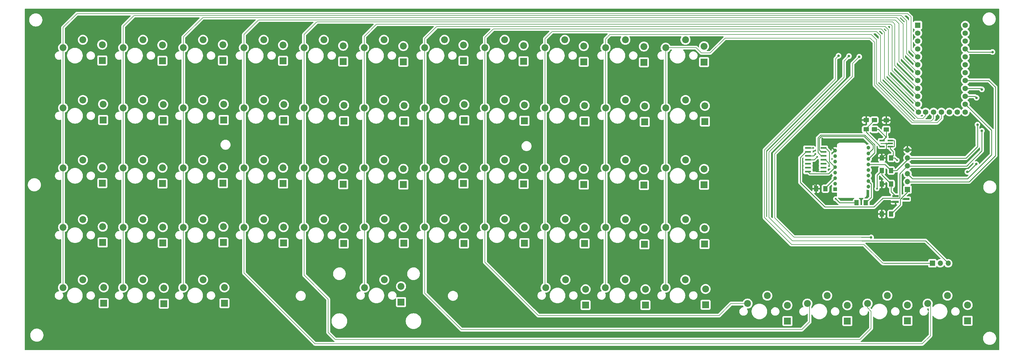
<source format=gbr>
G04 #@! TF.GenerationSoftware,KiCad,Pcbnew,(6.0.1)*
G04 #@! TF.CreationDate,2022-09-15T15:26:52-07:00*
G04 #@! TF.ProjectId,openot rev2,6f70656e-6f74-4207-9265-76322e6b6963,rev?*
G04 #@! TF.SameCoordinates,Original*
G04 #@! TF.FileFunction,Copper,L2,Bot*
G04 #@! TF.FilePolarity,Positive*
%FSLAX46Y46*%
G04 Gerber Fmt 4.6, Leading zero omitted, Abs format (unit mm)*
G04 Created by KiCad (PCBNEW (6.0.1)) date 2022-09-15 15:26:52*
%MOMM*%
%LPD*%
G01*
G04 APERTURE LIST*
G04 Aperture macros list*
%AMRoundRect*
0 Rectangle with rounded corners*
0 $1 Rounding radius*
0 $2 $3 $4 $5 $6 $7 $8 $9 X,Y pos of 4 corners*
0 Add a 4 corners polygon primitive as box body*
4,1,4,$2,$3,$4,$5,$6,$7,$8,$9,$2,$3,0*
0 Add four circle primitives for the rounded corners*
1,1,$1+$1,$2,$3*
1,1,$1+$1,$4,$5*
1,1,$1+$1,$6,$7*
1,1,$1+$1,$8,$9*
0 Add four rect primitives between the rounded corners*
20,1,$1+$1,$2,$3,$4,$5,0*
20,1,$1+$1,$4,$5,$6,$7,0*
20,1,$1+$1,$6,$7,$8,$9,0*
20,1,$1+$1,$8,$9,$2,$3,0*%
G04 Aperture macros list end*
G04 #@! TA.AperFunction,ComponentPad*
%ADD10C,2.200000*%
G04 #@! TD*
G04 #@! TA.AperFunction,ComponentPad*
%ADD11R,2.200000X2.200000*%
G04 #@! TD*
G04 #@! TA.AperFunction,ComponentPad*
%ADD12O,2.200000X2.200000*%
G04 #@! TD*
G04 #@! TA.AperFunction,ComponentPad*
%ADD13R,1.752600X1.752600*%
G04 #@! TD*
G04 #@! TA.AperFunction,ComponentPad*
%ADD14C,1.752600*%
G04 #@! TD*
G04 #@! TA.AperFunction,ComponentPad*
%ADD15R,1.700000X1.700000*%
G04 #@! TD*
G04 #@! TA.AperFunction,ComponentPad*
%ADD16O,1.700000X1.700000*%
G04 #@! TD*
G04 #@! TA.AperFunction,ComponentPad*
%ADD17R,1.200000X1.200000*%
G04 #@! TD*
G04 #@! TA.AperFunction,ComponentPad*
%ADD18C,1.200000*%
G04 #@! TD*
G04 #@! TA.AperFunction,SMDPad,CuDef*
%ADD19RoundRect,0.250001X-0.462499X-0.624999X0.462499X-0.624999X0.462499X0.624999X-0.462499X0.624999X0*%
G04 #@! TD*
G04 #@! TA.AperFunction,SMDPad,CuDef*
%ADD20R,1.970000X0.600000*%
G04 #@! TD*
G04 #@! TA.AperFunction,SMDPad,CuDef*
%ADD21RoundRect,0.250001X0.462499X0.624999X-0.462499X0.624999X-0.462499X-0.624999X0.462499X-0.624999X0*%
G04 #@! TD*
G04 #@! TA.AperFunction,SMDPad,CuDef*
%ADD22R,2.000000X0.650000*%
G04 #@! TD*
G04 #@! TA.AperFunction,SMDPad,CuDef*
%ADD23R,1.800000X0.600000*%
G04 #@! TD*
G04 #@! TA.AperFunction,SMDPad,CuDef*
%ADD24RoundRect,0.250001X-0.624999X0.462499X-0.624999X-0.462499X0.624999X-0.462499X0.624999X0.462499X0*%
G04 #@! TD*
G04 #@! TA.AperFunction,SMDPad,CuDef*
%ADD25RoundRect,0.250001X0.624999X-0.462499X0.624999X0.462499X-0.624999X0.462499X-0.624999X-0.462499X0*%
G04 #@! TD*
G04 #@! TA.AperFunction,ViaPad*
%ADD26C,0.800000*%
G04 #@! TD*
G04 #@! TA.AperFunction,ViaPad*
%ADD27C,0.600000*%
G04 #@! TD*
G04 #@! TA.AperFunction,Conductor*
%ADD28C,0.200000*%
G04 #@! TD*
G04 #@! TA.AperFunction,Conductor*
%ADD29C,0.250000*%
G04 #@! TD*
G04 APERTURE END LIST*
D10*
X157515683Y-126534634D03*
X151165683Y-129074634D03*
D11*
X183174550Y-153253332D03*
D12*
X183174550Y-148173332D03*
D10*
X118750416Y-87863319D03*
X112400416Y-90403319D03*
X118729883Y-165041034D03*
X112379883Y-167581034D03*
D11*
X86522683Y-153073800D03*
D12*
X86522683Y-147993800D03*
D10*
X234858683Y-126534634D03*
X228508683Y-129074634D03*
D11*
X240954683Y-134444817D03*
D12*
X240954683Y-129364817D03*
D11*
X163708416Y-94848319D03*
D12*
X163708416Y-89768319D03*
D10*
X235036483Y-165041034D03*
X228686483Y-167581034D03*
X196255550Y-145597149D03*
X189905550Y-148137149D03*
D11*
X86649683Y-113653000D03*
D12*
X86649683Y-108573000D03*
D11*
X241513483Y-173205217D03*
D12*
X241513483Y-168125217D03*
D11*
X86365416Y-94503502D03*
D12*
X86365416Y-89423502D03*
D11*
X183042683Y-134444817D03*
D12*
X183042683Y-129364817D03*
D10*
X80172683Y-107230634D03*
X73822683Y-109770634D03*
X176819683Y-107230634D03*
X170469683Y-109770634D03*
X176921283Y-165041034D03*
X170571283Y-167581034D03*
D11*
X279689683Y-153581800D03*
D12*
X279689683Y-148501800D03*
D11*
X144434683Y-134100000D03*
D12*
X144434683Y-129020000D03*
D11*
X105953683Y-113780000D03*
D12*
X105953683Y-108700000D03*
D11*
X163865683Y-153418617D03*
D12*
X163865683Y-148338617D03*
D10*
X273542883Y-165041034D03*
X267192883Y-167581034D03*
D11*
X202478550Y-153380332D03*
D12*
X202478550Y-148300332D03*
D10*
X80142416Y-87863319D03*
X73792416Y-90403319D03*
X138211683Y-107230634D03*
X131861683Y-109770634D03*
D11*
X86395683Y-133973000D03*
D12*
X86395683Y-128893000D03*
D10*
X99425883Y-165041034D03*
X93075883Y-167581034D03*
D11*
X125587883Y-172606400D03*
D12*
X125587883Y-167526400D03*
D11*
X221620416Y-94757502D03*
D12*
X221620416Y-89677502D03*
D11*
X364144683Y-178245201D03*
D12*
X364144683Y-173165201D03*
D11*
X221904683Y-113907000D03*
D12*
X221904683Y-108827000D03*
D10*
X99476683Y-126534634D03*
X93126683Y-129074634D03*
X118780683Y-145635434D03*
X112430683Y-148175434D03*
X80172683Y-145635434D03*
X73822683Y-148175434D03*
D11*
X106156883Y-172733400D03*
D12*
X106156883Y-167653400D03*
D10*
X254289683Y-145635434D03*
X247939683Y-148175434D03*
X99476683Y-145635434D03*
X93126683Y-148175434D03*
D11*
X163738683Y-134317817D03*
D12*
X163738683Y-129237817D03*
D13*
X348142683Y-83151434D03*
D14*
X348142683Y-85691434D03*
X348142683Y-88231434D03*
X348142683Y-90771434D03*
X348142683Y-93311434D03*
X348142683Y-95851434D03*
X348142683Y-98391434D03*
X348142683Y-100931434D03*
X348142683Y-103471434D03*
X348142683Y-106011434D03*
X348142683Y-108551434D03*
X348371283Y-111091434D03*
X363382683Y-111091434D03*
X363382683Y-108551434D03*
X363382683Y-106011434D03*
X363382683Y-103471434D03*
X363382683Y-100931434D03*
X363382683Y-98391434D03*
X363382683Y-95851434D03*
X363382683Y-93311434D03*
X363382683Y-90771434D03*
X363382683Y-88231434D03*
X363382683Y-85691434D03*
X363382683Y-83151434D03*
X350682683Y-111091434D03*
X353222683Y-111091434D03*
X355762683Y-111091434D03*
X358302683Y-111091434D03*
X360842683Y-111091434D03*
D11*
X86852883Y-172606400D03*
D12*
X86852883Y-167526400D03*
D10*
X176951550Y-145597149D03*
X170601550Y-148137149D03*
D11*
X344840683Y-178245201D03*
D12*
X344840683Y-173165201D03*
D10*
X357667684Y-170171835D03*
X351317684Y-172711835D03*
X196220416Y-87863319D03*
X189870416Y-90403319D03*
D11*
X306308883Y-178336019D03*
D12*
X306308883Y-173256019D03*
D11*
X279532416Y-95011502D03*
D12*
X279532416Y-89931502D03*
D10*
X157485416Y-87863319D03*
X151135416Y-90403319D03*
D11*
X279816683Y-114161000D03*
D12*
X279816683Y-109081000D03*
D10*
X234858683Y-107230634D03*
X228508683Y-109770634D03*
X196250683Y-107230634D03*
X189900683Y-109770634D03*
D11*
X221650683Y-134227000D03*
D12*
X221650683Y-129147000D03*
D11*
X125257683Y-153073800D03*
D12*
X125257683Y-147993800D03*
D11*
X125100416Y-94503502D03*
D12*
X125100416Y-89423502D03*
D10*
X196250683Y-126534634D03*
X189900683Y-129074634D03*
D11*
X241208683Y-114124817D03*
D12*
X241208683Y-109044817D03*
D10*
X138181416Y-87863319D03*
X131831416Y-90403319D03*
X138211683Y-145635434D03*
X131861683Y-148175434D03*
X254289683Y-107230634D03*
X247939683Y-109770634D03*
X118780683Y-107230634D03*
X112430683Y-109770634D03*
X273593683Y-107230634D03*
X267243683Y-109770634D03*
X273563416Y-87863319D03*
X267213416Y-90403319D03*
D11*
X325536684Y-178336018D03*
D12*
X325536684Y-173256018D03*
D11*
X144688683Y-113780000D03*
D12*
X144688683Y-108700000D03*
D11*
X260228416Y-95102319D03*
D12*
X260228416Y-90022319D03*
D10*
X234828416Y-87863319D03*
X228478416Y-90403319D03*
D11*
X144404416Y-94630502D03*
D12*
X144404416Y-89550502D03*
D10*
X234990550Y-145597149D03*
X228640550Y-148137149D03*
X273593683Y-145635434D03*
X267243683Y-148175434D03*
D11*
X240924416Y-94975319D03*
D12*
X240924416Y-89895319D03*
D15*
X352816283Y-159757834D03*
D16*
X355356283Y-159757834D03*
X357896283Y-159757834D03*
D11*
X105699683Y-134100000D03*
D12*
X105699683Y-129020000D03*
D11*
X260385683Y-153672617D03*
D12*
X260385683Y-148592617D03*
D10*
X118780683Y-126534634D03*
X112430683Y-129074634D03*
D11*
X105669416Y-94630502D03*
D12*
X105669416Y-89550502D03*
D11*
X202316416Y-94630502D03*
D12*
X202316416Y-89550502D03*
D10*
X157515683Y-107230634D03*
X151165683Y-109770634D03*
X176789416Y-87863319D03*
X170439416Y-90403319D03*
X338363684Y-170171835D03*
X332013684Y-172711835D03*
D11*
X183296683Y-114124817D03*
D12*
X183296683Y-109044817D03*
D16*
X344840683Y-123334234D03*
X344840683Y-125874234D03*
X344840683Y-128414234D03*
X344840683Y-130954234D03*
X344840683Y-133494234D03*
D15*
X344840683Y-136034234D03*
D11*
X279562683Y-134481000D03*
D12*
X279562683Y-129401000D03*
D11*
X202600683Y-113780000D03*
D12*
X202600683Y-108700000D03*
D11*
X241213550Y-153380332D03*
D12*
X241213550Y-148300332D03*
D11*
X125130683Y-133973000D03*
D12*
X125130683Y-128893000D03*
D11*
X144561683Y-153200800D03*
D12*
X144561683Y-148120800D03*
D11*
X125384683Y-113653000D03*
D12*
X125384683Y-108573000D03*
D10*
X138211683Y-126534634D03*
X131861683Y-129074634D03*
X319059683Y-170171835D03*
X312709683Y-172711835D03*
X215559550Y-145597149D03*
X209209550Y-148137149D03*
X215524416Y-87863319D03*
X209174416Y-90403319D03*
D11*
X183012416Y-94975319D03*
D12*
X183012416Y-89895319D03*
D10*
X254238883Y-165041034D03*
X247888883Y-167581034D03*
X99446416Y-87863319D03*
X93096416Y-90403319D03*
X80121883Y-165041034D03*
X73771883Y-167581034D03*
X299831883Y-170171834D03*
X293481883Y-172711834D03*
D11*
X280019883Y-173114400D03*
D12*
X280019883Y-168034400D03*
D11*
X221909550Y-153253332D03*
D12*
X221909550Y-148173332D03*
D11*
X202346683Y-134100000D03*
D12*
X202346683Y-129020000D03*
D10*
X254289683Y-126534634D03*
X247939683Y-129074634D03*
X176819683Y-126534634D03*
X170469683Y-129074634D03*
X99476683Y-107230634D03*
X93126683Y-109770634D03*
D11*
X260715883Y-173205217D03*
D12*
X260715883Y-168125217D03*
D11*
X260512683Y-114251817D03*
D12*
X260512683Y-109171817D03*
D10*
X273593683Y-126534634D03*
X267243683Y-129074634D03*
X215554683Y-107230634D03*
X209204683Y-109770634D03*
X157515683Y-145635434D03*
X151165683Y-148175434D03*
D11*
X105826683Y-153200800D03*
D12*
X105826683Y-148120800D03*
D10*
X80172683Y-126534634D03*
X73822683Y-129074634D03*
D11*
X163992683Y-113997817D03*
D12*
X163992683Y-108917817D03*
D11*
X260258683Y-134571817D03*
D12*
X260258683Y-129491817D03*
D11*
X182280683Y-172240017D03*
D12*
X182280683Y-167160017D03*
D10*
X254259416Y-87863319D03*
X247909416Y-90403319D03*
X215554683Y-126534634D03*
X209204683Y-129074634D03*
D17*
X321576683Y-135952234D03*
D18*
X321576683Y-134172234D03*
X321576683Y-132392234D03*
X321576683Y-130612234D03*
X321576683Y-128832234D03*
X321576683Y-127052234D03*
X321576683Y-125272234D03*
X321576683Y-123492234D03*
X332276683Y-122602234D03*
X332276683Y-124382234D03*
X332276683Y-126162234D03*
X332276683Y-127942234D03*
X332276683Y-129722234D03*
X332276683Y-131502234D03*
X332276683Y-133282234D03*
X332276683Y-135062234D03*
D19*
X336588183Y-129928234D03*
X339563183Y-129928234D03*
D20*
X317840683Y-122674234D03*
X317840683Y-123944234D03*
X317840683Y-125214234D03*
X317840683Y-126484234D03*
X317840683Y-127754234D03*
X317840683Y-129024234D03*
X317840683Y-130294234D03*
X312890683Y-130294234D03*
X312890683Y-129024234D03*
X312890683Y-127754234D03*
X312890683Y-126484234D03*
X312890683Y-125214234D03*
X312890683Y-123944234D03*
X312890683Y-122674234D03*
D21*
X318481183Y-135770234D03*
X315506183Y-135770234D03*
D22*
X341005683Y-140034234D03*
X341005683Y-138134234D03*
X344425683Y-139084234D03*
D21*
X339563183Y-143898234D03*
X336588183Y-143898234D03*
D23*
X339315683Y-120284234D03*
X339315683Y-121234234D03*
X339315683Y-122184234D03*
X336715683Y-122184234D03*
X336715683Y-120284234D03*
D21*
X339563183Y-125864234D03*
X336588183Y-125864234D03*
D24*
X334215683Y-113696734D03*
X334215683Y-116671734D03*
D25*
X338015683Y-116721734D03*
X338015683Y-113746734D03*
X331565683Y-116671734D03*
X331565683Y-113696734D03*
D21*
X339563183Y-134246234D03*
X336588183Y-134246234D03*
D19*
X328478183Y-140284234D03*
X331453183Y-140284234D03*
D26*
X329346683Y-93311434D03*
X322691883Y-93006634D03*
X326044683Y-93108234D03*
X333156683Y-151426634D03*
X366278283Y-121708634D03*
D27*
X335765683Y-123934234D03*
X311865683Y-138134234D03*
X317465683Y-119584234D03*
X334615683Y-130034234D03*
X315665683Y-130184234D03*
X314199683Y-133992234D03*
D26*
X364043083Y-130344634D03*
X372120283Y-91787434D03*
D27*
X314565683Y-122684234D03*
D26*
X366887883Y-127804634D03*
D27*
X341514673Y-126626234D03*
X335027683Y-135770234D03*
X315865683Y-125484234D03*
X315265683Y-124584234D03*
D26*
X368716683Y-103827034D03*
X368716683Y-117136634D03*
D27*
X321778447Y-138996998D03*
X337965683Y-119134234D03*
D26*
X366989483Y-106519434D03*
X367294283Y-115155434D03*
D27*
X319665683Y-128484234D03*
D28*
X334883883Y-87825034D02*
X334325083Y-87266234D01*
X170439416Y-90403319D02*
X170439416Y-86813901D01*
D29*
X333156683Y-151426634D02*
X333105883Y-151375834D01*
D28*
X151165683Y-163542434D02*
X158912683Y-171289434D01*
X337576283Y-81475034D02*
X340929083Y-81475034D01*
X228478416Y-90403319D02*
X228478416Y-167372967D01*
X350682683Y-111091434D02*
X350682683Y-112259834D01*
X348142683Y-100931434D02*
X342097483Y-94886234D01*
X352460683Y-113987034D02*
X346872683Y-113987034D01*
X161198683Y-184294234D02*
X329549883Y-184294234D01*
X333156683Y-180687434D02*
X333156683Y-175201034D01*
X201635483Y-181093834D02*
X310906283Y-181093834D01*
X310906283Y-181093834D02*
X313395483Y-178604634D01*
X151135416Y-90403319D02*
X151135416Y-148145167D01*
X209174416Y-90403319D02*
X209174416Y-87093301D01*
X302270283Y-124502634D02*
X302219483Y-124502634D01*
X189870416Y-87448901D02*
X193685283Y-83634034D01*
X247909416Y-87575901D02*
X249336683Y-86148634D01*
X327162283Y-99610634D02*
X302270283Y-124502634D01*
X170601550Y-167550767D02*
X170571283Y-167581034D01*
X189905550Y-169363901D02*
X201635483Y-181093834D01*
X112400416Y-167560501D02*
X112379883Y-167581034D01*
X209174416Y-87093301D02*
X211871683Y-84396034D01*
X73792416Y-167560501D02*
X73771883Y-167581034D01*
X228478416Y-167372967D02*
X228686483Y-167581034D01*
X327162283Y-95495834D02*
X327162283Y-99610634D01*
X267213416Y-90403319D02*
X267213416Y-167560501D01*
X278699083Y-92092234D02*
X281493083Y-92092234D01*
X345958283Y-80509834D02*
X345958283Y-91127034D01*
X340929083Y-81475034D02*
X342097483Y-82643434D01*
X313395483Y-173397635D02*
X312709683Y-172711835D01*
X93096416Y-83511901D02*
X96530283Y-80078034D01*
X267213416Y-90403319D02*
X277010168Y-90403319D01*
X93096416Y-90403319D02*
X93096416Y-83511901D01*
X352257483Y-182973434D02*
X352257483Y-173651634D01*
X344891483Y-79443034D02*
X345958283Y-80509834D01*
X324469883Y-99915434D02*
X300390683Y-123994634D01*
X277010168Y-90403319D02*
X278699083Y-92092234D01*
X209209550Y-159407101D02*
X226375083Y-176572634D01*
X131831416Y-86178901D02*
X136535283Y-81475034D01*
X342097483Y-82643434D02*
X342097483Y-87113834D01*
X305783131Y-81475034D02*
X305775483Y-81475034D01*
X326044683Y-93108234D02*
X324469883Y-94683034D01*
X307858283Y-152493434D02*
X330159483Y-152493434D01*
X78242283Y-79443034D02*
X344891483Y-79443034D01*
X267213416Y-167560501D02*
X267192883Y-167581034D01*
X307604283Y-153712634D02*
X330870683Y-153712634D01*
X340776683Y-82846634D02*
X340776683Y-96105434D01*
X305775483Y-81475034D02*
X305064283Y-81475034D01*
X286268283Y-87317034D02*
X332902683Y-87317034D01*
D29*
X357896283Y-159757834D02*
X350631883Y-152493434D01*
X333105883Y-151375834D02*
X330007083Y-151375834D01*
D28*
X344535883Y-92244634D02*
X348142683Y-95851434D01*
X337703283Y-83634034D02*
X193685283Y-83634034D01*
X342097483Y-87113834D02*
X342097483Y-86047034D01*
X339862283Y-83354634D02*
X339862283Y-97731034D01*
X334274283Y-88688634D02*
X334274283Y-102455434D01*
X151135416Y-148145167D02*
X151165683Y-148175434D01*
X329549883Y-184294234D02*
X333156683Y-180687434D01*
X329346683Y-93311434D02*
X327162283Y-95495834D01*
X336204683Y-86504234D02*
X334934683Y-85234234D01*
X339862283Y-97731034D02*
X348142683Y-106011434D01*
X288198683Y-172711834D02*
X293481883Y-172711834D01*
X131831416Y-148145167D02*
X131861683Y-148175434D01*
X158912683Y-182008234D02*
X161198683Y-184294234D01*
X350682683Y-112259834D02*
X349819083Y-113123434D01*
X352257483Y-173651634D02*
X351317684Y-172711835D01*
X249336683Y-86148634D02*
X296580683Y-86148634D01*
X321675883Y-100525034D02*
X298917483Y-123283434D01*
X340776683Y-96105434D02*
X348142683Y-103471434D01*
X354391083Y-114545834D02*
X355762683Y-113174234D01*
X112400416Y-90403319D02*
X112400416Y-86940901D01*
X305064283Y-81475034D02*
X337525483Y-81475034D01*
X296580683Y-86148634D02*
X333207483Y-86148634D01*
X338693883Y-99102634D02*
X338693883Y-84624634D01*
X170439416Y-86813901D02*
X174381283Y-82872034D01*
X330870683Y-153712634D02*
X336915883Y-159757834D01*
X300390683Y-145025834D02*
X307858283Y-152493434D01*
X330159483Y-152493434D02*
X331124683Y-152493434D01*
X334883883Y-101998234D02*
X334883883Y-87825034D01*
X332902683Y-87317034D02*
X334274283Y-88688634D01*
X131861683Y-162882034D02*
X154645483Y-185665834D01*
X118628283Y-80713034D02*
X341386283Y-80713034D01*
D29*
X352816283Y-159757834D02*
X337373083Y-159757834D01*
D28*
X298917483Y-123283434D02*
X298917483Y-145025834D01*
X343418283Y-93667034D02*
X348142683Y-98391434D01*
X302219483Y-145178234D02*
X308417083Y-151375834D01*
X344535883Y-81729034D02*
X344535883Y-92244634D01*
X296580683Y-86148634D02*
X297291883Y-86148634D01*
X338693883Y-84624634D02*
X337703283Y-83634034D01*
X334274283Y-102455434D02*
X346364683Y-114545834D01*
X340040083Y-82110034D02*
X340776683Y-82846634D01*
X112400416Y-90403319D02*
X112400416Y-167560501D01*
X228478416Y-87499701D02*
X230743883Y-85234234D01*
X348142683Y-108551434D02*
X338693883Y-99102634D01*
X333156683Y-175201034D02*
X332013684Y-174058035D01*
X170439416Y-90403319D02*
X170439416Y-147975015D01*
X336204683Y-101185434D02*
X336204683Y-86504234D01*
X332013684Y-174058035D02*
X332013684Y-172711835D01*
X346872683Y-113987034D02*
X334883883Y-101998234D01*
X345958283Y-91127034D02*
X348142683Y-93311434D01*
X93096416Y-167560501D02*
X93075883Y-167581034D01*
X73792416Y-83892901D02*
X78242283Y-79443034D01*
X189905550Y-148137149D02*
X189905550Y-169363901D01*
X336915883Y-159757834D02*
X337373083Y-159757834D01*
X155204283Y-82110034D02*
X340040083Y-82110034D01*
X226375083Y-176572634D02*
X284337883Y-176572634D01*
X324469883Y-94683034D02*
X324469883Y-99915434D01*
X96530283Y-80078034D02*
X342884883Y-80078034D01*
X300390683Y-123994634D02*
X300390683Y-145025834D01*
X330007083Y-151375834D02*
X330921483Y-151375834D01*
X189870416Y-148102015D02*
X189905550Y-148137149D01*
X131831416Y-90403319D02*
X131831416Y-148145167D01*
X346364683Y-114545834D02*
X354391083Y-114545834D01*
X341386283Y-80713034D02*
X343418283Y-82745034D01*
X170601550Y-148137149D02*
X170601550Y-167550767D01*
X337474683Y-100194834D02*
X348371283Y-111091434D01*
X336382483Y-84396034D02*
X337474683Y-85488234D01*
X333207483Y-86148634D02*
X334883883Y-87825034D01*
X298917483Y-145025834D02*
X307604283Y-153712634D01*
X349819083Y-113123434D02*
X348142683Y-113123434D01*
X284337883Y-176572634D02*
X288198683Y-172711834D01*
X281493083Y-92092234D02*
X286268283Y-87317034D01*
X247909416Y-90403319D02*
X247909416Y-87575901D01*
X247909416Y-90403319D02*
X247909416Y-167560501D01*
X334934683Y-85234234D02*
X230743883Y-85234234D01*
D29*
X350631883Y-152493434D02*
X330159483Y-152493434D01*
D28*
X136535283Y-81475034D02*
X305064283Y-81475034D01*
X348142683Y-113123434D02*
X336204683Y-101185434D01*
X321675883Y-94022634D02*
X321675883Y-100525034D01*
X247909416Y-167560501D02*
X247888883Y-167581034D01*
X73792416Y-90403319D02*
X73792416Y-83892901D01*
X154645483Y-185665834D02*
X349565083Y-185665834D01*
X339379683Y-82872034D02*
X339862283Y-83354634D01*
X322691883Y-93006634D02*
X321675883Y-94022634D01*
X93096416Y-90403319D02*
X93096416Y-167560501D01*
X151135416Y-86178901D02*
X155204283Y-82110034D01*
X313395483Y-178604634D02*
X313395483Y-173397635D01*
X174381283Y-82872034D02*
X339379683Y-82872034D01*
X73792416Y-90403319D02*
X73792416Y-167560501D01*
X337474683Y-85488234D02*
X337474683Y-100194834D01*
X297291883Y-86148634D02*
X297756731Y-86148634D01*
X131861683Y-148175434D02*
X131861683Y-162882034D01*
X355762683Y-113174234D02*
X355762683Y-111091434D01*
X189870416Y-90403319D02*
X189870416Y-148102015D01*
X353222683Y-113225034D02*
X352460683Y-113987034D01*
X342097483Y-94886234D02*
X342097483Y-87113834D01*
X308417083Y-151375834D02*
X330007083Y-151375834D01*
X209174416Y-148102015D02*
X209209550Y-148137149D01*
X151135416Y-90403319D02*
X151135416Y-86178901D01*
X112400416Y-86940901D02*
X118628283Y-80713034D01*
X342884883Y-80078034D02*
X344535883Y-81729034D01*
X209209550Y-148137149D02*
X209209550Y-159407101D01*
X349565083Y-185665834D02*
X352257483Y-182973434D01*
X170439416Y-147975015D02*
X170601550Y-148137149D01*
X158912683Y-171289434D02*
X158912683Y-182008234D01*
X131831416Y-90403319D02*
X131831416Y-86178901D01*
X211871683Y-84396034D02*
X336382483Y-84396034D01*
X353222683Y-111091434D02*
X353222683Y-113225034D01*
X228478416Y-90403319D02*
X228478416Y-87499701D01*
X151165683Y-148175434D02*
X151165683Y-163542434D01*
X189870416Y-90403319D02*
X189870416Y-87448901D01*
X343418283Y-82745034D02*
X343418283Y-93667034D01*
X209174416Y-90403319D02*
X209174416Y-148102015D01*
X302219483Y-124502634D02*
X302219483Y-145178234D01*
D29*
X336588183Y-125864234D02*
X336588183Y-124756734D01*
X336588183Y-124756734D02*
X335765683Y-123934234D01*
X317840683Y-130294234D02*
X315775683Y-130294234D01*
X338015683Y-121684234D02*
X338465683Y-121234234D01*
X338465683Y-121234234D02*
X339315683Y-121234234D01*
D28*
X364589083Y-123397834D02*
X344399883Y-123397834D01*
X366278283Y-121708634D02*
X364589083Y-123397834D01*
D29*
X336588183Y-125864234D02*
X338015683Y-124436734D01*
X338015683Y-124436734D02*
X338015683Y-121684234D01*
X321576683Y-123492234D02*
X317668683Y-119584234D01*
X315506183Y-135770234D02*
X315506183Y-135298734D01*
X315775683Y-130294234D02*
X315665683Y-130184234D01*
X317668683Y-119584234D02*
X317465683Y-119584234D01*
X315506183Y-135298734D02*
X314199683Y-133992234D01*
X339315683Y-122884234D02*
X340240694Y-123809245D01*
X339315683Y-122184234D02*
X339315683Y-122884234D01*
X366887883Y-127804634D02*
X364347883Y-130344634D01*
X340465683Y-122184234D02*
X339315683Y-122184234D01*
X364347883Y-130344634D02*
X364043083Y-130344634D01*
X340540694Y-122109223D02*
X340465683Y-122184234D01*
X364398683Y-91787434D02*
X363382683Y-90771434D01*
X312900683Y-122684234D02*
X312890683Y-122674234D01*
X340540694Y-120359245D02*
X340540694Y-122109223D01*
X342558898Y-139127449D02*
X342883898Y-138802449D01*
X340240694Y-125186723D02*
X339563183Y-125864234D01*
X340465683Y-120284234D02*
X340540694Y-120359245D01*
X314565683Y-122684234D02*
X312900683Y-122684234D01*
X343165683Y-139084234D02*
X342883898Y-138802449D01*
X372120283Y-91787434D02*
X364398683Y-91787434D01*
X339563183Y-143898234D02*
X342558898Y-140902519D01*
X339315683Y-120284234D02*
X340465683Y-120284234D01*
X340752673Y-125864234D02*
X341514673Y-126626234D01*
X340240694Y-123809245D02*
X340240694Y-125186723D01*
X344840683Y-136845665D02*
X344840683Y-136034234D01*
X339277683Y-125578734D02*
X339563183Y-125864234D01*
X339563183Y-125864234D02*
X340752673Y-125864234D01*
X342883898Y-138802449D02*
X344840683Y-136845665D01*
X344425683Y-139084234D02*
X343165683Y-139084234D01*
X342558898Y-140902519D02*
X342558898Y-139127449D01*
X319489672Y-130919245D02*
X321576683Y-128832234D01*
X341000683Y-138134234D02*
X339563183Y-136696734D01*
X313515694Y-130919245D02*
X319489672Y-130919245D01*
X336588183Y-129928234D02*
X336588183Y-131271234D01*
X319765683Y-123914234D02*
X319765683Y-127021234D01*
X336588183Y-131271234D02*
X339563183Y-134246234D01*
X336588183Y-129928234D02*
X335027683Y-131488734D01*
X312890683Y-130294234D02*
X313515694Y-130919245D01*
X339563183Y-134246234D02*
X339563183Y-136696734D01*
X319765683Y-127021234D02*
X321576683Y-128832234D01*
X335027683Y-131488734D02*
X335027683Y-135770234D01*
X317840683Y-122674234D02*
X318525683Y-122674234D01*
X341005683Y-138134234D02*
X341000683Y-138134234D01*
X318525683Y-122674234D02*
X319765683Y-123914234D01*
X318481183Y-135487734D02*
X321576683Y-132392234D01*
X318481183Y-135770234D02*
X318481183Y-135487734D01*
X373085483Y-125061434D02*
X373085483Y-103115834D01*
X314865683Y-126484234D02*
X315865683Y-125484234D01*
X312890683Y-126484234D02*
X314865683Y-126484234D01*
X373085483Y-103115834D02*
X370901083Y-100931434D01*
X344399883Y-133557834D02*
X364589083Y-133557834D01*
X370901083Y-100931434D02*
X363382683Y-100931434D01*
X364589083Y-133557834D02*
X373085483Y-125061434D01*
X371815483Y-124858234D02*
X371815483Y-116984234D01*
X314635683Y-125214234D02*
X315265683Y-124584234D01*
X312890683Y-125214234D02*
X314635683Y-125214234D01*
X346415483Y-132529034D02*
X364144683Y-132529034D01*
X371815483Y-116984234D02*
X363382683Y-108551434D01*
X364144683Y-132529034D02*
X371815483Y-124858234D01*
X344840683Y-130954234D02*
X346415483Y-132529034D01*
X368716683Y-123588234D02*
X368716683Y-117136634D01*
X342330694Y-130924223D02*
X342330694Y-138719243D01*
X368716683Y-103827034D02*
X368361083Y-103471434D01*
X336939261Y-138784245D02*
X334089272Y-141634234D01*
X342330694Y-138719243D02*
X342265692Y-138784245D01*
X344399883Y-128477834D02*
X363827083Y-128477834D01*
X342265692Y-138784245D02*
X336939261Y-138784245D01*
X310389683Y-125760234D02*
X312205683Y-123944234D01*
X368462683Y-123842234D02*
X368716683Y-123588234D01*
X363827083Y-128477834D02*
X368462683Y-123842234D01*
X344840683Y-128414234D02*
X342330694Y-130924223D01*
X318285683Y-141634234D02*
X310389683Y-133738234D01*
X312205683Y-123944234D02*
X312890683Y-123944234D01*
X334089272Y-141634234D02*
X318285683Y-141634234D01*
X310389683Y-133738234D02*
X310389683Y-125760234D01*
X368361083Y-103471434D02*
X363382683Y-103471434D01*
X335503183Y-116671734D02*
X337965683Y-119134234D01*
X336715683Y-120284234D02*
X336815683Y-120284234D01*
X328478183Y-140284234D02*
X323065683Y-140284234D01*
X338015683Y-119084234D02*
X337965683Y-119134234D01*
X338015683Y-116721734D02*
X338015683Y-119084234D01*
X323065683Y-140284234D02*
X321778447Y-138996998D01*
X334215683Y-116671734D02*
X335503183Y-116671734D01*
X336815683Y-120284234D02*
X337965683Y-119134234D01*
X316530672Y-123319223D02*
X316530672Y-119594243D01*
X316530672Y-119594243D02*
X317165682Y-118959233D01*
X333757683Y-121800234D02*
X333757683Y-122901234D01*
X330916682Y-118959233D02*
X333757683Y-121800234D01*
X333757683Y-122901234D02*
X332276683Y-124382234D01*
X317165682Y-118959233D02*
X330916682Y-118959233D01*
X317155683Y-123944234D02*
X316530672Y-123319223D01*
X317840683Y-123944234D02*
X317155683Y-123944234D01*
X316065683Y-124124234D02*
X316065683Y-119422821D01*
X317155683Y-125214234D02*
X316065683Y-124124234D01*
X316979282Y-118509222D02*
X331103083Y-118509222D01*
X334265683Y-121671822D02*
X334265683Y-124173234D01*
X334265683Y-124173234D02*
X332276683Y-126162234D01*
X331103083Y-118509222D02*
X334265683Y-121671822D01*
X317840683Y-125214234D02*
X317155683Y-125214234D01*
X316065683Y-119422821D02*
X316979282Y-118509222D01*
X337577183Y-127942234D02*
X332276683Y-127942234D01*
X341336183Y-129928234D02*
X344840683Y-126423734D01*
X363573083Y-125937834D02*
X367294283Y-122216634D01*
X366481483Y-106011434D02*
X363382683Y-106011434D01*
X344399883Y-125937834D02*
X363573083Y-125937834D01*
X367294283Y-122216634D02*
X367294283Y-115155434D01*
X339563183Y-129928234D02*
X337577183Y-127942234D01*
X339563183Y-129928234D02*
X341336183Y-129928234D01*
X366989483Y-106519434D02*
X366481483Y-106011434D01*
X344840683Y-126423734D02*
X344840683Y-125874234D01*
X319665683Y-128484234D02*
X319665683Y-127624234D01*
X318525683Y-126484234D02*
X317840683Y-126484234D01*
X319665683Y-127624234D02*
X318525683Y-126484234D01*
X331565683Y-116671734D02*
X331565683Y-116346734D01*
X331565683Y-116671734D02*
X331565683Y-117569254D01*
X331565683Y-116346734D02*
X334215683Y-113696734D01*
X331565683Y-117569254D02*
X336180663Y-122184234D01*
X336180663Y-122184234D02*
X336715683Y-122184234D01*
X332276683Y-133282234D02*
X333201694Y-134207245D01*
X333201694Y-134207245D02*
X333201694Y-138535723D01*
X333201694Y-138535723D02*
X331453183Y-140284234D01*
G04 #@! TA.AperFunction,Conductor*
G36*
X374221404Y-77913636D02*
G01*
X374267897Y-77967292D01*
X374279283Y-78019634D01*
X374279283Y-187546434D01*
X374259281Y-187614555D01*
X374205625Y-187661048D01*
X374153283Y-187672434D01*
X61629683Y-187672434D01*
X61561562Y-187652432D01*
X61515069Y-187598776D01*
X61503683Y-187546434D01*
X61503683Y-183004537D01*
X63280626Y-183004537D01*
X63318151Y-183289568D01*
X63394012Y-183566870D01*
X63395696Y-183570818D01*
X63474313Y-183755131D01*
X63506806Y-183831310D01*
X63654444Y-184077995D01*
X63834196Y-184302362D01*
X64042734Y-184500257D01*
X64276200Y-184668020D01*
X64279995Y-184670029D01*
X64279996Y-184670030D01*
X64301752Y-184681549D01*
X64530275Y-184802546D01*
X64584029Y-184822217D01*
X64768230Y-184889625D01*
X64800256Y-184901345D01*
X65081147Y-184962589D01*
X65109724Y-184964838D01*
X65304165Y-184980141D01*
X65304174Y-184980141D01*
X65306622Y-184980334D01*
X65462154Y-184980334D01*
X65464290Y-184980188D01*
X65464301Y-184980188D01*
X65672431Y-184965999D01*
X65672437Y-184965998D01*
X65676708Y-184965707D01*
X65680903Y-184964838D01*
X65680905Y-184964838D01*
X65817467Y-184936557D01*
X65958225Y-184907408D01*
X66229226Y-184811441D01*
X66484695Y-184679584D01*
X66488196Y-184677123D01*
X66488200Y-184677121D01*
X66628194Y-184578731D01*
X66719906Y-184514275D01*
X66916737Y-184331368D01*
X66927362Y-184321495D01*
X66927364Y-184321492D01*
X66930505Y-184318574D01*
X67112596Y-184096102D01*
X67262810Y-183850976D01*
X67378366Y-183587732D01*
X67457127Y-183311240D01*
X67497634Y-183026618D01*
X67497728Y-183008785D01*
X67499118Y-182743417D01*
X67499118Y-182743410D01*
X67499140Y-182739131D01*
X67461615Y-182454100D01*
X67385754Y-182176798D01*
X67343664Y-182078119D01*
X67274646Y-181916310D01*
X67274644Y-181916306D01*
X67272960Y-181912358D01*
X67149760Y-181706506D01*
X67127526Y-181669355D01*
X67127523Y-181669351D01*
X67125322Y-181665673D01*
X66945570Y-181441306D01*
X66737032Y-181243411D01*
X66503566Y-181075648D01*
X66481726Y-181064084D01*
X66458537Y-181051806D01*
X66249491Y-180941122D01*
X66013944Y-180854924D01*
X65983541Y-180843798D01*
X65983539Y-180843797D01*
X65979510Y-180842323D01*
X65698619Y-180781079D01*
X65667568Y-180778635D01*
X65475601Y-180763527D01*
X65475592Y-180763527D01*
X65473144Y-180763334D01*
X65317612Y-180763334D01*
X65315476Y-180763480D01*
X65315465Y-180763480D01*
X65107335Y-180777669D01*
X65107329Y-180777670D01*
X65103058Y-180777961D01*
X65098863Y-180778830D01*
X65098861Y-180778830D01*
X65018225Y-180795529D01*
X64821541Y-180836260D01*
X64550540Y-180932227D01*
X64295071Y-181064084D01*
X64291570Y-181066545D01*
X64291566Y-181066547D01*
X64258899Y-181089506D01*
X64059860Y-181229393D01*
X63849261Y-181425094D01*
X63667170Y-181647566D01*
X63516956Y-181892692D01*
X63515230Y-181896625D01*
X63515229Y-181896626D01*
X63430503Y-182089638D01*
X63401400Y-182155936D01*
X63322639Y-182432428D01*
X63282132Y-182717050D01*
X63282110Y-182721339D01*
X63282109Y-182721346D01*
X63280746Y-182981622D01*
X63280626Y-183004537D01*
X61503683Y-183004537D01*
X61503683Y-173754534D01*
X85244383Y-173754534D01*
X85251138Y-173816716D01*
X85302268Y-173953105D01*
X85389622Y-174069661D01*
X85506178Y-174157015D01*
X85642567Y-174208145D01*
X85704749Y-174214900D01*
X88001017Y-174214900D01*
X88063199Y-174208145D01*
X88199588Y-174157015D01*
X88316144Y-174069661D01*
X88403498Y-173953105D01*
X88430329Y-173881534D01*
X104548383Y-173881534D01*
X104555138Y-173943716D01*
X104606268Y-174080105D01*
X104693622Y-174196661D01*
X104810178Y-174284015D01*
X104946567Y-174335145D01*
X105008749Y-174341900D01*
X107305017Y-174341900D01*
X107367199Y-174335145D01*
X107503588Y-174284015D01*
X107620144Y-174196661D01*
X107707498Y-174080105D01*
X107758628Y-173943716D01*
X107765383Y-173881534D01*
X107765383Y-173754534D01*
X123979383Y-173754534D01*
X123986138Y-173816716D01*
X124037268Y-173953105D01*
X124124622Y-174069661D01*
X124241178Y-174157015D01*
X124377567Y-174208145D01*
X124439749Y-174214900D01*
X126736017Y-174214900D01*
X126798199Y-174208145D01*
X126934588Y-174157015D01*
X127051144Y-174069661D01*
X127138498Y-173953105D01*
X127189628Y-173816716D01*
X127196383Y-173754534D01*
X127196383Y-171458266D01*
X127189628Y-171396084D01*
X127138498Y-171259695D01*
X127051144Y-171143139D01*
X126934588Y-171055785D01*
X126798199Y-171004655D01*
X126736017Y-170997900D01*
X124439749Y-170997900D01*
X124377567Y-171004655D01*
X124241178Y-171055785D01*
X124124622Y-171143139D01*
X124037268Y-171259695D01*
X123986138Y-171396084D01*
X123979383Y-171458266D01*
X123979383Y-173754534D01*
X107765383Y-173754534D01*
X107765383Y-171585266D01*
X107758628Y-171523084D01*
X107707498Y-171386695D01*
X107620144Y-171270139D01*
X107503588Y-171182785D01*
X107367199Y-171131655D01*
X107305017Y-171124900D01*
X105008749Y-171124900D01*
X104946567Y-171131655D01*
X104810178Y-171182785D01*
X104693622Y-171270139D01*
X104606268Y-171386695D01*
X104555138Y-171523084D01*
X104548383Y-171585266D01*
X104548383Y-173881534D01*
X88430329Y-173881534D01*
X88454628Y-173816716D01*
X88461383Y-173754534D01*
X88461383Y-171458266D01*
X88454628Y-171396084D01*
X88403498Y-171259695D01*
X88316144Y-171143139D01*
X88199588Y-171055785D01*
X88063199Y-171004655D01*
X88001017Y-170997900D01*
X85704749Y-170997900D01*
X85642567Y-171004655D01*
X85506178Y-171055785D01*
X85389622Y-171143139D01*
X85302268Y-171259695D01*
X85251138Y-171396084D01*
X85244383Y-171458266D01*
X85244383Y-173754534D01*
X61503683Y-173754534D01*
X61503683Y-170056808D01*
X71139985Y-170056808D01*
X71148634Y-170287192D01*
X71195976Y-170512825D01*
X71197934Y-170517784D01*
X71197935Y-170517786D01*
X71278278Y-170721225D01*
X71280659Y-170727255D01*
X71400260Y-170924351D01*
X71403757Y-170928381D01*
X71542689Y-171088486D01*
X71551360Y-171098479D01*
X71583583Y-171124900D01*
X71725510Y-171241274D01*
X71725516Y-171241278D01*
X71729638Y-171244658D01*
X71734274Y-171247297D01*
X71734277Y-171247299D01*
X71878354Y-171329312D01*
X71929997Y-171358709D01*
X72146708Y-171437371D01*
X72151957Y-171438320D01*
X72151960Y-171438321D01*
X72369491Y-171477657D01*
X72369498Y-171477658D01*
X72373575Y-171478395D01*
X72391297Y-171479231D01*
X72396239Y-171479464D01*
X72396246Y-171479464D01*
X72397727Y-171479534D01*
X72559773Y-171479534D01*
X72626692Y-171473856D01*
X72726292Y-171465405D01*
X72726296Y-171465404D01*
X72731603Y-171464954D01*
X72736758Y-171463616D01*
X72736764Y-171463615D01*
X72949586Y-171408377D01*
X72949590Y-171408376D01*
X72954755Y-171407035D01*
X72959621Y-171404843D01*
X72959624Y-171404842D01*
X73156977Y-171315941D01*
X73164958Y-171312346D01*
X73356202Y-171183593D01*
X73362768Y-171177330D01*
X73449652Y-171094446D01*
X73523018Y-171024458D01*
X73660637Y-170839492D01*
X73664976Y-170830959D01*
X73736091Y-170691084D01*
X73765123Y-170633983D01*
X73778157Y-170592009D01*
X73831907Y-170418905D01*
X73833490Y-170413807D01*
X73834191Y-170408518D01*
X73851376Y-170278855D01*
X75073383Y-170278855D01*
X75112943Y-170592009D01*
X75191440Y-170897736D01*
X75192893Y-170901405D01*
X75192893Y-170901406D01*
X75303162Y-171179912D01*
X75307636Y-171191213D01*
X75309542Y-171194681D01*
X75309543Y-171194682D01*
X75443486Y-171438321D01*
X75459699Y-171467813D01*
X75577201Y-171629541D01*
X75633838Y-171707495D01*
X75645229Y-171723174D01*
X75861301Y-171953267D01*
X76104508Y-172154466D01*
X76371014Y-172323596D01*
X76374593Y-172325280D01*
X76374600Y-172325284D01*
X76653027Y-172456301D01*
X76653031Y-172456303D01*
X76656617Y-172457990D01*
X76956811Y-172555529D01*
X77266863Y-172614675D01*
X77503045Y-172629534D01*
X77660721Y-172629534D01*
X77896903Y-172614675D01*
X78206955Y-172555529D01*
X78507149Y-172457990D01*
X78510735Y-172456303D01*
X78510739Y-172456301D01*
X78789166Y-172325284D01*
X78789173Y-172325280D01*
X78792752Y-172323596D01*
X79059258Y-172154466D01*
X79302465Y-171953267D01*
X79518537Y-171723174D01*
X79529929Y-171707495D01*
X79586565Y-171629541D01*
X79704067Y-171467813D01*
X79720281Y-171438321D01*
X79854223Y-171194682D01*
X79854224Y-171194681D01*
X79856130Y-171191213D01*
X79860605Y-171179912D01*
X79970873Y-170901406D01*
X79970873Y-170901405D01*
X79972326Y-170897736D01*
X80050823Y-170592009D01*
X80090383Y-170278855D01*
X80090383Y-170056808D01*
X81299985Y-170056808D01*
X81308634Y-170287192D01*
X81355976Y-170512825D01*
X81357934Y-170517784D01*
X81357935Y-170517786D01*
X81438278Y-170721225D01*
X81440659Y-170727255D01*
X81560260Y-170924351D01*
X81563757Y-170928381D01*
X81702689Y-171088486D01*
X81711360Y-171098479D01*
X81743583Y-171124900D01*
X81885510Y-171241274D01*
X81885516Y-171241278D01*
X81889638Y-171244658D01*
X81894274Y-171247297D01*
X81894277Y-171247299D01*
X82038354Y-171329312D01*
X82089997Y-171358709D01*
X82306708Y-171437371D01*
X82311957Y-171438320D01*
X82311960Y-171438321D01*
X82529491Y-171477657D01*
X82529498Y-171477658D01*
X82533575Y-171478395D01*
X82551297Y-171479231D01*
X82556239Y-171479464D01*
X82556246Y-171479464D01*
X82557727Y-171479534D01*
X82719773Y-171479534D01*
X82786692Y-171473856D01*
X82886292Y-171465405D01*
X82886296Y-171465404D01*
X82891603Y-171464954D01*
X82896758Y-171463616D01*
X82896764Y-171463615D01*
X83109586Y-171408377D01*
X83109590Y-171408376D01*
X83114755Y-171407035D01*
X83119621Y-171404843D01*
X83119624Y-171404842D01*
X83316977Y-171315941D01*
X83324958Y-171312346D01*
X83516202Y-171183593D01*
X83522768Y-171177330D01*
X83609652Y-171094446D01*
X83683018Y-171024458D01*
X83820637Y-170839492D01*
X83824976Y-170830959D01*
X83896091Y-170691084D01*
X83925123Y-170633983D01*
X83938157Y-170592009D01*
X83991907Y-170418905D01*
X83993490Y-170413807D01*
X83994191Y-170408518D01*
X84023081Y-170190545D01*
X84023081Y-170190540D01*
X84023781Y-170185260D01*
X84015132Y-169954876D01*
X83967790Y-169729243D01*
X83965831Y-169724282D01*
X83885068Y-169519778D01*
X83885067Y-169519776D01*
X83883107Y-169514813D01*
X83865570Y-169485912D01*
X83766273Y-169322277D01*
X83763506Y-169317717D01*
X83725794Y-169274258D01*
X83615906Y-169147622D01*
X83615904Y-169147620D01*
X83612406Y-169143589D01*
X83536971Y-169081736D01*
X83438256Y-169000794D01*
X83438250Y-169000790D01*
X83434128Y-168997410D01*
X83429492Y-168994771D01*
X83429489Y-168994769D01*
X83243580Y-168888944D01*
X83233769Y-168883359D01*
X83017058Y-168804697D01*
X83011809Y-168803748D01*
X83011806Y-168803747D01*
X82794275Y-168764411D01*
X82794268Y-168764410D01*
X82790191Y-168763673D01*
X82772469Y-168762837D01*
X82767527Y-168762604D01*
X82767520Y-168762604D01*
X82766039Y-168762534D01*
X82603993Y-168762534D01*
X82552515Y-168766902D01*
X82437474Y-168776663D01*
X82437470Y-168776664D01*
X82432163Y-168777114D01*
X82427008Y-168778452D01*
X82427002Y-168778453D01*
X82214180Y-168833691D01*
X82214176Y-168833692D01*
X82209011Y-168835033D01*
X82204145Y-168837225D01*
X82204142Y-168837226D01*
X82095863Y-168886002D01*
X81998808Y-168929722D01*
X81807564Y-169058475D01*
X81803707Y-169062154D01*
X81803705Y-169062156D01*
X81791716Y-169073593D01*
X81640748Y-169217610D01*
X81503129Y-169402576D01*
X81398643Y-169608085D01*
X81397061Y-169613179D01*
X81397060Y-169613182D01*
X81358209Y-169738303D01*
X81330276Y-169828261D01*
X81329575Y-169833550D01*
X81310806Y-169975165D01*
X81299985Y-170056808D01*
X80090383Y-170056808D01*
X80090383Y-169963213D01*
X80050823Y-169650059D01*
X79972326Y-169344332D01*
X79944582Y-169274258D01*
X79857585Y-169054529D01*
X79857583Y-169054524D01*
X79856130Y-169050855D01*
X79838425Y-169018650D01*
X79705976Y-168777727D01*
X79705974Y-168777724D01*
X79704067Y-168774255D01*
X79518537Y-168518894D01*
X79325693Y-168313536D01*
X79305180Y-168291692D01*
X79305179Y-168291691D01*
X79302465Y-168288801D01*
X79266324Y-168258902D01*
X79110686Y-168130147D01*
X79059258Y-168087602D01*
X78792752Y-167918472D01*
X78789173Y-167916788D01*
X78789166Y-167916784D01*
X78510739Y-167785767D01*
X78510735Y-167785765D01*
X78507149Y-167784078D01*
X78500745Y-167781997D01*
X78210731Y-167687766D01*
X78210733Y-167687766D01*
X78206955Y-167686539D01*
X77896903Y-167627393D01*
X77660721Y-167612534D01*
X77503045Y-167612534D01*
X77266863Y-167627393D01*
X76956811Y-167686539D01*
X76953033Y-167687766D01*
X76953035Y-167687766D01*
X76663022Y-167781997D01*
X76656617Y-167784078D01*
X76653031Y-167785765D01*
X76653027Y-167785767D01*
X76374600Y-167916784D01*
X76374593Y-167916788D01*
X76371014Y-167918472D01*
X76104508Y-168087602D01*
X76053080Y-168130147D01*
X75897443Y-168258902D01*
X75861301Y-168288801D01*
X75858587Y-168291691D01*
X75858586Y-168291692D01*
X75838073Y-168313536D01*
X75645229Y-168518894D01*
X75459699Y-168774255D01*
X75457792Y-168777724D01*
X75457790Y-168777727D01*
X75325341Y-169018650D01*
X75307636Y-169050855D01*
X75306183Y-169054524D01*
X75306181Y-169054529D01*
X75219184Y-169274258D01*
X75191440Y-169344332D01*
X75112943Y-169650059D01*
X75073383Y-169963213D01*
X75073383Y-170278855D01*
X73851376Y-170278855D01*
X73863081Y-170190545D01*
X73863081Y-170190540D01*
X73863781Y-170185260D01*
X73855132Y-169954876D01*
X73807790Y-169729243D01*
X73805831Y-169724282D01*
X73725068Y-169519778D01*
X73725067Y-169519776D01*
X73723107Y-169514813D01*
X73705570Y-169485912D01*
X73680080Y-169443907D01*
X73644144Y-169384687D01*
X73625906Y-169316075D01*
X73647657Y-169248493D01*
X73702493Y-169203398D01*
X73761744Y-169193711D01*
X73766944Y-169194120D01*
X73766953Y-169194120D01*
X73771883Y-169194508D01*
X74024286Y-169174643D01*
X74029093Y-169173489D01*
X74029099Y-169173488D01*
X74185851Y-169135855D01*
X74270474Y-169115539D01*
X74275047Y-169113645D01*
X74499811Y-169020545D01*
X74499815Y-169020543D01*
X74504385Y-169018650D01*
X74720259Y-168886362D01*
X74912781Y-168721932D01*
X75077211Y-168529410D01*
X75209499Y-168313536D01*
X75220573Y-168286803D01*
X75304494Y-168084198D01*
X75304495Y-168084196D01*
X75306388Y-168079625D01*
X75345077Y-167918472D01*
X75364337Y-167838250D01*
X75364338Y-167838244D01*
X75365492Y-167833437D01*
X75385357Y-167581034D01*
X75381057Y-167526400D01*
X85239409Y-167526400D01*
X85259274Y-167778803D01*
X85260428Y-167783610D01*
X85260429Y-167783616D01*
X85287588Y-167896739D01*
X85318378Y-168024991D01*
X85320271Y-168029562D01*
X85320272Y-168029564D01*
X85351179Y-168104179D01*
X85415267Y-168258902D01*
X85547555Y-168474776D01*
X85711985Y-168667298D01*
X85904507Y-168831728D01*
X86120381Y-168964016D01*
X86124951Y-168965909D01*
X86124955Y-168965911D01*
X86341231Y-169055495D01*
X86354292Y-169060905D01*
X86407142Y-169073593D01*
X86595667Y-169118854D01*
X86595673Y-169118855D01*
X86600480Y-169120009D01*
X86852883Y-169139874D01*
X87105286Y-169120009D01*
X87110093Y-169118855D01*
X87110099Y-169118854D01*
X87298624Y-169073593D01*
X87351474Y-169060905D01*
X87364535Y-169055495D01*
X87580811Y-168965911D01*
X87580815Y-168965909D01*
X87585385Y-168964016D01*
X87801259Y-168831728D01*
X87993781Y-168667298D01*
X88158211Y-168474776D01*
X88290499Y-168258902D01*
X88354588Y-168104179D01*
X88385494Y-168029564D01*
X88385495Y-168029562D01*
X88387388Y-168024991D01*
X88418178Y-167896739D01*
X88445337Y-167783616D01*
X88445338Y-167783610D01*
X88446492Y-167778803D01*
X88466357Y-167526400D01*
X88446492Y-167273997D01*
X88417945Y-167155087D01*
X88388543Y-167032621D01*
X88387388Y-167027809D01*
X88341356Y-166916678D01*
X88292394Y-166798472D01*
X88292392Y-166798468D01*
X88290499Y-166793898D01*
X88158211Y-166578024D01*
X87993781Y-166385502D01*
X87801259Y-166221072D01*
X87585385Y-166088784D01*
X87580815Y-166086891D01*
X87580811Y-166086889D01*
X87356047Y-165993789D01*
X87356045Y-165993788D01*
X87351474Y-165991895D01*
X87266851Y-165971579D01*
X87110099Y-165933946D01*
X87110093Y-165933945D01*
X87105286Y-165932791D01*
X86852883Y-165912926D01*
X86600480Y-165932791D01*
X86595673Y-165933945D01*
X86595667Y-165933946D01*
X86438915Y-165971579D01*
X86354292Y-165991895D01*
X86349721Y-165993788D01*
X86349719Y-165993789D01*
X86124955Y-166086889D01*
X86124951Y-166086891D01*
X86120381Y-166088784D01*
X85904507Y-166221072D01*
X85711985Y-166385502D01*
X85547555Y-166578024D01*
X85415267Y-166793898D01*
X85413374Y-166798468D01*
X85413372Y-166798472D01*
X85364410Y-166916678D01*
X85318378Y-167027809D01*
X85317223Y-167032621D01*
X85287822Y-167155087D01*
X85259274Y-167273997D01*
X85239409Y-167526400D01*
X75381057Y-167526400D01*
X75365492Y-167328631D01*
X75360173Y-167306472D01*
X75323761Y-167154809D01*
X75306388Y-167082443D01*
X75237726Y-166916678D01*
X75211394Y-166853106D01*
X75211392Y-166853102D01*
X75209499Y-166848532D01*
X75077211Y-166632658D01*
X74912781Y-166440136D01*
X74720259Y-166275706D01*
X74504385Y-166143418D01*
X74478698Y-166132778D01*
X74423417Y-166088229D01*
X74400916Y-166016369D01*
X74400916Y-165041034D01*
X78508409Y-165041034D01*
X78528274Y-165293437D01*
X78587378Y-165539625D01*
X78589271Y-165544196D01*
X78589272Y-165544198D01*
X78622954Y-165625512D01*
X78684267Y-165773536D01*
X78816555Y-165989410D01*
X78980985Y-166181932D01*
X79173507Y-166346362D01*
X79389381Y-166478650D01*
X79393951Y-166480543D01*
X79393955Y-166480545D01*
X79520021Y-166532763D01*
X79623292Y-166575539D01*
X79651196Y-166582238D01*
X79864667Y-166633488D01*
X79864673Y-166633489D01*
X79869480Y-166634643D01*
X80121883Y-166654508D01*
X80374286Y-166634643D01*
X80379093Y-166633489D01*
X80379099Y-166633488D01*
X80592570Y-166582238D01*
X80620474Y-166575539D01*
X80723745Y-166532763D01*
X80849811Y-166480545D01*
X80849815Y-166480543D01*
X80854385Y-166478650D01*
X81070259Y-166346362D01*
X81262781Y-166181932D01*
X81427211Y-165989410D01*
X81559499Y-165773536D01*
X81620813Y-165625512D01*
X81654494Y-165544198D01*
X81654495Y-165544196D01*
X81656388Y-165539625D01*
X81715492Y-165293437D01*
X81735357Y-165041034D01*
X81715492Y-164788631D01*
X81711625Y-164772520D01*
X81657543Y-164547255D01*
X81656388Y-164542443D01*
X81633875Y-164488091D01*
X81561394Y-164313106D01*
X81561392Y-164313102D01*
X81559499Y-164308532D01*
X81427211Y-164092658D01*
X81262781Y-163900136D01*
X81244658Y-163884657D01*
X81088113Y-163750955D01*
X81070259Y-163735706D01*
X80854385Y-163603418D01*
X80849815Y-163601525D01*
X80849811Y-163601523D01*
X80625047Y-163508423D01*
X80625045Y-163508422D01*
X80620474Y-163506529D01*
X80489187Y-163475010D01*
X80379099Y-163448580D01*
X80379093Y-163448579D01*
X80374286Y-163447425D01*
X80121883Y-163427560D01*
X79869480Y-163447425D01*
X79864673Y-163448579D01*
X79864667Y-163448580D01*
X79754579Y-163475010D01*
X79623292Y-163506529D01*
X79618721Y-163508422D01*
X79618719Y-163508423D01*
X79393955Y-163601523D01*
X79393951Y-163601525D01*
X79389381Y-163603418D01*
X79173507Y-163735706D01*
X79155653Y-163750955D01*
X78999109Y-163884657D01*
X78980985Y-163900136D01*
X78816555Y-164092658D01*
X78684267Y-164308532D01*
X78682374Y-164313102D01*
X78682372Y-164313106D01*
X78609891Y-164488091D01*
X78587378Y-164542443D01*
X78586223Y-164547255D01*
X78532142Y-164772520D01*
X78528274Y-164788631D01*
X78508409Y-165041034D01*
X74400916Y-165041034D01*
X74400916Y-154221934D01*
X84914183Y-154221934D01*
X84920938Y-154284116D01*
X84972068Y-154420505D01*
X85059422Y-154537061D01*
X85175978Y-154624415D01*
X85312367Y-154675545D01*
X85374549Y-154682300D01*
X87670817Y-154682300D01*
X87732999Y-154675545D01*
X87869388Y-154624415D01*
X87985944Y-154537061D01*
X88073298Y-154420505D01*
X88124428Y-154284116D01*
X88131183Y-154221934D01*
X88131183Y-151925666D01*
X88124428Y-151863484D01*
X88073298Y-151727095D01*
X87985944Y-151610539D01*
X87869388Y-151523185D01*
X87732999Y-151472055D01*
X87670817Y-151465300D01*
X85374549Y-151465300D01*
X85312367Y-151472055D01*
X85175978Y-151523185D01*
X85059422Y-151610539D01*
X84972068Y-151727095D01*
X84920938Y-151863484D01*
X84914183Y-151925666D01*
X84914183Y-154221934D01*
X74400916Y-154221934D01*
X74400916Y-150873255D01*
X75124183Y-150873255D01*
X75163743Y-151186409D01*
X75242240Y-151492136D01*
X75243693Y-151495805D01*
X75243693Y-151495806D01*
X75356753Y-151781361D01*
X75358436Y-151785613D01*
X75360342Y-151789081D01*
X75360343Y-151789082D01*
X75495878Y-152035617D01*
X75510499Y-152062213D01*
X75655509Y-152261803D01*
X75661816Y-152270483D01*
X75696029Y-152317574D01*
X75801857Y-152430269D01*
X75893539Y-152527900D01*
X75912101Y-152547667D01*
X76155308Y-152748866D01*
X76421814Y-152917996D01*
X76425393Y-152919680D01*
X76425400Y-152919684D01*
X76703827Y-153050701D01*
X76703831Y-153050703D01*
X76707417Y-153052390D01*
X77007611Y-153149929D01*
X77317663Y-153209075D01*
X77553845Y-153223934D01*
X77711521Y-153223934D01*
X77947703Y-153209075D01*
X78257755Y-153149929D01*
X78557949Y-153052390D01*
X78561535Y-153050703D01*
X78561539Y-153050701D01*
X78839966Y-152919684D01*
X78839973Y-152919680D01*
X78843552Y-152917996D01*
X79110058Y-152748866D01*
X79353265Y-152547667D01*
X79371828Y-152527900D01*
X79463509Y-152430269D01*
X79569337Y-152317574D01*
X79603551Y-152270483D01*
X79609857Y-152261803D01*
X79754867Y-152062213D01*
X79769489Y-152035617D01*
X79905023Y-151789082D01*
X79905024Y-151789081D01*
X79906930Y-151785613D01*
X79908614Y-151781361D01*
X80021673Y-151495806D01*
X80021673Y-151495805D01*
X80023126Y-151492136D01*
X80101623Y-151186409D01*
X80141183Y-150873255D01*
X80141183Y-150651208D01*
X81350785Y-150651208D01*
X81359434Y-150881592D01*
X81406776Y-151107225D01*
X81408734Y-151112184D01*
X81408735Y-151112186D01*
X81474379Y-151278405D01*
X81491459Y-151321655D01*
X81494226Y-151326214D01*
X81494227Y-151326217D01*
X81551178Y-151420069D01*
X81611060Y-151518751D01*
X81614557Y-151522781D01*
X81726329Y-151651587D01*
X81762160Y-151692879D01*
X81780727Y-151708103D01*
X81936310Y-151835674D01*
X81936316Y-151835678D01*
X81940438Y-151839058D01*
X81945074Y-151841697D01*
X81945077Y-151841699D01*
X82093630Y-151926260D01*
X82140797Y-151953109D01*
X82357508Y-152031771D01*
X82362757Y-152032720D01*
X82362760Y-152032721D01*
X82580291Y-152072057D01*
X82580298Y-152072058D01*
X82584375Y-152072795D01*
X82602097Y-152073631D01*
X82607039Y-152073864D01*
X82607046Y-152073864D01*
X82608527Y-152073934D01*
X82770573Y-152073934D01*
X82845999Y-152067534D01*
X82937092Y-152059805D01*
X82937096Y-152059804D01*
X82942403Y-152059354D01*
X82947558Y-152058016D01*
X82947564Y-152058015D01*
X83160386Y-152002777D01*
X83160390Y-152002776D01*
X83165555Y-152001435D01*
X83170421Y-151999243D01*
X83170424Y-151999242D01*
X83357825Y-151914824D01*
X83375758Y-151906746D01*
X83567002Y-151777993D01*
X83573461Y-151771832D01*
X83660452Y-151688846D01*
X83733818Y-151618858D01*
X83871437Y-151433892D01*
X83875128Y-151426634D01*
X83947966Y-151283370D01*
X83975923Y-151228383D01*
X83986335Y-151194853D01*
X84042707Y-151013305D01*
X84044290Y-151008207D01*
X84059998Y-150889690D01*
X84073881Y-150784945D01*
X84073881Y-150784940D01*
X84074581Y-150779660D01*
X84073928Y-150762250D01*
X84069069Y-150632831D01*
X84065932Y-150549276D01*
X84018590Y-150323643D01*
X84005532Y-150290577D01*
X83935868Y-150114178D01*
X83935867Y-150114176D01*
X83933907Y-150109213D01*
X83884412Y-150027647D01*
X83817073Y-149916677D01*
X83814306Y-149912117D01*
X83798534Y-149893941D01*
X83666706Y-149742022D01*
X83666704Y-149742020D01*
X83663206Y-149737989D01*
X83597596Y-149684192D01*
X83489056Y-149595194D01*
X83489050Y-149595190D01*
X83484928Y-149591810D01*
X83480292Y-149589171D01*
X83480289Y-149589169D01*
X83294380Y-149483344D01*
X83284569Y-149477759D01*
X83067858Y-149399097D01*
X83062609Y-149398148D01*
X83062606Y-149398147D01*
X82845075Y-149358811D01*
X82845068Y-149358810D01*
X82840991Y-149358073D01*
X82823269Y-149357237D01*
X82818327Y-149357004D01*
X82818320Y-149357004D01*
X82816839Y-149356934D01*
X82654793Y-149356934D01*
X82609090Y-149360812D01*
X82488274Y-149371063D01*
X82488270Y-149371064D01*
X82482963Y-149371514D01*
X82477808Y-149372852D01*
X82477802Y-149372853D01*
X82264980Y-149428091D01*
X82264976Y-149428092D01*
X82259811Y-149429433D01*
X82254945Y-149431625D01*
X82254942Y-149431626D01*
X82108054Y-149497794D01*
X82049608Y-149524122D01*
X81858364Y-149652875D01*
X81854507Y-149656554D01*
X81854505Y-149656556D01*
X81800749Y-149707837D01*
X81691548Y-149812010D01*
X81553929Y-149996976D01*
X81551513Y-150001727D01*
X81551511Y-150001731D01*
X81504470Y-150094254D01*
X81449443Y-150202485D01*
X81447861Y-150207579D01*
X81447860Y-150207582D01*
X81394547Y-150379278D01*
X81381076Y-150422661D01*
X81380375Y-150427950D01*
X81352865Y-150635516D01*
X81350785Y-150651208D01*
X80141183Y-150651208D01*
X80141183Y-150557613D01*
X80101623Y-150244459D01*
X80023126Y-149938732D01*
X80013257Y-149913806D01*
X79908385Y-149648929D01*
X79908383Y-149648924D01*
X79906930Y-149645255D01*
X79889111Y-149612843D01*
X79756776Y-149372127D01*
X79756774Y-149372124D01*
X79754867Y-149368655D01*
X79573916Y-149119596D01*
X79571665Y-149116498D01*
X79571664Y-149116496D01*
X79569337Y-149113294D01*
X79374519Y-148905834D01*
X79355980Y-148886092D01*
X79355979Y-148886091D01*
X79353265Y-148883201D01*
X79317124Y-148853302D01*
X79197334Y-148754203D01*
X79110058Y-148682002D01*
X78843552Y-148512872D01*
X78839973Y-148511188D01*
X78839966Y-148511184D01*
X78561539Y-148380167D01*
X78561535Y-148380165D01*
X78557949Y-148378478D01*
X78450443Y-148343547D01*
X78317440Y-148300332D01*
X78257755Y-148280939D01*
X77947703Y-148221793D01*
X77711521Y-148206934D01*
X77553845Y-148206934D01*
X77317663Y-148221793D01*
X77007611Y-148280939D01*
X76947926Y-148300332D01*
X76814924Y-148343547D01*
X76707417Y-148378478D01*
X76703831Y-148380165D01*
X76703827Y-148380167D01*
X76425400Y-148511184D01*
X76425393Y-148511188D01*
X76421814Y-148512872D01*
X76155308Y-148682002D01*
X76068032Y-148754203D01*
X75948243Y-148853302D01*
X75912101Y-148883201D01*
X75909387Y-148886091D01*
X75909386Y-148886092D01*
X75890847Y-148905834D01*
X75696029Y-149113294D01*
X75693702Y-149116496D01*
X75693701Y-149116498D01*
X75691450Y-149119596D01*
X75510499Y-149368655D01*
X75508592Y-149372124D01*
X75508590Y-149372127D01*
X75376255Y-149612843D01*
X75358436Y-149645255D01*
X75356983Y-149648924D01*
X75356981Y-149648929D01*
X75252109Y-149913806D01*
X75242240Y-149938732D01*
X75163743Y-150244459D01*
X75124183Y-150557613D01*
X75124183Y-150873255D01*
X74400916Y-150873255D01*
X74400916Y-149761141D01*
X74420918Y-149693020D01*
X74478698Y-149644732D01*
X74550611Y-149614945D01*
X74550615Y-149614943D01*
X74555185Y-149613050D01*
X74771059Y-149480762D01*
X74958648Y-149320545D01*
X74959825Y-149319540D01*
X74963581Y-149316332D01*
X75128011Y-149123810D01*
X75260299Y-148907936D01*
X75263065Y-148901260D01*
X75355294Y-148678598D01*
X75355295Y-148678596D01*
X75357188Y-148674025D01*
X75378300Y-148586086D01*
X75415137Y-148432650D01*
X75415138Y-148432644D01*
X75416292Y-148427837D01*
X75436157Y-148175434D01*
X75421862Y-147993800D01*
X84909209Y-147993800D01*
X84929074Y-148246203D01*
X84930228Y-148251010D01*
X84930229Y-148251016D01*
X84950077Y-148333687D01*
X84988178Y-148492391D01*
X84990071Y-148496962D01*
X84990072Y-148496964D01*
X85065837Y-148679876D01*
X85085067Y-148726302D01*
X85217355Y-148942176D01*
X85381785Y-149134698D01*
X85574307Y-149299128D01*
X85790181Y-149431416D01*
X85794751Y-149433309D01*
X85794755Y-149433311D01*
X85928771Y-149488822D01*
X86024092Y-149528305D01*
X86076942Y-149540993D01*
X86265467Y-149586254D01*
X86265473Y-149586255D01*
X86270280Y-149587409D01*
X86522683Y-149607274D01*
X86775086Y-149587409D01*
X86779893Y-149586255D01*
X86779899Y-149586254D01*
X86968424Y-149540993D01*
X87021274Y-149528305D01*
X87116595Y-149488822D01*
X87250611Y-149433311D01*
X87250615Y-149433309D01*
X87255185Y-149431416D01*
X87471059Y-149299128D01*
X87663581Y-149134698D01*
X87828011Y-148942176D01*
X87960299Y-148726302D01*
X87979530Y-148679876D01*
X88055294Y-148496964D01*
X88055295Y-148496962D01*
X88057188Y-148492391D01*
X88095289Y-148333687D01*
X88115137Y-148251016D01*
X88115138Y-148251010D01*
X88116292Y-148246203D01*
X88136157Y-147993800D01*
X88116292Y-147741397D01*
X88101950Y-147681655D01*
X88058343Y-147500021D01*
X88057188Y-147495209D01*
X88017928Y-147400427D01*
X87962194Y-147265872D01*
X87962192Y-147265868D01*
X87960299Y-147261298D01*
X87828011Y-147045424D01*
X87671963Y-146862716D01*
X87666789Y-146856658D01*
X87663581Y-146852902D01*
X87471059Y-146688472D01*
X87255185Y-146556184D01*
X87250615Y-146554291D01*
X87250611Y-146554289D01*
X87025847Y-146461189D01*
X87025845Y-146461188D01*
X87021274Y-146459295D01*
X86936651Y-146438979D01*
X86779899Y-146401346D01*
X86779893Y-146401345D01*
X86775086Y-146400191D01*
X86522683Y-146380326D01*
X86270280Y-146400191D01*
X86265473Y-146401345D01*
X86265467Y-146401346D01*
X86108715Y-146438979D01*
X86024092Y-146459295D01*
X86019521Y-146461188D01*
X86019519Y-146461189D01*
X85794755Y-146554289D01*
X85794751Y-146554291D01*
X85790181Y-146556184D01*
X85574307Y-146688472D01*
X85381785Y-146852902D01*
X85378577Y-146856658D01*
X85373403Y-146862716D01*
X85217355Y-147045424D01*
X85085067Y-147261298D01*
X85083174Y-147265868D01*
X85083172Y-147265872D01*
X85027438Y-147400427D01*
X84988178Y-147495209D01*
X84987023Y-147500021D01*
X84943417Y-147681655D01*
X84929074Y-147741397D01*
X84909209Y-147993800D01*
X75421862Y-147993800D01*
X75416292Y-147923031D01*
X75408286Y-147889680D01*
X75358343Y-147681655D01*
X75357188Y-147676843D01*
X75354423Y-147670168D01*
X75262194Y-147447506D01*
X75262192Y-147447502D01*
X75260299Y-147442932D01*
X75128011Y-147227058D01*
X74963581Y-147034536D01*
X74771059Y-146870106D01*
X74555185Y-146737818D01*
X74550615Y-146735925D01*
X74550611Y-146735923D01*
X74478698Y-146706136D01*
X74423417Y-146661588D01*
X74400916Y-146589727D01*
X74400916Y-145635434D01*
X78559209Y-145635434D01*
X78579074Y-145887837D01*
X78638178Y-146134025D01*
X78640071Y-146138596D01*
X78640072Y-146138598D01*
X78720957Y-146333871D01*
X78735067Y-146367936D01*
X78867355Y-146583810D01*
X79031785Y-146776332D01*
X79224307Y-146940762D01*
X79440181Y-147073050D01*
X79444751Y-147074943D01*
X79444755Y-147074945D01*
X79657798Y-147163190D01*
X79674092Y-147169939D01*
X79752542Y-147188773D01*
X79915467Y-147227888D01*
X79915473Y-147227889D01*
X79920280Y-147229043D01*
X80172683Y-147248908D01*
X80425086Y-147229043D01*
X80429893Y-147227889D01*
X80429899Y-147227888D01*
X80592824Y-147188773D01*
X80671274Y-147169939D01*
X80687568Y-147163190D01*
X80900611Y-147074945D01*
X80900615Y-147074943D01*
X80905185Y-147073050D01*
X81121059Y-146940762D01*
X81313581Y-146776332D01*
X81478011Y-146583810D01*
X81610299Y-146367936D01*
X81624410Y-146333871D01*
X81705294Y-146138598D01*
X81705295Y-146138596D01*
X81707188Y-146134025D01*
X81766292Y-145887837D01*
X81786157Y-145635434D01*
X81766292Y-145383031D01*
X81758286Y-145349680D01*
X81708343Y-145141655D01*
X81707188Y-145136843D01*
X81702854Y-145126380D01*
X81612194Y-144907506D01*
X81612192Y-144907502D01*
X81610299Y-144902932D01*
X81478011Y-144687058D01*
X81313581Y-144494536D01*
X81121059Y-144330106D01*
X80905185Y-144197818D01*
X80900615Y-144195925D01*
X80900611Y-144195923D01*
X80675847Y-144102823D01*
X80675845Y-144102822D01*
X80671274Y-144100929D01*
X80586651Y-144080613D01*
X80429899Y-144042980D01*
X80429893Y-144042979D01*
X80425086Y-144041825D01*
X80172683Y-144021960D01*
X79920280Y-144041825D01*
X79915473Y-144042979D01*
X79915467Y-144042980D01*
X79758715Y-144080613D01*
X79674092Y-144100929D01*
X79669521Y-144102822D01*
X79669519Y-144102823D01*
X79444755Y-144195923D01*
X79444751Y-144195925D01*
X79440181Y-144197818D01*
X79224307Y-144330106D01*
X79031785Y-144494536D01*
X78867355Y-144687058D01*
X78735067Y-144902932D01*
X78733174Y-144907502D01*
X78733172Y-144907506D01*
X78642512Y-145126380D01*
X78638178Y-145136843D01*
X78637023Y-145141655D01*
X78587081Y-145349680D01*
X78579074Y-145383031D01*
X78559209Y-145635434D01*
X74400916Y-145635434D01*
X74400916Y-135121134D01*
X84787183Y-135121134D01*
X84793938Y-135183316D01*
X84845068Y-135319705D01*
X84932422Y-135436261D01*
X85048978Y-135523615D01*
X85185367Y-135574745D01*
X85247549Y-135581500D01*
X87543817Y-135581500D01*
X87605999Y-135574745D01*
X87742388Y-135523615D01*
X87858944Y-135436261D01*
X87946298Y-135319705D01*
X87997428Y-135183316D01*
X88004183Y-135121134D01*
X88004183Y-132824866D01*
X87997428Y-132762684D01*
X87946298Y-132626295D01*
X87858944Y-132509739D01*
X87742388Y-132422385D01*
X87605999Y-132371255D01*
X87543817Y-132364500D01*
X85247549Y-132364500D01*
X85185367Y-132371255D01*
X85048978Y-132422385D01*
X84932422Y-132509739D01*
X84845068Y-132626295D01*
X84793938Y-132762684D01*
X84787183Y-132824866D01*
X84787183Y-135121134D01*
X74400916Y-135121134D01*
X74400916Y-131772455D01*
X75124183Y-131772455D01*
X75163743Y-132085609D01*
X75242240Y-132391336D01*
X75243693Y-132395005D01*
X75243693Y-132395006D01*
X75353962Y-132673512D01*
X75358436Y-132684813D01*
X75360342Y-132688281D01*
X75360343Y-132688282D01*
X75494286Y-132931921D01*
X75510499Y-132961413D01*
X75645253Y-133146886D01*
X75661816Y-133169683D01*
X75696029Y-133216774D01*
X75781466Y-133307755D01*
X75893539Y-133427100D01*
X75912101Y-133446867D01*
X75915152Y-133449391D01*
X75915153Y-133449392D01*
X75929099Y-133460929D01*
X76155308Y-133648066D01*
X76390858Y-133797551D01*
X76410904Y-133810272D01*
X76421814Y-133817196D01*
X76425393Y-133818880D01*
X76425400Y-133818884D01*
X76703827Y-133949901D01*
X76703831Y-133949903D01*
X76707417Y-133951590D01*
X76711189Y-133952816D01*
X76711190Y-133952816D01*
X76809199Y-133984661D01*
X77007611Y-134049129D01*
X77317663Y-134108275D01*
X77553845Y-134123134D01*
X77711521Y-134123134D01*
X77947703Y-134108275D01*
X78257755Y-134049129D01*
X78456167Y-133984661D01*
X78554176Y-133952816D01*
X78554177Y-133952816D01*
X78557949Y-133951590D01*
X78561535Y-133949903D01*
X78561539Y-133949901D01*
X78839966Y-133818884D01*
X78839973Y-133818880D01*
X78843552Y-133817196D01*
X78854463Y-133810272D01*
X78874508Y-133797551D01*
X79110058Y-133648066D01*
X79336267Y-133460929D01*
X79350213Y-133449392D01*
X79350214Y-133449391D01*
X79353265Y-133446867D01*
X79371828Y-133427100D01*
X79483900Y-133307755D01*
X79569337Y-133216774D01*
X79603551Y-133169683D01*
X79620113Y-133146886D01*
X79754867Y-132961413D01*
X79771081Y-132931921D01*
X79905023Y-132688282D01*
X79905024Y-132688281D01*
X79906930Y-132684813D01*
X79911405Y-132673512D01*
X80021673Y-132395006D01*
X80021673Y-132395005D01*
X80023126Y-132391336D01*
X80101623Y-132085609D01*
X80141183Y-131772455D01*
X80141183Y-131550408D01*
X81350785Y-131550408D01*
X81350985Y-131555737D01*
X81350985Y-131555739D01*
X81351643Y-131573254D01*
X81359434Y-131780792D01*
X81406776Y-132006425D01*
X81408734Y-132011384D01*
X81408735Y-132011386D01*
X81469999Y-132166514D01*
X81491459Y-132220855D01*
X81494226Y-132225414D01*
X81494227Y-132225417D01*
X81562165Y-132337374D01*
X81611060Y-132417951D01*
X81614557Y-132421981D01*
X81753009Y-132581533D01*
X81762160Y-132592079D01*
X81766291Y-132595466D01*
X81936310Y-132734874D01*
X81936316Y-132734878D01*
X81940438Y-132738258D01*
X81945074Y-132740897D01*
X81945077Y-132740899D01*
X82093892Y-132825609D01*
X82140797Y-132852309D01*
X82357508Y-132930971D01*
X82362757Y-132931920D01*
X82362760Y-132931921D01*
X82580291Y-132971257D01*
X82580298Y-132971258D01*
X82584375Y-132971995D01*
X82602097Y-132972831D01*
X82607039Y-132973064D01*
X82607046Y-132973064D01*
X82608527Y-132973134D01*
X82770573Y-132973134D01*
X82837492Y-132967456D01*
X82937092Y-132959005D01*
X82937096Y-132959004D01*
X82942403Y-132958554D01*
X82947558Y-132957216D01*
X82947564Y-132957215D01*
X83160386Y-132901977D01*
X83160390Y-132901976D01*
X83165555Y-132900635D01*
X83170421Y-132898443D01*
X83170424Y-132898442D01*
X83331619Y-132825829D01*
X83375758Y-132805946D01*
X83567002Y-132677193D01*
X83597459Y-132648139D01*
X83676651Y-132572593D01*
X83733818Y-132518058D01*
X83871437Y-132333092D01*
X83889586Y-132297397D01*
X83961851Y-132155260D01*
X83975923Y-132127583D01*
X83988957Y-132085609D01*
X84042707Y-131912505D01*
X84044290Y-131907407D01*
X84050755Y-131858629D01*
X84073881Y-131684145D01*
X84073881Y-131684140D01*
X84074581Y-131678860D01*
X84073971Y-131662596D01*
X84067070Y-131478797D01*
X84065932Y-131448476D01*
X84059575Y-131418176D01*
X84019685Y-131228062D01*
X84018590Y-131222843D01*
X84014872Y-131213428D01*
X83935868Y-131013378D01*
X83935867Y-131013376D01*
X83933907Y-131008413D01*
X83924598Y-130993071D01*
X83825808Y-130830271D01*
X83814306Y-130811317D01*
X83780468Y-130772322D01*
X83666706Y-130641222D01*
X83666704Y-130641220D01*
X83663206Y-130637189D01*
X83570576Y-130561237D01*
X83489056Y-130494394D01*
X83489050Y-130494390D01*
X83484928Y-130491010D01*
X83480292Y-130488371D01*
X83480289Y-130488369D01*
X83294380Y-130382544D01*
X83284569Y-130376959D01*
X83067858Y-130298297D01*
X83062609Y-130297348D01*
X83062606Y-130297347D01*
X82845075Y-130258011D01*
X82845068Y-130258010D01*
X82840991Y-130257273D01*
X82823269Y-130256437D01*
X82818327Y-130256204D01*
X82818320Y-130256204D01*
X82816839Y-130256134D01*
X82654793Y-130256134D01*
X82587874Y-130261812D01*
X82488274Y-130270263D01*
X82488270Y-130270264D01*
X82482963Y-130270714D01*
X82477808Y-130272052D01*
X82477802Y-130272053D01*
X82264980Y-130327291D01*
X82264976Y-130327292D01*
X82259811Y-130328633D01*
X82254945Y-130330825D01*
X82254942Y-130330826D01*
X82148632Y-130378715D01*
X82049608Y-130423322D01*
X81858364Y-130552075D01*
X81854507Y-130555754D01*
X81854505Y-130555756D01*
X81788173Y-130619034D01*
X81691548Y-130711210D01*
X81553929Y-130896176D01*
X81551513Y-130900927D01*
X81551511Y-130900931D01*
X81522082Y-130958814D01*
X81449443Y-131101685D01*
X81447861Y-131106779D01*
X81447860Y-131106782D01*
X81406026Y-131241509D01*
X81381076Y-131321861D01*
X81380375Y-131327150D01*
X81351599Y-131544267D01*
X81350785Y-131550408D01*
X80141183Y-131550408D01*
X80141183Y-131456813D01*
X80101623Y-131143659D01*
X80023126Y-130837932D01*
X80004048Y-130789747D01*
X79908385Y-130548129D01*
X79908383Y-130548124D01*
X79906930Y-130544455D01*
X79897106Y-130526585D01*
X79756776Y-130271327D01*
X79756774Y-130271324D01*
X79754867Y-130267855D01*
X79569337Y-130012494D01*
X79372404Y-129802782D01*
X79355980Y-129785292D01*
X79355979Y-129785291D01*
X79353265Y-129782401D01*
X79321570Y-129756180D01*
X79193418Y-129650164D01*
X79110058Y-129581202D01*
X78843552Y-129412072D01*
X78839973Y-129410388D01*
X78839966Y-129410384D01*
X78561539Y-129279367D01*
X78561535Y-129279365D01*
X78557949Y-129277678D01*
X78450443Y-129242747D01*
X78261531Y-129181366D01*
X78261533Y-129181366D01*
X78257755Y-129180139D01*
X77947703Y-129120993D01*
X77711521Y-129106134D01*
X77553845Y-129106134D01*
X77317663Y-129120993D01*
X77007611Y-129180139D01*
X77003833Y-129181366D01*
X77003835Y-129181366D01*
X76814924Y-129242747D01*
X76707417Y-129277678D01*
X76703831Y-129279365D01*
X76703827Y-129279367D01*
X76425400Y-129410384D01*
X76425393Y-129410388D01*
X76421814Y-129412072D01*
X76155308Y-129581202D01*
X76071948Y-129650164D01*
X75943797Y-129756180D01*
X75912101Y-129782401D01*
X75909387Y-129785291D01*
X75909386Y-129785292D01*
X75892962Y-129802782D01*
X75696029Y-130012494D01*
X75510499Y-130267855D01*
X75508592Y-130271324D01*
X75508590Y-130271327D01*
X75368260Y-130526585D01*
X75358436Y-130544455D01*
X75356983Y-130548124D01*
X75356981Y-130548129D01*
X75261318Y-130789747D01*
X75242240Y-130837932D01*
X75163743Y-131143659D01*
X75124183Y-131456813D01*
X75124183Y-131772455D01*
X74400916Y-131772455D01*
X74400916Y-130660341D01*
X74420918Y-130592220D01*
X74478698Y-130543932D01*
X74550611Y-130514145D01*
X74550615Y-130514143D01*
X74555185Y-130512250D01*
X74771059Y-130379962D01*
X74963581Y-130215532D01*
X75128011Y-130023010D01*
X75260299Y-129807136D01*
X75269812Y-129784171D01*
X75355294Y-129577798D01*
X75355295Y-129577796D01*
X75357188Y-129573225D01*
X75384176Y-129460810D01*
X75415137Y-129331850D01*
X75415138Y-129331844D01*
X75416292Y-129327037D01*
X75436157Y-129074634D01*
X75421862Y-128893000D01*
X84782209Y-128893000D01*
X84802074Y-129145403D01*
X84803228Y-129150210D01*
X84803229Y-129150216D01*
X84834683Y-129281232D01*
X84861178Y-129391591D01*
X84863071Y-129396162D01*
X84863072Y-129396164D01*
X84952593Y-129612286D01*
X84958067Y-129625502D01*
X85090355Y-129841376D01*
X85254785Y-130033898D01*
X85447307Y-130198328D01*
X85663181Y-130330616D01*
X85667751Y-130332509D01*
X85667755Y-130332511D01*
X85881694Y-130421127D01*
X85897092Y-130427505D01*
X85949942Y-130440193D01*
X86138467Y-130485454D01*
X86138473Y-130485455D01*
X86143280Y-130486609D01*
X86395683Y-130506474D01*
X86648086Y-130486609D01*
X86652893Y-130485455D01*
X86652899Y-130485454D01*
X86841424Y-130440193D01*
X86894274Y-130427505D01*
X86909672Y-130421127D01*
X87123611Y-130332511D01*
X87123615Y-130332509D01*
X87128185Y-130330616D01*
X87344059Y-130198328D01*
X87536581Y-130033898D01*
X87701011Y-129841376D01*
X87833299Y-129625502D01*
X87838774Y-129612286D01*
X87928294Y-129396164D01*
X87928295Y-129396162D01*
X87930188Y-129391591D01*
X87956683Y-129281232D01*
X87988137Y-129150216D01*
X87988138Y-129150210D01*
X87989292Y-129145403D01*
X88009157Y-128893000D01*
X87989292Y-128640597D01*
X87974950Y-128580855D01*
X87944164Y-128452624D01*
X87930188Y-128394409D01*
X87928294Y-128389836D01*
X87835194Y-128165072D01*
X87835192Y-128165068D01*
X87833299Y-128160498D01*
X87701011Y-127944624D01*
X87536581Y-127752102D01*
X87344059Y-127587672D01*
X87128185Y-127455384D01*
X87123615Y-127453491D01*
X87123611Y-127453489D01*
X86898847Y-127360389D01*
X86898845Y-127360388D01*
X86894274Y-127358495D01*
X86784751Y-127332201D01*
X86652899Y-127300546D01*
X86652893Y-127300545D01*
X86648086Y-127299391D01*
X86395683Y-127279526D01*
X86143280Y-127299391D01*
X86138473Y-127300545D01*
X86138467Y-127300546D01*
X86006615Y-127332201D01*
X85897092Y-127358495D01*
X85892521Y-127360388D01*
X85892519Y-127360389D01*
X85667755Y-127453489D01*
X85667751Y-127453491D01*
X85663181Y-127455384D01*
X85447307Y-127587672D01*
X85254785Y-127752102D01*
X85090355Y-127944624D01*
X84958067Y-128160498D01*
X84956174Y-128165068D01*
X84956172Y-128165072D01*
X84863072Y-128389836D01*
X84861178Y-128394409D01*
X84847202Y-128452624D01*
X84816417Y-128580855D01*
X84802074Y-128640597D01*
X84782209Y-128893000D01*
X75421862Y-128893000D01*
X75416292Y-128822231D01*
X75411698Y-128803093D01*
X75373870Y-128645531D01*
X75357188Y-128576043D01*
X75355294Y-128571470D01*
X75262194Y-128346706D01*
X75262192Y-128346702D01*
X75260299Y-128342132D01*
X75128011Y-128126258D01*
X74963581Y-127933736D01*
X74771059Y-127769306D01*
X74555185Y-127637018D01*
X74550615Y-127635125D01*
X74550611Y-127635123D01*
X74478698Y-127605336D01*
X74423417Y-127560788D01*
X74400916Y-127488927D01*
X74400916Y-126534634D01*
X78559209Y-126534634D01*
X78579074Y-126787037D01*
X78580228Y-126791844D01*
X78580229Y-126791850D01*
X78615965Y-126940700D01*
X78638178Y-127033225D01*
X78640071Y-127037796D01*
X78640072Y-127037798D01*
X78731334Y-127258123D01*
X78735067Y-127267136D01*
X78867355Y-127483010D01*
X79031785Y-127675532D01*
X79224307Y-127839962D01*
X79440181Y-127972250D01*
X79444751Y-127974143D01*
X79444755Y-127974145D01*
X79669519Y-128067245D01*
X79674092Y-128069139D01*
X79701996Y-128075838D01*
X79915467Y-128127088D01*
X79915473Y-128127089D01*
X79920280Y-128128243D01*
X80172683Y-128148108D01*
X80425086Y-128128243D01*
X80429893Y-128127089D01*
X80429899Y-128127088D01*
X80643370Y-128075838D01*
X80671274Y-128069139D01*
X80675847Y-128067245D01*
X80900611Y-127974145D01*
X80900615Y-127974143D01*
X80905185Y-127972250D01*
X81121059Y-127839962D01*
X81313581Y-127675532D01*
X81478011Y-127483010D01*
X81610299Y-127267136D01*
X81614033Y-127258123D01*
X81705294Y-127037798D01*
X81705295Y-127037796D01*
X81707188Y-127033225D01*
X81729401Y-126940700D01*
X81765137Y-126791850D01*
X81765138Y-126791844D01*
X81766292Y-126787037D01*
X81786157Y-126534634D01*
X81766292Y-126282231D01*
X81764996Y-126276830D01*
X81715100Y-126069001D01*
X81707188Y-126036043D01*
X81705294Y-126031470D01*
X81612194Y-125806706D01*
X81612192Y-125806702D01*
X81610299Y-125802132D01*
X81478011Y-125586258D01*
X81313581Y-125393736D01*
X81305080Y-125386475D01*
X81255145Y-125343827D01*
X81121059Y-125229306D01*
X80905185Y-125097018D01*
X80900615Y-125095125D01*
X80900611Y-125095123D01*
X80675847Y-125002023D01*
X80675845Y-125002022D01*
X80671274Y-125000129D01*
X80586651Y-124979813D01*
X80429899Y-124942180D01*
X80429893Y-124942179D01*
X80425086Y-124941025D01*
X80172683Y-124921160D01*
X79920280Y-124941025D01*
X79915473Y-124942179D01*
X79915467Y-124942180D01*
X79758715Y-124979813D01*
X79674092Y-125000129D01*
X79669521Y-125002022D01*
X79669519Y-125002023D01*
X79444755Y-125095123D01*
X79444751Y-125095125D01*
X79440181Y-125097018D01*
X79224307Y-125229306D01*
X79090221Y-125343827D01*
X79040287Y-125386475D01*
X79031785Y-125393736D01*
X78867355Y-125586258D01*
X78735067Y-125802132D01*
X78733174Y-125806702D01*
X78733172Y-125806706D01*
X78640072Y-126031470D01*
X78638178Y-126036043D01*
X78630266Y-126069001D01*
X78580371Y-126276830D01*
X78579074Y-126282231D01*
X78559209Y-126534634D01*
X74400916Y-126534634D01*
X74400916Y-112468455D01*
X75124183Y-112468455D01*
X75163743Y-112781609D01*
X75242240Y-113087336D01*
X75243693Y-113091005D01*
X75243693Y-113091006D01*
X75356394Y-113375655D01*
X75358436Y-113380813D01*
X75360342Y-113384281D01*
X75360343Y-113384282D01*
X75494286Y-113627921D01*
X75510499Y-113657413D01*
X75696029Y-113912774D01*
X75912101Y-114142867D01*
X76155308Y-114344066D01*
X76421814Y-114513196D01*
X76425393Y-114514880D01*
X76425400Y-114514884D01*
X76703827Y-114645901D01*
X76703831Y-114645903D01*
X76707417Y-114647590D01*
X77007611Y-114745129D01*
X77317663Y-114804275D01*
X77553845Y-114819134D01*
X77711521Y-114819134D01*
X77947703Y-114804275D01*
X77964169Y-114801134D01*
X85041183Y-114801134D01*
X85047938Y-114863316D01*
X85099068Y-114999705D01*
X85186422Y-115116261D01*
X85302978Y-115203615D01*
X85439367Y-115254745D01*
X85501549Y-115261500D01*
X87797817Y-115261500D01*
X87859999Y-115254745D01*
X87996388Y-115203615D01*
X88112944Y-115116261D01*
X88200298Y-114999705D01*
X88251428Y-114863316D01*
X88258183Y-114801134D01*
X88258183Y-112504866D01*
X88251428Y-112442684D01*
X88200298Y-112306295D01*
X88112944Y-112189739D01*
X87996388Y-112102385D01*
X87859999Y-112051255D01*
X87797817Y-112044500D01*
X85501549Y-112044500D01*
X85439367Y-112051255D01*
X85302978Y-112102385D01*
X85186422Y-112189739D01*
X85099068Y-112306295D01*
X85047938Y-112442684D01*
X85041183Y-112504866D01*
X85041183Y-114801134D01*
X77964169Y-114801134D01*
X78257755Y-114745129D01*
X78557949Y-114647590D01*
X78561535Y-114645903D01*
X78561539Y-114645901D01*
X78839966Y-114514884D01*
X78839973Y-114514880D01*
X78843552Y-114513196D01*
X79110058Y-114344066D01*
X79353265Y-114142867D01*
X79569337Y-113912774D01*
X79754867Y-113657413D01*
X79771081Y-113627921D01*
X79905023Y-113384282D01*
X79905024Y-113384281D01*
X79906930Y-113380813D01*
X79908973Y-113375655D01*
X80021673Y-113091006D01*
X80021673Y-113091005D01*
X80023126Y-113087336D01*
X80101623Y-112781609D01*
X80141183Y-112468455D01*
X80141183Y-112246408D01*
X81350785Y-112246408D01*
X81359434Y-112476792D01*
X81360529Y-112482011D01*
X81368965Y-112522219D01*
X81406776Y-112702425D01*
X81408734Y-112707384D01*
X81408735Y-112707386D01*
X81489343Y-112911496D01*
X81491459Y-112916855D01*
X81494226Y-112921414D01*
X81494227Y-112921417D01*
X81529837Y-112980100D01*
X81611060Y-113113951D01*
X81614557Y-113117981D01*
X81742059Y-113264914D01*
X81762160Y-113288079D01*
X81803713Y-113322150D01*
X81936310Y-113430874D01*
X81936316Y-113430878D01*
X81940438Y-113434258D01*
X81945074Y-113436897D01*
X81945077Y-113436899D01*
X82054105Y-113498961D01*
X82140797Y-113548309D01*
X82357508Y-113626971D01*
X82362757Y-113627920D01*
X82362760Y-113627921D01*
X82580291Y-113667257D01*
X82580298Y-113667258D01*
X82584375Y-113667995D01*
X82602097Y-113668831D01*
X82607039Y-113669064D01*
X82607046Y-113669064D01*
X82608527Y-113669134D01*
X82770573Y-113669134D01*
X82837492Y-113663456D01*
X82937092Y-113655005D01*
X82937096Y-113655004D01*
X82942403Y-113654554D01*
X82947558Y-113653216D01*
X82947564Y-113653215D01*
X83160386Y-113597977D01*
X83160390Y-113597976D01*
X83165555Y-113596635D01*
X83170421Y-113594443D01*
X83170424Y-113594442D01*
X83370885Y-113504141D01*
X83375758Y-113501946D01*
X83567002Y-113373193D01*
X83587749Y-113353402D01*
X83716453Y-113230623D01*
X83733818Y-113214058D01*
X83871437Y-113029092D01*
X83877950Y-113016283D01*
X83934285Y-112905479D01*
X83975923Y-112823583D01*
X83981039Y-112807109D01*
X84042707Y-112608505D01*
X84044290Y-112603407D01*
X84051827Y-112546540D01*
X84073881Y-112380145D01*
X84073881Y-112380140D01*
X84074581Y-112374860D01*
X84073888Y-112356385D01*
X84066960Y-112171869D01*
X84065932Y-112144476D01*
X84018590Y-111918843D01*
X84014189Y-111907698D01*
X83935868Y-111709378D01*
X83935867Y-111709376D01*
X83933907Y-111704413D01*
X83814306Y-111507317D01*
X83727438Y-111407210D01*
X83666706Y-111337222D01*
X83666704Y-111337220D01*
X83663206Y-111333189D01*
X83588764Y-111272150D01*
X83489056Y-111190394D01*
X83489050Y-111190390D01*
X83484928Y-111187010D01*
X83480292Y-111184371D01*
X83480289Y-111184369D01*
X83294380Y-111078544D01*
X83284569Y-111072959D01*
X83067858Y-110994297D01*
X83062609Y-110993348D01*
X83062606Y-110993347D01*
X82845075Y-110954011D01*
X82845068Y-110954010D01*
X82840991Y-110953273D01*
X82823269Y-110952437D01*
X82818327Y-110952204D01*
X82818320Y-110952204D01*
X82816839Y-110952134D01*
X82654793Y-110952134D01*
X82587874Y-110957812D01*
X82488274Y-110966263D01*
X82488270Y-110966264D01*
X82482963Y-110966714D01*
X82477808Y-110968052D01*
X82477802Y-110968053D01*
X82264980Y-111023291D01*
X82264976Y-111023292D01*
X82259811Y-111024633D01*
X82254945Y-111026825D01*
X82254942Y-111026826D01*
X82146663Y-111075602D01*
X82049608Y-111119322D01*
X81858364Y-111248075D01*
X81691548Y-111407210D01*
X81553929Y-111592176D01*
X81551513Y-111596927D01*
X81551511Y-111596931D01*
X81501686Y-111694930D01*
X81449443Y-111797685D01*
X81447861Y-111802779D01*
X81447860Y-111802782D01*
X81403143Y-111946795D01*
X81381076Y-112017861D01*
X81380375Y-112023150D01*
X81353002Y-112229683D01*
X81350785Y-112246408D01*
X80141183Y-112246408D01*
X80141183Y-112152813D01*
X80101623Y-111839659D01*
X80023126Y-111533932D01*
X79972953Y-111407210D01*
X79908385Y-111244129D01*
X79908383Y-111244124D01*
X79906930Y-111240455D01*
X79889225Y-111208250D01*
X79756776Y-110967327D01*
X79756774Y-110967324D01*
X79754867Y-110963855D01*
X79569337Y-110708494D01*
X79376493Y-110503136D01*
X79355980Y-110481292D01*
X79355979Y-110481291D01*
X79353265Y-110478401D01*
X79347866Y-110473934D01*
X79190232Y-110343528D01*
X79110058Y-110277202D01*
X78862652Y-110120193D01*
X78846899Y-110110196D01*
X78846898Y-110110196D01*
X78843552Y-110108072D01*
X78839973Y-110106388D01*
X78839966Y-110106384D01*
X78561539Y-109975367D01*
X78561535Y-109975365D01*
X78557949Y-109973678D01*
X78257755Y-109876139D01*
X77947703Y-109816993D01*
X77711521Y-109802134D01*
X77553845Y-109802134D01*
X77317663Y-109816993D01*
X77007611Y-109876139D01*
X76707417Y-109973678D01*
X76703831Y-109975365D01*
X76703827Y-109975367D01*
X76425400Y-110106384D01*
X76425393Y-110106388D01*
X76421814Y-110108072D01*
X76418468Y-110110196D01*
X76418467Y-110110196D01*
X76402714Y-110120193D01*
X76155308Y-110277202D01*
X76075134Y-110343528D01*
X75917501Y-110473934D01*
X75912101Y-110478401D01*
X75909387Y-110481291D01*
X75909386Y-110481292D01*
X75888873Y-110503136D01*
X75696029Y-110708494D01*
X75510499Y-110963855D01*
X75508592Y-110967324D01*
X75508590Y-110967327D01*
X75376141Y-111208250D01*
X75358436Y-111240455D01*
X75356983Y-111244124D01*
X75356981Y-111244129D01*
X75292413Y-111407210D01*
X75242240Y-111533932D01*
X75163743Y-111839659D01*
X75124183Y-112152813D01*
X75124183Y-112468455D01*
X74400916Y-112468455D01*
X74400916Y-111356341D01*
X74420918Y-111288220D01*
X74478698Y-111239932D01*
X74550611Y-111210145D01*
X74550615Y-111210143D01*
X74555185Y-111208250D01*
X74771059Y-111075962D01*
X74963581Y-110911532D01*
X75128011Y-110719010D01*
X75260299Y-110503136D01*
X75268875Y-110482433D01*
X75355294Y-110273798D01*
X75355295Y-110273796D01*
X75357188Y-110269225D01*
X75396013Y-110107505D01*
X75415137Y-110027850D01*
X75415138Y-110027844D01*
X75416292Y-110023037D01*
X75436157Y-109770634D01*
X75416292Y-109518231D01*
X75395711Y-109432502D01*
X75371141Y-109330164D01*
X75357188Y-109272043D01*
X75353220Y-109262464D01*
X75262194Y-109042706D01*
X75262192Y-109042702D01*
X75260299Y-109038132D01*
X75128011Y-108822258D01*
X74963581Y-108629736D01*
X74771059Y-108465306D01*
X74555185Y-108333018D01*
X74550615Y-108331125D01*
X74550611Y-108331123D01*
X74478698Y-108301336D01*
X74423417Y-108256788D01*
X74400916Y-108184927D01*
X74400916Y-107230634D01*
X78559209Y-107230634D01*
X78579074Y-107483037D01*
X78580228Y-107487844D01*
X78580229Y-107487850D01*
X78610152Y-107612489D01*
X78638178Y-107729225D01*
X78640071Y-107733796D01*
X78640072Y-107733798D01*
X78727082Y-107943858D01*
X78735067Y-107963136D01*
X78867355Y-108179010D01*
X79031785Y-108371532D01*
X79224307Y-108535962D01*
X79440181Y-108668250D01*
X79444751Y-108670143D01*
X79444755Y-108670145D01*
X79669519Y-108763245D01*
X79674092Y-108765139D01*
X79758715Y-108785455D01*
X79915467Y-108823088D01*
X79915473Y-108823089D01*
X79920280Y-108824243D01*
X80172683Y-108844108D01*
X80425086Y-108824243D01*
X80429893Y-108823089D01*
X80429899Y-108823088D01*
X80586651Y-108785455D01*
X80671274Y-108765139D01*
X80675847Y-108763245D01*
X80900611Y-108670145D01*
X80900615Y-108670143D01*
X80905185Y-108668250D01*
X81060619Y-108573000D01*
X85036209Y-108573000D01*
X85056074Y-108825403D01*
X85057228Y-108830210D01*
X85057229Y-108830216D01*
X85060798Y-108845080D01*
X85115178Y-109071591D01*
X85117071Y-109076162D01*
X85117072Y-109076164D01*
X85206593Y-109292286D01*
X85212067Y-109305502D01*
X85344355Y-109521376D01*
X85467531Y-109665596D01*
X85501419Y-109705273D01*
X85508785Y-109713898D01*
X85701307Y-109878328D01*
X85917181Y-110010616D01*
X85921751Y-110012509D01*
X85921755Y-110012511D01*
X86082296Y-110079009D01*
X86151092Y-110107505D01*
X86203942Y-110120193D01*
X86392467Y-110165454D01*
X86392473Y-110165455D01*
X86397280Y-110166609D01*
X86649683Y-110186474D01*
X86902086Y-110166609D01*
X86906893Y-110165455D01*
X86906899Y-110165454D01*
X87095424Y-110120193D01*
X87148274Y-110107505D01*
X87217070Y-110079009D01*
X87377611Y-110012511D01*
X87377615Y-110012509D01*
X87382185Y-110010616D01*
X87598059Y-109878328D01*
X87790581Y-109713898D01*
X87797948Y-109705273D01*
X87831835Y-109665596D01*
X87955011Y-109521376D01*
X88087299Y-109305502D01*
X88092774Y-109292286D01*
X88182294Y-109076164D01*
X88182295Y-109076162D01*
X88184188Y-109071591D01*
X88238568Y-108845080D01*
X88242137Y-108830216D01*
X88242138Y-108830210D01*
X88243292Y-108825403D01*
X88263157Y-108573000D01*
X88243292Y-108320597D01*
X88235005Y-108286076D01*
X88192824Y-108110381D01*
X88184188Y-108074409D01*
X88164845Y-108027711D01*
X88089194Y-107845072D01*
X88089192Y-107845068D01*
X88087299Y-107840498D01*
X87955011Y-107624624D01*
X87790581Y-107432102D01*
X87598059Y-107267672D01*
X87382185Y-107135384D01*
X87377615Y-107133491D01*
X87377611Y-107133489D01*
X87152847Y-107040389D01*
X87152845Y-107040388D01*
X87148274Y-107038495D01*
X87063651Y-107018179D01*
X86906899Y-106980546D01*
X86906893Y-106980545D01*
X86902086Y-106979391D01*
X86649683Y-106959526D01*
X86397280Y-106979391D01*
X86392473Y-106980545D01*
X86392467Y-106980546D01*
X86235715Y-107018179D01*
X86151092Y-107038495D01*
X86146521Y-107040388D01*
X86146519Y-107040389D01*
X85921755Y-107133489D01*
X85921751Y-107133491D01*
X85917181Y-107135384D01*
X85701307Y-107267672D01*
X85508785Y-107432102D01*
X85344355Y-107624624D01*
X85212067Y-107840498D01*
X85210174Y-107845068D01*
X85210172Y-107845072D01*
X85134521Y-108027711D01*
X85115178Y-108074409D01*
X85106542Y-108110381D01*
X85064362Y-108286076D01*
X85056074Y-108320597D01*
X85036209Y-108573000D01*
X81060619Y-108573000D01*
X81121059Y-108535962D01*
X81313581Y-108371532D01*
X81478011Y-108179010D01*
X81610299Y-107963136D01*
X81618285Y-107943858D01*
X81705294Y-107733798D01*
X81705295Y-107733796D01*
X81707188Y-107729225D01*
X81735214Y-107612489D01*
X81765137Y-107487850D01*
X81765138Y-107487844D01*
X81766292Y-107483037D01*
X81786157Y-107230634D01*
X81766292Y-106978231D01*
X81761802Y-106959526D01*
X81708343Y-106736855D01*
X81707188Y-106732043D01*
X81705142Y-106727103D01*
X81612194Y-106502706D01*
X81612192Y-106502702D01*
X81610299Y-106498132D01*
X81478011Y-106282258D01*
X81313581Y-106089736D01*
X81121059Y-105925306D01*
X80905185Y-105793018D01*
X80900615Y-105791125D01*
X80900611Y-105791123D01*
X80675847Y-105698023D01*
X80675845Y-105698022D01*
X80671274Y-105696129D01*
X80586651Y-105675813D01*
X80429899Y-105638180D01*
X80429893Y-105638179D01*
X80425086Y-105637025D01*
X80172683Y-105617160D01*
X79920280Y-105637025D01*
X79915473Y-105638179D01*
X79915467Y-105638180D01*
X79758715Y-105675813D01*
X79674092Y-105696129D01*
X79669521Y-105698022D01*
X79669519Y-105698023D01*
X79444755Y-105791123D01*
X79444751Y-105791125D01*
X79440181Y-105793018D01*
X79224307Y-105925306D01*
X79031785Y-106089736D01*
X78867355Y-106282258D01*
X78735067Y-106498132D01*
X78733174Y-106502702D01*
X78733172Y-106502706D01*
X78640224Y-106727103D01*
X78638178Y-106732043D01*
X78637023Y-106736855D01*
X78583565Y-106959526D01*
X78579074Y-106978231D01*
X78559209Y-107230634D01*
X74400916Y-107230634D01*
X74400916Y-95651636D01*
X84756916Y-95651636D01*
X84763671Y-95713818D01*
X84814801Y-95850207D01*
X84902155Y-95966763D01*
X85018711Y-96054117D01*
X85155100Y-96105247D01*
X85217282Y-96112002D01*
X87513550Y-96112002D01*
X87575732Y-96105247D01*
X87712121Y-96054117D01*
X87828677Y-95966763D01*
X87916031Y-95850207D01*
X87967161Y-95713818D01*
X87973916Y-95651636D01*
X87973916Y-93355368D01*
X87967161Y-93293186D01*
X87916031Y-93156797D01*
X87828677Y-93040241D01*
X87712121Y-92952887D01*
X87575732Y-92901757D01*
X87513550Y-92895002D01*
X85217282Y-92895002D01*
X85155100Y-92901757D01*
X85018711Y-92952887D01*
X84902155Y-93040241D01*
X84814801Y-93156797D01*
X84763671Y-93293186D01*
X84756916Y-93355368D01*
X84756916Y-95651636D01*
X74400916Y-95651636D01*
X74400916Y-93101140D01*
X75093916Y-93101140D01*
X75133476Y-93414294D01*
X75211973Y-93720021D01*
X75213426Y-93723690D01*
X75213426Y-93723691D01*
X75323695Y-94002197D01*
X75328169Y-94013498D01*
X75330075Y-94016966D01*
X75330076Y-94016967D01*
X75475206Y-94280955D01*
X75480232Y-94290098D01*
X75665762Y-94545459D01*
X75881834Y-94775552D01*
X76125041Y-94976751D01*
X76391547Y-95145881D01*
X76395126Y-95147565D01*
X76395133Y-95147569D01*
X76673560Y-95278586D01*
X76673564Y-95278588D01*
X76677150Y-95280275D01*
X76680922Y-95281501D01*
X76680923Y-95281501D01*
X76701867Y-95288306D01*
X76977344Y-95377814D01*
X77287396Y-95436960D01*
X77523578Y-95451819D01*
X77681254Y-95451819D01*
X77917436Y-95436960D01*
X78227488Y-95377814D01*
X78502965Y-95288306D01*
X78523909Y-95281501D01*
X78523910Y-95281501D01*
X78527682Y-95280275D01*
X78531268Y-95278588D01*
X78531272Y-95278586D01*
X78809699Y-95147569D01*
X78809706Y-95147565D01*
X78813285Y-95145881D01*
X79079791Y-94976751D01*
X79322998Y-94775552D01*
X79539070Y-94545459D01*
X79724600Y-94290098D01*
X79729627Y-94280955D01*
X79874756Y-94016967D01*
X79874757Y-94016966D01*
X79876663Y-94013498D01*
X79881138Y-94002197D01*
X79991406Y-93723691D01*
X79991406Y-93723690D01*
X79992859Y-93720021D01*
X80071356Y-93414294D01*
X80110916Y-93101140D01*
X80110916Y-92879093D01*
X81320518Y-92879093D01*
X81320718Y-92884422D01*
X81320718Y-92884424D01*
X81322585Y-92934155D01*
X81329167Y-93109477D01*
X81330262Y-93114696D01*
X81337588Y-93149611D01*
X81376509Y-93335110D01*
X81378467Y-93340069D01*
X81378468Y-93340071D01*
X81446390Y-93512058D01*
X81461192Y-93549540D01*
X81463959Y-93554099D01*
X81463960Y-93554102D01*
X81499570Y-93612785D01*
X81580793Y-93746636D01*
X81584290Y-93750666D01*
X81727008Y-93915134D01*
X81731893Y-93920764D01*
X81752852Y-93937949D01*
X81906043Y-94063559D01*
X81906049Y-94063563D01*
X81910171Y-94066943D01*
X81914807Y-94069582D01*
X81914810Y-94069584D01*
X82029082Y-94134631D01*
X82110530Y-94180994D01*
X82327241Y-94259656D01*
X82332490Y-94260605D01*
X82332493Y-94260606D01*
X82550024Y-94299942D01*
X82550031Y-94299943D01*
X82554108Y-94300680D01*
X82571830Y-94301516D01*
X82576772Y-94301749D01*
X82576779Y-94301749D01*
X82578260Y-94301819D01*
X82740306Y-94301819D01*
X82815732Y-94295419D01*
X82906825Y-94287690D01*
X82906829Y-94287689D01*
X82912136Y-94287239D01*
X82917291Y-94285901D01*
X82917297Y-94285900D01*
X83130119Y-94230662D01*
X83130123Y-94230661D01*
X83135288Y-94229320D01*
X83140154Y-94227128D01*
X83140157Y-94227127D01*
X83340618Y-94136826D01*
X83345491Y-94134631D01*
X83536735Y-94005878D01*
X83548995Y-93994183D01*
X83656106Y-93892003D01*
X83703551Y-93846743D01*
X83742952Y-93793787D01*
X83810051Y-93703602D01*
X83841170Y-93661777D01*
X83849071Y-93646238D01*
X83903193Y-93539787D01*
X83945656Y-93456268D01*
X83954421Y-93428042D01*
X84012440Y-93241190D01*
X84014023Y-93236092D01*
X84020132Y-93189999D01*
X84043614Y-93012830D01*
X84043614Y-93012825D01*
X84044314Y-93007545D01*
X84035665Y-92777161D01*
X83988323Y-92551528D01*
X83986364Y-92546567D01*
X83905601Y-92342063D01*
X83905600Y-92342061D01*
X83903640Y-92337098D01*
X83897979Y-92327768D01*
X83786806Y-92144562D01*
X83784039Y-92140002D01*
X83749299Y-92099967D01*
X83636439Y-91969907D01*
X83636437Y-91969905D01*
X83632939Y-91965874D01*
X83564409Y-91909683D01*
X83458789Y-91823079D01*
X83458783Y-91823075D01*
X83454661Y-91819695D01*
X83450025Y-91817056D01*
X83450022Y-91817054D01*
X83264113Y-91711229D01*
X83254302Y-91705644D01*
X83037591Y-91626982D01*
X83032342Y-91626033D01*
X83032339Y-91626032D01*
X82814808Y-91586696D01*
X82814801Y-91586695D01*
X82810724Y-91585958D01*
X82793002Y-91585122D01*
X82788060Y-91584889D01*
X82788053Y-91584889D01*
X82786572Y-91584819D01*
X82624526Y-91584819D01*
X82557607Y-91590497D01*
X82458007Y-91598948D01*
X82458003Y-91598949D01*
X82452696Y-91599399D01*
X82447541Y-91600737D01*
X82447535Y-91600738D01*
X82234713Y-91655976D01*
X82234709Y-91655977D01*
X82229544Y-91657318D01*
X82224678Y-91659510D01*
X82224675Y-91659511D01*
X82116396Y-91708287D01*
X82019341Y-91752007D01*
X81828097Y-91880760D01*
X81824240Y-91884439D01*
X81824238Y-91884441D01*
X81768615Y-91937503D01*
X81661281Y-92039895D01*
X81523662Y-92224861D01*
X81521246Y-92229612D01*
X81521244Y-92229616D01*
X81497625Y-92276072D01*
X81419176Y-92430370D01*
X81417594Y-92435464D01*
X81417593Y-92435467D01*
X81359127Y-92623758D01*
X81350809Y-92650546D01*
X81350108Y-92655835D01*
X81321673Y-92870381D01*
X81320518Y-92879093D01*
X80110916Y-92879093D01*
X80110916Y-92785498D01*
X80071356Y-92472344D01*
X79992859Y-92166617D01*
X79984127Y-92144562D01*
X79878118Y-91876814D01*
X79878116Y-91876809D01*
X79876663Y-91873140D01*
X79858958Y-91840935D01*
X79726509Y-91600012D01*
X79726507Y-91600009D01*
X79724600Y-91596540D01*
X79539070Y-91341179D01*
X79344452Y-91133932D01*
X79325713Y-91113977D01*
X79325712Y-91113976D01*
X79322998Y-91111086D01*
X79315266Y-91104689D01*
X79148201Y-90966481D01*
X79079791Y-90909887D01*
X78813285Y-90740757D01*
X78809706Y-90739073D01*
X78809699Y-90739069D01*
X78531272Y-90608052D01*
X78531268Y-90608050D01*
X78527682Y-90606363D01*
X78227488Y-90508824D01*
X77917436Y-90449678D01*
X77681254Y-90434819D01*
X77523578Y-90434819D01*
X77287396Y-90449678D01*
X76977344Y-90508824D01*
X76677150Y-90606363D01*
X76673564Y-90608050D01*
X76673560Y-90608052D01*
X76395133Y-90739069D01*
X76395126Y-90739073D01*
X76391547Y-90740757D01*
X76125041Y-90909887D01*
X76056631Y-90966481D01*
X75889567Y-91104689D01*
X75881834Y-91111086D01*
X75879120Y-91113976D01*
X75879119Y-91113977D01*
X75860380Y-91133932D01*
X75665762Y-91341179D01*
X75480232Y-91596540D01*
X75478325Y-91600009D01*
X75478323Y-91600012D01*
X75345874Y-91840935D01*
X75328169Y-91873140D01*
X75326716Y-91876809D01*
X75326714Y-91876814D01*
X75220705Y-92144562D01*
X75211973Y-92166617D01*
X75133476Y-92472344D01*
X75093916Y-92785498D01*
X75093916Y-93101140D01*
X74400916Y-93101140D01*
X74400916Y-91976489D01*
X74420918Y-91908368D01*
X74478698Y-91860080D01*
X74520344Y-91842830D01*
X74520348Y-91842828D01*
X74524918Y-91840935D01*
X74740792Y-91708647D01*
X74933314Y-91544217D01*
X75097744Y-91351695D01*
X75230032Y-91135821D01*
X75238608Y-91115118D01*
X75325027Y-90906483D01*
X75325028Y-90906481D01*
X75326921Y-90901910D01*
X75347872Y-90814644D01*
X75384870Y-90660535D01*
X75384871Y-90660529D01*
X75386025Y-90655722D01*
X75405890Y-90403319D01*
X75386025Y-90150916D01*
X75378493Y-90119540D01*
X75330537Y-89919789D01*
X75326921Y-89904728D01*
X75320982Y-89890389D01*
X75231927Y-89675391D01*
X75231925Y-89675387D01*
X75230032Y-89670817D01*
X75097744Y-89454943D01*
X74933314Y-89262421D01*
X74740792Y-89097991D01*
X74524918Y-88965703D01*
X74520348Y-88963810D01*
X74520344Y-88963808D01*
X74478698Y-88946558D01*
X74423417Y-88902010D01*
X74400916Y-88830149D01*
X74400916Y-87863319D01*
X78528942Y-87863319D01*
X78548807Y-88115722D01*
X78549961Y-88120529D01*
X78549962Y-88120535D01*
X78579885Y-88245174D01*
X78607911Y-88361910D01*
X78609804Y-88366481D01*
X78609805Y-88366483D01*
X78701316Y-88587409D01*
X78704800Y-88595821D01*
X78837088Y-88811695D01*
X79001518Y-89004217D01*
X79194040Y-89168647D01*
X79409914Y-89300935D01*
X79414484Y-89302828D01*
X79414488Y-89302830D01*
X79639252Y-89395930D01*
X79643825Y-89397824D01*
X79728448Y-89418140D01*
X79885200Y-89455773D01*
X79885206Y-89455774D01*
X79890013Y-89456928D01*
X80142416Y-89476793D01*
X80394819Y-89456928D01*
X80399626Y-89455774D01*
X80399632Y-89455773D01*
X80534050Y-89423502D01*
X84751942Y-89423502D01*
X84771807Y-89675905D01*
X84772961Y-89680712D01*
X84772962Y-89680718D01*
X84804874Y-89813641D01*
X84830911Y-89922093D01*
X84832804Y-89926664D01*
X84832805Y-89926666D01*
X84923699Y-90146103D01*
X84927800Y-90156004D01*
X85060088Y-90371878D01*
X85224518Y-90564400D01*
X85417040Y-90728830D01*
X85632914Y-90861118D01*
X85637484Y-90863011D01*
X85637488Y-90863013D01*
X85862252Y-90956113D01*
X85866825Y-90958007D01*
X85919675Y-90970695D01*
X86108200Y-91015956D01*
X86108206Y-91015957D01*
X86113013Y-91017111D01*
X86365416Y-91036976D01*
X86617819Y-91017111D01*
X86622626Y-91015957D01*
X86622632Y-91015956D01*
X86811157Y-90970695D01*
X86864007Y-90958007D01*
X86868580Y-90956113D01*
X87093344Y-90863013D01*
X87093348Y-90863011D01*
X87097918Y-90861118D01*
X87313792Y-90728830D01*
X87506314Y-90564400D01*
X87670744Y-90371878D01*
X87803032Y-90156004D01*
X87807134Y-90146103D01*
X87898027Y-89926666D01*
X87898028Y-89926664D01*
X87899921Y-89922093D01*
X87925958Y-89813641D01*
X87957870Y-89680718D01*
X87957871Y-89680712D01*
X87959025Y-89675905D01*
X87978890Y-89423502D01*
X87959025Y-89171099D01*
X87957666Y-89165436D01*
X87901076Y-88929723D01*
X87899921Y-88924911D01*
X87898027Y-88920338D01*
X87804927Y-88695574D01*
X87804925Y-88695570D01*
X87803032Y-88691000D01*
X87670744Y-88475126D01*
X87506314Y-88282604D01*
X87313792Y-88118174D01*
X87097918Y-87985886D01*
X87093348Y-87983993D01*
X87093344Y-87983991D01*
X86868580Y-87890891D01*
X86868578Y-87890890D01*
X86864007Y-87888997D01*
X86757050Y-87863319D01*
X86622632Y-87831048D01*
X86622626Y-87831047D01*
X86617819Y-87829893D01*
X86365416Y-87810028D01*
X86113013Y-87829893D01*
X86108206Y-87831047D01*
X86108200Y-87831048D01*
X85973782Y-87863319D01*
X85866825Y-87888997D01*
X85862254Y-87890890D01*
X85862252Y-87890891D01*
X85637488Y-87983991D01*
X85637484Y-87983993D01*
X85632914Y-87985886D01*
X85417040Y-88118174D01*
X85224518Y-88282604D01*
X85060088Y-88475126D01*
X84927800Y-88691000D01*
X84925907Y-88695570D01*
X84925905Y-88695574D01*
X84832805Y-88920338D01*
X84830911Y-88924911D01*
X84829756Y-88929723D01*
X84773167Y-89165436D01*
X84771807Y-89171099D01*
X84751942Y-89423502D01*
X80534050Y-89423502D01*
X80556384Y-89418140D01*
X80641007Y-89397824D01*
X80645580Y-89395930D01*
X80870344Y-89302830D01*
X80870348Y-89302828D01*
X80874918Y-89300935D01*
X81090792Y-89168647D01*
X81283314Y-89004217D01*
X81447744Y-88811695D01*
X81580032Y-88595821D01*
X81583517Y-88587409D01*
X81675027Y-88366483D01*
X81675028Y-88366481D01*
X81676921Y-88361910D01*
X81704947Y-88245174D01*
X81734870Y-88120535D01*
X81734871Y-88120529D01*
X81736025Y-88115722D01*
X81755890Y-87863319D01*
X81736025Y-87610916D01*
X81729585Y-87584089D01*
X81690900Y-87422955D01*
X81676921Y-87364728D01*
X81670424Y-87349042D01*
X81581927Y-87135391D01*
X81581925Y-87135387D01*
X81580032Y-87130817D01*
X81447744Y-86914943D01*
X81283314Y-86722421D01*
X81090792Y-86557991D01*
X80874918Y-86425703D01*
X80870348Y-86423810D01*
X80870344Y-86423808D01*
X80645580Y-86330708D01*
X80645578Y-86330707D01*
X80641007Y-86328814D01*
X80556384Y-86308498D01*
X80399632Y-86270865D01*
X80399626Y-86270864D01*
X80394819Y-86269710D01*
X80142416Y-86249845D01*
X79890013Y-86269710D01*
X79885206Y-86270864D01*
X79885200Y-86270865D01*
X79728448Y-86308498D01*
X79643825Y-86328814D01*
X79639254Y-86330707D01*
X79639252Y-86330708D01*
X79414488Y-86423808D01*
X79414484Y-86423810D01*
X79409914Y-86425703D01*
X79194040Y-86557991D01*
X79001518Y-86722421D01*
X78837088Y-86914943D01*
X78704800Y-87130817D01*
X78702907Y-87135387D01*
X78702905Y-87135391D01*
X78614408Y-87349042D01*
X78607911Y-87364728D01*
X78593932Y-87422955D01*
X78555248Y-87584089D01*
X78548807Y-87610916D01*
X78528942Y-87863319D01*
X74400916Y-87863319D01*
X74400916Y-84197140D01*
X74420918Y-84129019D01*
X74437821Y-84108045D01*
X78457427Y-80088439D01*
X78519739Y-80054413D01*
X78546522Y-80051534D01*
X95392044Y-80051534D01*
X95460165Y-80071536D01*
X95506658Y-80125192D01*
X95516762Y-80195466D01*
X95487268Y-80260046D01*
X95481139Y-80266629D01*
X92700182Y-83047586D01*
X92687791Y-83058453D01*
X92662429Y-83077914D01*
X92637942Y-83109826D01*
X92637939Y-83109829D01*
X92564892Y-83205025D01*
X92538512Y-83268713D01*
X92506987Y-83344821D01*
X92503578Y-83353050D01*
X92502823Y-83358784D01*
X92487916Y-83472016D01*
X92487916Y-83472021D01*
X92482666Y-83511901D01*
X92483744Y-83520089D01*
X92486838Y-83543591D01*
X92487916Y-83560037D01*
X92487916Y-88830149D01*
X92467914Y-88898270D01*
X92410134Y-88946558D01*
X92368488Y-88963808D01*
X92368484Y-88963810D01*
X92363914Y-88965703D01*
X92148040Y-89097991D01*
X91955518Y-89262421D01*
X91791088Y-89454943D01*
X91658800Y-89670817D01*
X91656907Y-89675387D01*
X91656905Y-89675391D01*
X91567850Y-89890389D01*
X91561911Y-89904728D01*
X91558295Y-89919789D01*
X91510340Y-90119540D01*
X91502807Y-90150916D01*
X91482942Y-90403319D01*
X91502807Y-90655722D01*
X91503961Y-90660529D01*
X91503962Y-90660535D01*
X91540960Y-90814644D01*
X91561911Y-90901910D01*
X91563804Y-90906481D01*
X91563805Y-90906483D01*
X91650225Y-91115118D01*
X91658800Y-91135821D01*
X91791088Y-91351695D01*
X91794295Y-91355450D01*
X91794298Y-91355454D01*
X91815820Y-91380652D01*
X91844851Y-91445441D01*
X91834246Y-91515641D01*
X91787372Y-91568964D01*
X91730663Y-91588032D01*
X91692994Y-91591228D01*
X91602007Y-91598948D01*
X91602003Y-91598949D01*
X91596696Y-91599399D01*
X91591541Y-91600737D01*
X91591535Y-91600738D01*
X91378713Y-91655976D01*
X91378709Y-91655977D01*
X91373544Y-91657318D01*
X91368678Y-91659510D01*
X91368675Y-91659511D01*
X91260396Y-91708287D01*
X91163341Y-91752007D01*
X90972097Y-91880760D01*
X90968240Y-91884439D01*
X90968238Y-91884441D01*
X90912615Y-91937503D01*
X90805281Y-92039895D01*
X90667662Y-92224861D01*
X90665246Y-92229612D01*
X90665244Y-92229616D01*
X90641625Y-92276072D01*
X90563176Y-92430370D01*
X90561594Y-92435464D01*
X90561593Y-92435467D01*
X90503127Y-92623758D01*
X90494809Y-92650546D01*
X90494108Y-92655835D01*
X90465673Y-92870381D01*
X90464518Y-92879093D01*
X90464718Y-92884422D01*
X90464718Y-92884424D01*
X90466585Y-92934155D01*
X90473167Y-93109477D01*
X90474262Y-93114696D01*
X90481588Y-93149611D01*
X90520509Y-93335110D01*
X90522467Y-93340069D01*
X90522468Y-93340071D01*
X90590390Y-93512058D01*
X90605192Y-93549540D01*
X90607959Y-93554099D01*
X90607960Y-93554102D01*
X90643570Y-93612785D01*
X90724793Y-93746636D01*
X90728290Y-93750666D01*
X90871008Y-93915134D01*
X90875893Y-93920764D01*
X90896852Y-93937949D01*
X91050043Y-94063559D01*
X91050049Y-94063563D01*
X91054171Y-94066943D01*
X91058807Y-94069582D01*
X91058810Y-94069584D01*
X91173082Y-94134631D01*
X91254530Y-94180994D01*
X91471241Y-94259656D01*
X91476490Y-94260605D01*
X91476493Y-94260606D01*
X91694024Y-94299942D01*
X91694031Y-94299943D01*
X91698108Y-94300680D01*
X91715830Y-94301516D01*
X91720772Y-94301749D01*
X91720779Y-94301749D01*
X91722260Y-94301819D01*
X91884306Y-94301819D01*
X91959732Y-94295419D01*
X92050825Y-94287690D01*
X92050829Y-94287689D01*
X92056136Y-94287239D01*
X92061291Y-94285901D01*
X92061297Y-94285900D01*
X92255497Y-94235495D01*
X92279288Y-94229320D01*
X92284156Y-94227127D01*
X92284162Y-94227125D01*
X92310166Y-94215411D01*
X92380491Y-94205670D01*
X92444919Y-94235495D01*
X92482994Y-94295419D01*
X92487916Y-94330293D01*
X92487916Y-108210001D01*
X92467914Y-108278122D01*
X92410134Y-108326410D01*
X92398755Y-108331123D01*
X92398751Y-108331125D01*
X92394181Y-108333018D01*
X92178307Y-108465306D01*
X91985785Y-108629736D01*
X91821355Y-108822258D01*
X91689067Y-109038132D01*
X91687174Y-109042702D01*
X91687172Y-109042706D01*
X91596146Y-109262464D01*
X91592178Y-109272043D01*
X91578225Y-109330164D01*
X91553656Y-109432502D01*
X91533074Y-109518231D01*
X91513209Y-109770634D01*
X91533074Y-110023037D01*
X91534228Y-110027844D01*
X91534229Y-110027850D01*
X91553353Y-110107505D01*
X91592178Y-110269225D01*
X91594071Y-110273796D01*
X91594072Y-110273798D01*
X91680492Y-110482433D01*
X91689067Y-110503136D01*
X91821355Y-110719010D01*
X91824562Y-110722765D01*
X91824565Y-110722769D01*
X91846087Y-110747967D01*
X91875118Y-110812756D01*
X91864513Y-110882956D01*
X91817639Y-110936279D01*
X91760930Y-110955347D01*
X91716033Y-110959156D01*
X91632274Y-110966263D01*
X91632270Y-110966264D01*
X91626963Y-110966714D01*
X91621808Y-110968052D01*
X91621802Y-110968053D01*
X91408980Y-111023291D01*
X91408976Y-111023292D01*
X91403811Y-111024633D01*
X91398945Y-111026825D01*
X91398942Y-111026826D01*
X91290663Y-111075602D01*
X91193608Y-111119322D01*
X91002364Y-111248075D01*
X90835548Y-111407210D01*
X90697929Y-111592176D01*
X90695513Y-111596927D01*
X90695511Y-111596931D01*
X90645686Y-111694930D01*
X90593443Y-111797685D01*
X90591861Y-111802779D01*
X90591860Y-111802782D01*
X90547143Y-111946795D01*
X90525076Y-112017861D01*
X90524375Y-112023150D01*
X90497002Y-112229683D01*
X90494785Y-112246408D01*
X90503434Y-112476792D01*
X90504529Y-112482011D01*
X90512965Y-112522219D01*
X90550776Y-112702425D01*
X90552734Y-112707384D01*
X90552735Y-112707386D01*
X90633343Y-112911496D01*
X90635459Y-112916855D01*
X90638226Y-112921414D01*
X90638227Y-112921417D01*
X90673837Y-112980100D01*
X90755060Y-113113951D01*
X90758557Y-113117981D01*
X90886059Y-113264914D01*
X90906160Y-113288079D01*
X90947713Y-113322150D01*
X91080310Y-113430874D01*
X91080316Y-113430878D01*
X91084438Y-113434258D01*
X91089074Y-113436897D01*
X91089077Y-113436899D01*
X91198105Y-113498961D01*
X91284797Y-113548309D01*
X91501508Y-113626971D01*
X91506757Y-113627920D01*
X91506760Y-113627921D01*
X91724291Y-113667257D01*
X91724298Y-113667258D01*
X91728375Y-113667995D01*
X91746097Y-113668831D01*
X91751039Y-113669064D01*
X91751046Y-113669064D01*
X91752527Y-113669134D01*
X91914573Y-113669134D01*
X91981492Y-113663456D01*
X92081092Y-113655005D01*
X92081096Y-113655004D01*
X92086403Y-113654554D01*
X92091558Y-113653216D01*
X92091564Y-113653215D01*
X92304386Y-113597977D01*
X92304390Y-113597976D01*
X92309555Y-113596635D01*
X92314423Y-113594442D01*
X92319452Y-113592671D01*
X92320256Y-113594954D01*
X92380530Y-113586625D01*
X92444949Y-113616471D01*
X92483005Y-113676406D01*
X92487916Y-113711242D01*
X92487916Y-127514001D01*
X92467914Y-127582122D01*
X92410134Y-127630410D01*
X92398755Y-127635123D01*
X92398751Y-127635125D01*
X92394181Y-127637018D01*
X92178307Y-127769306D01*
X91985785Y-127933736D01*
X91821355Y-128126258D01*
X91689067Y-128342132D01*
X91687174Y-128346702D01*
X91687172Y-128346706D01*
X91594072Y-128571470D01*
X91592178Y-128576043D01*
X91575496Y-128645531D01*
X91537669Y-128803093D01*
X91533074Y-128822231D01*
X91513209Y-129074634D01*
X91533074Y-129327037D01*
X91534228Y-129331844D01*
X91534229Y-129331850D01*
X91565190Y-129460810D01*
X91592178Y-129573225D01*
X91594071Y-129577796D01*
X91594072Y-129577798D01*
X91679555Y-129784171D01*
X91689067Y-129807136D01*
X91821355Y-130023010D01*
X91824562Y-130026765D01*
X91824565Y-130026769D01*
X91846087Y-130051967D01*
X91875118Y-130116756D01*
X91864513Y-130186956D01*
X91817639Y-130240279D01*
X91760930Y-130259347D01*
X91716033Y-130263156D01*
X91632274Y-130270263D01*
X91632270Y-130270264D01*
X91626963Y-130270714D01*
X91621808Y-130272052D01*
X91621802Y-130272053D01*
X91408980Y-130327291D01*
X91408976Y-130327292D01*
X91403811Y-130328633D01*
X91398945Y-130330825D01*
X91398942Y-130330826D01*
X91292632Y-130378715D01*
X91193608Y-130423322D01*
X91002364Y-130552075D01*
X90998507Y-130555754D01*
X90998505Y-130555756D01*
X90932173Y-130619034D01*
X90835548Y-130711210D01*
X90697929Y-130896176D01*
X90695513Y-130900927D01*
X90695511Y-130900931D01*
X90666082Y-130958814D01*
X90593443Y-131101685D01*
X90591861Y-131106779D01*
X90591860Y-131106782D01*
X90550026Y-131241509D01*
X90525076Y-131321861D01*
X90524375Y-131327150D01*
X90495599Y-131544267D01*
X90494785Y-131550408D01*
X90494985Y-131555737D01*
X90494985Y-131555739D01*
X90495643Y-131573254D01*
X90503434Y-131780792D01*
X90550776Y-132006425D01*
X90552734Y-132011384D01*
X90552735Y-132011386D01*
X90613999Y-132166514D01*
X90635459Y-132220855D01*
X90638226Y-132225414D01*
X90638227Y-132225417D01*
X90706165Y-132337374D01*
X90755060Y-132417951D01*
X90758557Y-132421981D01*
X90897009Y-132581533D01*
X90906160Y-132592079D01*
X90910291Y-132595466D01*
X91080310Y-132734874D01*
X91080316Y-132734878D01*
X91084438Y-132738258D01*
X91089074Y-132740897D01*
X91089077Y-132740899D01*
X91237892Y-132825609D01*
X91284797Y-132852309D01*
X91501508Y-132930971D01*
X91506757Y-132931920D01*
X91506760Y-132931921D01*
X91724291Y-132971257D01*
X91724298Y-132971258D01*
X91728375Y-132971995D01*
X91746097Y-132972831D01*
X91751039Y-132973064D01*
X91751046Y-132973064D01*
X91752527Y-132973134D01*
X91914573Y-132973134D01*
X91981492Y-132967456D01*
X92081092Y-132959005D01*
X92081096Y-132959004D01*
X92086403Y-132958554D01*
X92091558Y-132957216D01*
X92091564Y-132957215D01*
X92304386Y-132901977D01*
X92304390Y-132901976D01*
X92309555Y-132900635D01*
X92314423Y-132898442D01*
X92319452Y-132896671D01*
X92320256Y-132898954D01*
X92380530Y-132890625D01*
X92444949Y-132920471D01*
X92483005Y-132980406D01*
X92487916Y-133015242D01*
X92487916Y-146614801D01*
X92467914Y-146682922D01*
X92410134Y-146731210D01*
X92398755Y-146735923D01*
X92398751Y-146735925D01*
X92394181Y-146737818D01*
X92178307Y-146870106D01*
X91985785Y-147034536D01*
X91821355Y-147227058D01*
X91689067Y-147442932D01*
X91687174Y-147447502D01*
X91687172Y-147447506D01*
X91594943Y-147670168D01*
X91592178Y-147676843D01*
X91591023Y-147681655D01*
X91541081Y-147889680D01*
X91533074Y-147923031D01*
X91513209Y-148175434D01*
X91533074Y-148427837D01*
X91534228Y-148432644D01*
X91534229Y-148432650D01*
X91571066Y-148586086D01*
X91592178Y-148674025D01*
X91594071Y-148678596D01*
X91594072Y-148678598D01*
X91686302Y-148901260D01*
X91689067Y-148907936D01*
X91821355Y-149123810D01*
X91824562Y-149127565D01*
X91824565Y-149127569D01*
X91846087Y-149152767D01*
X91875118Y-149217556D01*
X91864513Y-149287756D01*
X91817639Y-149341079D01*
X91760930Y-149360147D01*
X91716033Y-149363956D01*
X91632274Y-149371063D01*
X91632270Y-149371064D01*
X91626963Y-149371514D01*
X91621808Y-149372852D01*
X91621802Y-149372853D01*
X91408980Y-149428091D01*
X91408976Y-149428092D01*
X91403811Y-149429433D01*
X91398945Y-149431625D01*
X91398942Y-149431626D01*
X91252054Y-149497794D01*
X91193608Y-149524122D01*
X91002364Y-149652875D01*
X90998507Y-149656554D01*
X90998505Y-149656556D01*
X90944749Y-149707837D01*
X90835548Y-149812010D01*
X90697929Y-149996976D01*
X90695513Y-150001727D01*
X90695511Y-150001731D01*
X90648470Y-150094254D01*
X90593443Y-150202485D01*
X90591861Y-150207579D01*
X90591860Y-150207582D01*
X90538547Y-150379278D01*
X90525076Y-150422661D01*
X90524375Y-150427950D01*
X90496865Y-150635516D01*
X90494785Y-150651208D01*
X90503434Y-150881592D01*
X90550776Y-151107225D01*
X90552734Y-151112184D01*
X90552735Y-151112186D01*
X90618379Y-151278405D01*
X90635459Y-151321655D01*
X90638226Y-151326214D01*
X90638227Y-151326217D01*
X90695178Y-151420069D01*
X90755060Y-151518751D01*
X90758557Y-151522781D01*
X90870329Y-151651587D01*
X90906160Y-151692879D01*
X90924727Y-151708103D01*
X91080310Y-151835674D01*
X91080316Y-151835678D01*
X91084438Y-151839058D01*
X91089074Y-151841697D01*
X91089077Y-151841699D01*
X91237630Y-151926260D01*
X91284797Y-151953109D01*
X91501508Y-152031771D01*
X91506757Y-152032720D01*
X91506760Y-152032721D01*
X91724291Y-152072057D01*
X91724298Y-152072058D01*
X91728375Y-152072795D01*
X91746097Y-152073631D01*
X91751039Y-152073864D01*
X91751046Y-152073864D01*
X91752527Y-152073934D01*
X91914573Y-152073934D01*
X91989999Y-152067534D01*
X92081092Y-152059805D01*
X92081096Y-152059804D01*
X92086403Y-152059354D01*
X92091558Y-152058016D01*
X92091564Y-152058015D01*
X92304386Y-152002777D01*
X92304390Y-152002776D01*
X92309555Y-152001435D01*
X92314423Y-151999242D01*
X92319452Y-151997471D01*
X92320256Y-151999754D01*
X92380530Y-151991425D01*
X92444949Y-152021271D01*
X92483005Y-152081206D01*
X92487916Y-152116042D01*
X92487916Y-165999359D01*
X92467914Y-166067480D01*
X92410134Y-166115768D01*
X92347955Y-166141523D01*
X92347951Y-166141525D01*
X92343381Y-166143418D01*
X92127507Y-166275706D01*
X91934985Y-166440136D01*
X91770555Y-166632658D01*
X91638267Y-166848532D01*
X91636374Y-166853102D01*
X91636372Y-166853106D01*
X91610040Y-166916678D01*
X91541378Y-167082443D01*
X91524005Y-167154809D01*
X91487594Y-167306472D01*
X91482274Y-167328631D01*
X91462409Y-167581034D01*
X91482274Y-167833437D01*
X91483428Y-167838244D01*
X91483429Y-167838250D01*
X91502689Y-167918472D01*
X91541378Y-168079625D01*
X91543271Y-168084196D01*
X91543272Y-168084198D01*
X91627194Y-168286803D01*
X91638267Y-168313536D01*
X91770555Y-168529410D01*
X91773762Y-168533165D01*
X91773765Y-168533169D01*
X91795287Y-168558367D01*
X91824318Y-168623156D01*
X91813713Y-168693356D01*
X91766839Y-168746679D01*
X91710130Y-168765747D01*
X91665233Y-168769556D01*
X91581474Y-168776663D01*
X91581470Y-168776664D01*
X91576163Y-168777114D01*
X91571008Y-168778452D01*
X91571002Y-168778453D01*
X91358180Y-168833691D01*
X91358176Y-168833692D01*
X91353011Y-168835033D01*
X91348145Y-168837225D01*
X91348142Y-168837226D01*
X91239863Y-168886002D01*
X91142808Y-168929722D01*
X90951564Y-169058475D01*
X90947707Y-169062154D01*
X90947705Y-169062156D01*
X90935716Y-169073593D01*
X90784748Y-169217610D01*
X90647129Y-169402576D01*
X90542643Y-169608085D01*
X90541061Y-169613179D01*
X90541060Y-169613182D01*
X90502209Y-169738303D01*
X90474276Y-169828261D01*
X90473575Y-169833550D01*
X90454806Y-169975165D01*
X90443985Y-170056808D01*
X90452634Y-170287192D01*
X90499976Y-170512825D01*
X90501934Y-170517784D01*
X90501935Y-170517786D01*
X90582278Y-170721225D01*
X90584659Y-170727255D01*
X90704260Y-170924351D01*
X90707757Y-170928381D01*
X90846689Y-171088486D01*
X90855360Y-171098479D01*
X90887583Y-171124900D01*
X91029510Y-171241274D01*
X91029516Y-171241278D01*
X91033638Y-171244658D01*
X91038274Y-171247297D01*
X91038277Y-171247299D01*
X91182354Y-171329312D01*
X91233997Y-171358709D01*
X91450708Y-171437371D01*
X91455957Y-171438320D01*
X91455960Y-171438321D01*
X91673491Y-171477657D01*
X91673498Y-171477658D01*
X91677575Y-171478395D01*
X91695297Y-171479231D01*
X91700239Y-171479464D01*
X91700246Y-171479464D01*
X91701727Y-171479534D01*
X91863773Y-171479534D01*
X91930692Y-171473856D01*
X92030292Y-171465405D01*
X92030296Y-171465404D01*
X92035603Y-171464954D01*
X92040758Y-171463616D01*
X92040764Y-171463615D01*
X92253586Y-171408377D01*
X92253590Y-171408376D01*
X92258755Y-171407035D01*
X92263621Y-171404843D01*
X92263624Y-171404842D01*
X92460977Y-171315941D01*
X92468958Y-171312346D01*
X92660202Y-171183593D01*
X92666768Y-171177330D01*
X92753652Y-171094446D01*
X92827018Y-171024458D01*
X92964637Y-170839492D01*
X92968976Y-170830959D01*
X93040091Y-170691084D01*
X93069123Y-170633983D01*
X93082157Y-170592009D01*
X93135907Y-170418905D01*
X93137490Y-170413807D01*
X93138191Y-170408518D01*
X93155376Y-170278855D01*
X94377383Y-170278855D01*
X94416943Y-170592009D01*
X94495440Y-170897736D01*
X94496893Y-170901405D01*
X94496893Y-170901406D01*
X94607162Y-171179912D01*
X94611636Y-171191213D01*
X94613542Y-171194681D01*
X94613543Y-171194682D01*
X94747486Y-171438321D01*
X94763699Y-171467813D01*
X94881201Y-171629541D01*
X94937838Y-171707495D01*
X94949229Y-171723174D01*
X95165301Y-171953267D01*
X95408508Y-172154466D01*
X95675014Y-172323596D01*
X95678593Y-172325280D01*
X95678600Y-172325284D01*
X95957027Y-172456301D01*
X95957031Y-172456303D01*
X95960617Y-172457990D01*
X96260811Y-172555529D01*
X96570863Y-172614675D01*
X96807045Y-172629534D01*
X96964721Y-172629534D01*
X97200903Y-172614675D01*
X97510955Y-172555529D01*
X97811149Y-172457990D01*
X97814735Y-172456303D01*
X97814739Y-172456301D01*
X98093166Y-172325284D01*
X98093173Y-172325280D01*
X98096752Y-172323596D01*
X98363258Y-172154466D01*
X98606465Y-171953267D01*
X98822537Y-171723174D01*
X98833929Y-171707495D01*
X98890565Y-171629541D01*
X99008067Y-171467813D01*
X99024281Y-171438321D01*
X99158223Y-171194682D01*
X99158224Y-171194681D01*
X99160130Y-171191213D01*
X99164605Y-171179912D01*
X99274873Y-170901406D01*
X99274873Y-170901405D01*
X99276326Y-170897736D01*
X99354823Y-170592009D01*
X99394383Y-170278855D01*
X99394383Y-170056808D01*
X100603985Y-170056808D01*
X100612634Y-170287192D01*
X100659976Y-170512825D01*
X100661934Y-170517784D01*
X100661935Y-170517786D01*
X100742278Y-170721225D01*
X100744659Y-170727255D01*
X100864260Y-170924351D01*
X100867757Y-170928381D01*
X101006689Y-171088486D01*
X101015360Y-171098479D01*
X101047583Y-171124900D01*
X101189510Y-171241274D01*
X101189516Y-171241278D01*
X101193638Y-171244658D01*
X101198274Y-171247297D01*
X101198277Y-171247299D01*
X101342354Y-171329312D01*
X101393997Y-171358709D01*
X101610708Y-171437371D01*
X101615957Y-171438320D01*
X101615960Y-171438321D01*
X101833491Y-171477657D01*
X101833498Y-171477658D01*
X101837575Y-171478395D01*
X101855297Y-171479231D01*
X101860239Y-171479464D01*
X101860246Y-171479464D01*
X101861727Y-171479534D01*
X102023773Y-171479534D01*
X102090692Y-171473856D01*
X102190292Y-171465405D01*
X102190296Y-171465404D01*
X102195603Y-171464954D01*
X102200758Y-171463616D01*
X102200764Y-171463615D01*
X102413586Y-171408377D01*
X102413590Y-171408376D01*
X102418755Y-171407035D01*
X102423621Y-171404843D01*
X102423624Y-171404842D01*
X102620977Y-171315941D01*
X102628958Y-171312346D01*
X102820202Y-171183593D01*
X102826768Y-171177330D01*
X102913652Y-171094446D01*
X102987018Y-171024458D01*
X103124637Y-170839492D01*
X103128976Y-170830959D01*
X103200091Y-170691084D01*
X103229123Y-170633983D01*
X103242157Y-170592009D01*
X103295907Y-170418905D01*
X103297490Y-170413807D01*
X103298191Y-170408518D01*
X103327081Y-170190545D01*
X103327081Y-170190540D01*
X103327781Y-170185260D01*
X103319132Y-169954876D01*
X103271790Y-169729243D01*
X103269831Y-169724282D01*
X103189068Y-169519778D01*
X103189067Y-169519776D01*
X103187107Y-169514813D01*
X103169570Y-169485912D01*
X103070273Y-169322277D01*
X103067506Y-169317717D01*
X103029794Y-169274258D01*
X102919906Y-169147622D01*
X102919904Y-169147620D01*
X102916406Y-169143589D01*
X102840971Y-169081736D01*
X102742256Y-169000794D01*
X102742250Y-169000790D01*
X102738128Y-168997410D01*
X102733492Y-168994771D01*
X102733489Y-168994769D01*
X102547580Y-168888944D01*
X102537769Y-168883359D01*
X102321058Y-168804697D01*
X102315809Y-168803748D01*
X102315806Y-168803747D01*
X102098275Y-168764411D01*
X102098268Y-168764410D01*
X102094191Y-168763673D01*
X102076469Y-168762837D01*
X102071527Y-168762604D01*
X102071520Y-168762604D01*
X102070039Y-168762534D01*
X101907993Y-168762534D01*
X101856515Y-168766902D01*
X101741474Y-168776663D01*
X101741470Y-168776664D01*
X101736163Y-168777114D01*
X101731008Y-168778452D01*
X101731002Y-168778453D01*
X101518180Y-168833691D01*
X101518176Y-168833692D01*
X101513011Y-168835033D01*
X101508145Y-168837225D01*
X101508142Y-168837226D01*
X101399863Y-168886002D01*
X101302808Y-168929722D01*
X101111564Y-169058475D01*
X101107707Y-169062154D01*
X101107705Y-169062156D01*
X101095716Y-169073593D01*
X100944748Y-169217610D01*
X100807129Y-169402576D01*
X100702643Y-169608085D01*
X100701061Y-169613179D01*
X100701060Y-169613182D01*
X100662209Y-169738303D01*
X100634276Y-169828261D01*
X100633575Y-169833550D01*
X100614806Y-169975165D01*
X100603985Y-170056808D01*
X99394383Y-170056808D01*
X99394383Y-169963213D01*
X99354823Y-169650059D01*
X99276326Y-169344332D01*
X99248582Y-169274258D01*
X99161585Y-169054529D01*
X99161583Y-169054524D01*
X99160130Y-169050855D01*
X99142425Y-169018650D01*
X99009976Y-168777727D01*
X99009974Y-168777724D01*
X99008067Y-168774255D01*
X98822537Y-168518894D01*
X98629693Y-168313536D01*
X98609180Y-168291692D01*
X98609179Y-168291691D01*
X98606465Y-168288801D01*
X98570324Y-168258902D01*
X98414686Y-168130147D01*
X98363258Y-168087602D01*
X98096752Y-167918472D01*
X98093173Y-167916788D01*
X98093166Y-167916784D01*
X97814739Y-167785767D01*
X97814735Y-167785765D01*
X97811149Y-167784078D01*
X97804745Y-167781997D01*
X97514731Y-167687766D01*
X97514733Y-167687766D01*
X97510955Y-167686539D01*
X97337236Y-167653400D01*
X104543409Y-167653400D01*
X104563274Y-167905803D01*
X104564428Y-167910610D01*
X104564429Y-167910616D01*
X104592986Y-168029564D01*
X104622378Y-168151991D01*
X104624271Y-168156562D01*
X104624272Y-168156564D01*
X104713793Y-168372686D01*
X104719267Y-168385902D01*
X104851555Y-168601776D01*
X105015985Y-168794298D01*
X105208507Y-168958728D01*
X105424381Y-169091016D01*
X105428951Y-169092909D01*
X105428955Y-169092911D01*
X105653719Y-169186011D01*
X105658292Y-169187905D01*
X105684180Y-169194120D01*
X105899667Y-169245854D01*
X105899673Y-169245855D01*
X105904480Y-169247009D01*
X106156883Y-169266874D01*
X106409286Y-169247009D01*
X106414093Y-169245855D01*
X106414099Y-169245854D01*
X106629586Y-169194120D01*
X106655474Y-169187905D01*
X106660047Y-169186011D01*
X106884811Y-169092911D01*
X106884815Y-169092909D01*
X106889385Y-169091016D01*
X107105259Y-168958728D01*
X107297781Y-168794298D01*
X107462211Y-168601776D01*
X107594499Y-168385902D01*
X107599974Y-168372686D01*
X107689494Y-168156564D01*
X107689495Y-168156562D01*
X107691388Y-168151991D01*
X107720780Y-168029564D01*
X107749337Y-167910616D01*
X107749338Y-167910610D01*
X107750492Y-167905803D01*
X107770357Y-167653400D01*
X107750492Y-167400997D01*
X107691388Y-167154809D01*
X107663406Y-167087255D01*
X107596394Y-166925472D01*
X107596392Y-166925468D01*
X107594499Y-166920898D01*
X107462211Y-166705024D01*
X107297781Y-166512502D01*
X107105259Y-166348072D01*
X106889385Y-166215784D01*
X106884815Y-166213891D01*
X106884811Y-166213889D01*
X106660047Y-166120789D01*
X106660045Y-166120788D01*
X106655474Y-166118895D01*
X106570851Y-166098579D01*
X106414099Y-166060946D01*
X106414093Y-166060945D01*
X106409286Y-166059791D01*
X106156883Y-166039926D01*
X105904480Y-166059791D01*
X105899673Y-166060945D01*
X105899667Y-166060946D01*
X105742915Y-166098579D01*
X105658292Y-166118895D01*
X105653721Y-166120788D01*
X105653719Y-166120789D01*
X105428955Y-166213889D01*
X105428951Y-166213891D01*
X105424381Y-166215784D01*
X105208507Y-166348072D01*
X105015985Y-166512502D01*
X104851555Y-166705024D01*
X104719267Y-166920898D01*
X104717374Y-166925468D01*
X104717372Y-166925472D01*
X104650360Y-167087255D01*
X104622378Y-167154809D01*
X104563274Y-167400997D01*
X104543409Y-167653400D01*
X97337236Y-167653400D01*
X97200903Y-167627393D01*
X96964721Y-167612534D01*
X96807045Y-167612534D01*
X96570863Y-167627393D01*
X96260811Y-167686539D01*
X96257033Y-167687766D01*
X96257035Y-167687766D01*
X95967022Y-167781997D01*
X95960617Y-167784078D01*
X95957031Y-167785765D01*
X95957027Y-167785767D01*
X95678600Y-167916784D01*
X95678593Y-167916788D01*
X95675014Y-167918472D01*
X95408508Y-168087602D01*
X95357080Y-168130147D01*
X95201443Y-168258902D01*
X95165301Y-168288801D01*
X95162587Y-168291691D01*
X95162586Y-168291692D01*
X95142073Y-168313536D01*
X94949229Y-168518894D01*
X94763699Y-168774255D01*
X94761792Y-168777724D01*
X94761790Y-168777727D01*
X94629341Y-169018650D01*
X94611636Y-169050855D01*
X94610183Y-169054524D01*
X94610181Y-169054529D01*
X94523184Y-169274258D01*
X94495440Y-169344332D01*
X94416943Y-169650059D01*
X94377383Y-169963213D01*
X94377383Y-170278855D01*
X93155376Y-170278855D01*
X93167081Y-170190545D01*
X93167081Y-170190540D01*
X93167781Y-170185260D01*
X93159132Y-169954876D01*
X93111790Y-169729243D01*
X93109831Y-169724282D01*
X93029068Y-169519778D01*
X93029067Y-169519776D01*
X93027107Y-169514813D01*
X93009570Y-169485912D01*
X92984080Y-169443907D01*
X92948144Y-169384687D01*
X92929906Y-169316075D01*
X92951657Y-169248493D01*
X93006493Y-169203398D01*
X93065744Y-169193711D01*
X93070944Y-169194120D01*
X93070953Y-169194120D01*
X93075883Y-169194508D01*
X93328286Y-169174643D01*
X93333093Y-169173489D01*
X93333099Y-169173488D01*
X93489851Y-169135855D01*
X93574474Y-169115539D01*
X93579047Y-169113645D01*
X93803811Y-169020545D01*
X93803815Y-169020543D01*
X93808385Y-169018650D01*
X94024259Y-168886362D01*
X94216781Y-168721932D01*
X94381211Y-168529410D01*
X94513499Y-168313536D01*
X94524573Y-168286803D01*
X94608494Y-168084198D01*
X94608495Y-168084196D01*
X94610388Y-168079625D01*
X94649077Y-167918472D01*
X94668337Y-167838250D01*
X94668338Y-167838244D01*
X94669492Y-167833437D01*
X94689357Y-167581034D01*
X94669492Y-167328631D01*
X94664173Y-167306472D01*
X94627761Y-167154809D01*
X94610388Y-167082443D01*
X94541726Y-166916678D01*
X94515394Y-166853106D01*
X94515392Y-166853102D01*
X94513499Y-166848532D01*
X94381211Y-166632658D01*
X94216781Y-166440136D01*
X94024259Y-166275706D01*
X93808385Y-166143418D01*
X93782698Y-166132778D01*
X93727417Y-166088229D01*
X93704916Y-166016369D01*
X93704916Y-165041034D01*
X97812409Y-165041034D01*
X97832274Y-165293437D01*
X97891378Y-165539625D01*
X97893271Y-165544196D01*
X97893272Y-165544198D01*
X97926954Y-165625512D01*
X97988267Y-165773536D01*
X98120555Y-165989410D01*
X98284985Y-166181932D01*
X98477507Y-166346362D01*
X98693381Y-166478650D01*
X98697951Y-166480543D01*
X98697955Y-166480545D01*
X98824021Y-166532763D01*
X98927292Y-166575539D01*
X98955196Y-166582238D01*
X99168667Y-166633488D01*
X99168673Y-166633489D01*
X99173480Y-166634643D01*
X99425883Y-166654508D01*
X99678286Y-166634643D01*
X99683093Y-166633489D01*
X99683099Y-166633488D01*
X99896570Y-166582238D01*
X99924474Y-166575539D01*
X100027745Y-166532763D01*
X100153811Y-166480545D01*
X100153815Y-166480543D01*
X100158385Y-166478650D01*
X100374259Y-166346362D01*
X100566781Y-166181932D01*
X100731211Y-165989410D01*
X100863499Y-165773536D01*
X100924813Y-165625512D01*
X100958494Y-165544198D01*
X100958495Y-165544196D01*
X100960388Y-165539625D01*
X101019492Y-165293437D01*
X101039357Y-165041034D01*
X101019492Y-164788631D01*
X101015625Y-164772520D01*
X100961543Y-164547255D01*
X100960388Y-164542443D01*
X100937875Y-164488091D01*
X100865394Y-164313106D01*
X100865392Y-164313102D01*
X100863499Y-164308532D01*
X100731211Y-164092658D01*
X100566781Y-163900136D01*
X100548658Y-163884657D01*
X100392113Y-163750955D01*
X100374259Y-163735706D01*
X100158385Y-163603418D01*
X100153815Y-163601525D01*
X100153811Y-163601523D01*
X99929047Y-163508423D01*
X99929045Y-163508422D01*
X99924474Y-163506529D01*
X99793187Y-163475010D01*
X99683099Y-163448580D01*
X99683093Y-163448579D01*
X99678286Y-163447425D01*
X99425883Y-163427560D01*
X99173480Y-163447425D01*
X99168673Y-163448579D01*
X99168667Y-163448580D01*
X99058579Y-163475010D01*
X98927292Y-163506529D01*
X98922721Y-163508422D01*
X98922719Y-163508423D01*
X98697955Y-163601523D01*
X98697951Y-163601525D01*
X98693381Y-163603418D01*
X98477507Y-163735706D01*
X98459653Y-163750955D01*
X98303109Y-163884657D01*
X98284985Y-163900136D01*
X98120555Y-164092658D01*
X97988267Y-164308532D01*
X97986374Y-164313102D01*
X97986372Y-164313106D01*
X97913891Y-164488091D01*
X97891378Y-164542443D01*
X97890223Y-164547255D01*
X97836142Y-164772520D01*
X97832274Y-164788631D01*
X97812409Y-165041034D01*
X93704916Y-165041034D01*
X93704916Y-154348934D01*
X104218183Y-154348934D01*
X104224938Y-154411116D01*
X104276068Y-154547505D01*
X104363422Y-154664061D01*
X104479978Y-154751415D01*
X104616367Y-154802545D01*
X104678549Y-154809300D01*
X106974817Y-154809300D01*
X107036999Y-154802545D01*
X107173388Y-154751415D01*
X107289944Y-154664061D01*
X107377298Y-154547505D01*
X107428428Y-154411116D01*
X107435183Y-154348934D01*
X107435183Y-152052666D01*
X107428428Y-151990484D01*
X107377298Y-151854095D01*
X107289944Y-151737539D01*
X107173388Y-151650185D01*
X107036999Y-151599055D01*
X106974817Y-151592300D01*
X104678549Y-151592300D01*
X104616367Y-151599055D01*
X104479978Y-151650185D01*
X104363422Y-151737539D01*
X104276068Y-151854095D01*
X104224938Y-151990484D01*
X104218183Y-152052666D01*
X104218183Y-154348934D01*
X93704916Y-154348934D01*
X93704916Y-150873255D01*
X94428183Y-150873255D01*
X94467743Y-151186409D01*
X94546240Y-151492136D01*
X94547693Y-151495805D01*
X94547693Y-151495806D01*
X94660753Y-151781361D01*
X94662436Y-151785613D01*
X94664342Y-151789081D01*
X94664343Y-151789082D01*
X94799878Y-152035617D01*
X94814499Y-152062213D01*
X94959509Y-152261803D01*
X94965816Y-152270483D01*
X95000029Y-152317574D01*
X95105857Y-152430269D01*
X95197539Y-152527900D01*
X95216101Y-152547667D01*
X95459308Y-152748866D01*
X95725814Y-152917996D01*
X95729393Y-152919680D01*
X95729400Y-152919684D01*
X96007827Y-153050701D01*
X96007831Y-153050703D01*
X96011417Y-153052390D01*
X96311611Y-153149929D01*
X96621663Y-153209075D01*
X96857845Y-153223934D01*
X97015521Y-153223934D01*
X97251703Y-153209075D01*
X97561755Y-153149929D01*
X97861949Y-153052390D01*
X97865535Y-153050703D01*
X97865539Y-153050701D01*
X98143966Y-152919684D01*
X98143973Y-152919680D01*
X98147552Y-152917996D01*
X98414058Y-152748866D01*
X98657265Y-152547667D01*
X98675828Y-152527900D01*
X98767509Y-152430269D01*
X98873337Y-152317574D01*
X98907551Y-152270483D01*
X98913857Y-152261803D01*
X99058867Y-152062213D01*
X99073489Y-152035617D01*
X99209023Y-151789082D01*
X99209024Y-151789081D01*
X99210930Y-151785613D01*
X99212614Y-151781361D01*
X99325673Y-151495806D01*
X99325673Y-151495805D01*
X99327126Y-151492136D01*
X99405623Y-151186409D01*
X99445183Y-150873255D01*
X99445183Y-150651208D01*
X100654785Y-150651208D01*
X100663434Y-150881592D01*
X100710776Y-151107225D01*
X100712734Y-151112184D01*
X100712735Y-151112186D01*
X100778379Y-151278405D01*
X100795459Y-151321655D01*
X100798226Y-151326214D01*
X100798227Y-151326217D01*
X100855178Y-151420069D01*
X100915060Y-151518751D01*
X100918557Y-151522781D01*
X101030329Y-151651587D01*
X101066160Y-151692879D01*
X101084727Y-151708103D01*
X101240310Y-151835674D01*
X101240316Y-151835678D01*
X101244438Y-151839058D01*
X101249074Y-151841697D01*
X101249077Y-151841699D01*
X101397630Y-151926260D01*
X101444797Y-151953109D01*
X101661508Y-152031771D01*
X101666757Y-152032720D01*
X101666760Y-152032721D01*
X101884291Y-152072057D01*
X101884298Y-152072058D01*
X101888375Y-152072795D01*
X101906097Y-152073631D01*
X101911039Y-152073864D01*
X101911046Y-152073864D01*
X101912527Y-152073934D01*
X102074573Y-152073934D01*
X102149999Y-152067534D01*
X102241092Y-152059805D01*
X102241096Y-152059804D01*
X102246403Y-152059354D01*
X102251558Y-152058016D01*
X102251564Y-152058015D01*
X102464386Y-152002777D01*
X102464390Y-152002776D01*
X102469555Y-152001435D01*
X102474421Y-151999243D01*
X102474424Y-151999242D01*
X102661825Y-151914824D01*
X102679758Y-151906746D01*
X102871002Y-151777993D01*
X102877461Y-151771832D01*
X102964452Y-151688846D01*
X103037818Y-151618858D01*
X103175437Y-151433892D01*
X103179128Y-151426634D01*
X103251966Y-151283370D01*
X103279923Y-151228383D01*
X103290335Y-151194853D01*
X103346707Y-151013305D01*
X103348290Y-151008207D01*
X103363998Y-150889690D01*
X103377881Y-150784945D01*
X103377881Y-150784940D01*
X103378581Y-150779660D01*
X103377928Y-150762250D01*
X103373069Y-150632831D01*
X103369932Y-150549276D01*
X103322590Y-150323643D01*
X103309532Y-150290577D01*
X103239868Y-150114178D01*
X103239867Y-150114176D01*
X103237907Y-150109213D01*
X103188412Y-150027647D01*
X103121073Y-149916677D01*
X103118306Y-149912117D01*
X103102534Y-149893941D01*
X102970706Y-149742022D01*
X102970704Y-149742020D01*
X102967206Y-149737989D01*
X102901596Y-149684192D01*
X102793056Y-149595194D01*
X102793050Y-149595190D01*
X102788928Y-149591810D01*
X102784292Y-149589171D01*
X102784289Y-149589169D01*
X102598380Y-149483344D01*
X102588569Y-149477759D01*
X102371858Y-149399097D01*
X102366609Y-149398148D01*
X102366606Y-149398147D01*
X102149075Y-149358811D01*
X102149068Y-149358810D01*
X102144991Y-149358073D01*
X102127269Y-149357237D01*
X102122327Y-149357004D01*
X102122320Y-149357004D01*
X102120839Y-149356934D01*
X101958793Y-149356934D01*
X101913090Y-149360812D01*
X101792274Y-149371063D01*
X101792270Y-149371064D01*
X101786963Y-149371514D01*
X101781808Y-149372852D01*
X101781802Y-149372853D01*
X101568980Y-149428091D01*
X101568976Y-149428092D01*
X101563811Y-149429433D01*
X101558945Y-149431625D01*
X101558942Y-149431626D01*
X101412054Y-149497794D01*
X101353608Y-149524122D01*
X101162364Y-149652875D01*
X101158507Y-149656554D01*
X101158505Y-149656556D01*
X101104749Y-149707837D01*
X100995548Y-149812010D01*
X100857929Y-149996976D01*
X100855513Y-150001727D01*
X100855511Y-150001731D01*
X100808470Y-150094254D01*
X100753443Y-150202485D01*
X100751861Y-150207579D01*
X100751860Y-150207582D01*
X100698547Y-150379278D01*
X100685076Y-150422661D01*
X100684375Y-150427950D01*
X100656865Y-150635516D01*
X100654785Y-150651208D01*
X99445183Y-150651208D01*
X99445183Y-150557613D01*
X99405623Y-150244459D01*
X99327126Y-149938732D01*
X99317257Y-149913806D01*
X99212385Y-149648929D01*
X99212383Y-149648924D01*
X99210930Y-149645255D01*
X99193111Y-149612843D01*
X99060776Y-149372127D01*
X99060774Y-149372124D01*
X99058867Y-149368655D01*
X98877916Y-149119596D01*
X98875665Y-149116498D01*
X98875664Y-149116496D01*
X98873337Y-149113294D01*
X98678519Y-148905834D01*
X98659980Y-148886092D01*
X98659979Y-148886091D01*
X98657265Y-148883201D01*
X98621124Y-148853302D01*
X98501334Y-148754203D01*
X98414058Y-148682002D01*
X98147552Y-148512872D01*
X98143973Y-148511188D01*
X98143966Y-148511184D01*
X97865539Y-148380167D01*
X97865535Y-148380165D01*
X97861949Y-148378478D01*
X97754443Y-148343547D01*
X97621440Y-148300332D01*
X97561755Y-148280939D01*
X97251703Y-148221793D01*
X97015521Y-148206934D01*
X96857845Y-148206934D01*
X96621663Y-148221793D01*
X96311611Y-148280939D01*
X96251926Y-148300332D01*
X96118924Y-148343547D01*
X96011417Y-148378478D01*
X96007831Y-148380165D01*
X96007827Y-148380167D01*
X95729400Y-148511184D01*
X95729393Y-148511188D01*
X95725814Y-148512872D01*
X95459308Y-148682002D01*
X95372032Y-148754203D01*
X95252243Y-148853302D01*
X95216101Y-148883201D01*
X95213387Y-148886091D01*
X95213386Y-148886092D01*
X95194847Y-148905834D01*
X95000029Y-149113294D01*
X94997702Y-149116496D01*
X94997701Y-149116498D01*
X94995450Y-149119596D01*
X94814499Y-149368655D01*
X94812592Y-149372124D01*
X94812590Y-149372127D01*
X94680255Y-149612843D01*
X94662436Y-149645255D01*
X94660983Y-149648924D01*
X94660981Y-149648929D01*
X94556109Y-149913806D01*
X94546240Y-149938732D01*
X94467743Y-150244459D01*
X94428183Y-150557613D01*
X94428183Y-150873255D01*
X93704916Y-150873255D01*
X93704916Y-149761141D01*
X93724918Y-149693020D01*
X93782698Y-149644732D01*
X93854611Y-149614945D01*
X93854615Y-149614943D01*
X93859185Y-149613050D01*
X94075059Y-149480762D01*
X94262648Y-149320545D01*
X94263825Y-149319540D01*
X94267581Y-149316332D01*
X94432011Y-149123810D01*
X94564299Y-148907936D01*
X94567065Y-148901260D01*
X94659294Y-148678598D01*
X94659295Y-148678596D01*
X94661188Y-148674025D01*
X94682300Y-148586086D01*
X94719137Y-148432650D01*
X94719138Y-148432644D01*
X94720292Y-148427837D01*
X94740157Y-148175434D01*
X94735857Y-148120800D01*
X104213209Y-148120800D01*
X104233074Y-148373203D01*
X104234228Y-148378010D01*
X104234229Y-148378016D01*
X104262786Y-148496964D01*
X104292178Y-148619391D01*
X104294071Y-148623962D01*
X104294072Y-148623964D01*
X104384548Y-148842391D01*
X104389067Y-148853302D01*
X104521355Y-149069176D01*
X104685785Y-149261698D01*
X104878307Y-149426128D01*
X105094181Y-149558416D01*
X105098751Y-149560309D01*
X105098755Y-149560311D01*
X105315031Y-149649895D01*
X105328092Y-149655305D01*
X105366030Y-149664413D01*
X105569467Y-149713254D01*
X105569473Y-149713255D01*
X105574280Y-149714409D01*
X105826683Y-149734274D01*
X106079086Y-149714409D01*
X106083893Y-149713255D01*
X106083899Y-149713254D01*
X106287336Y-149664413D01*
X106325274Y-149655305D01*
X106338335Y-149649895D01*
X106554611Y-149560311D01*
X106554615Y-149560309D01*
X106559185Y-149558416D01*
X106775059Y-149426128D01*
X106967581Y-149261698D01*
X107132011Y-149069176D01*
X107264299Y-148853302D01*
X107268819Y-148842391D01*
X107359294Y-148623964D01*
X107359295Y-148623962D01*
X107361188Y-148619391D01*
X107390580Y-148496964D01*
X107419137Y-148378016D01*
X107419138Y-148378010D01*
X107420292Y-148373203D01*
X107440157Y-148120800D01*
X107420292Y-147868397D01*
X107404290Y-147801741D01*
X107362343Y-147627021D01*
X107361188Y-147622209D01*
X107334442Y-147557638D01*
X107266194Y-147392872D01*
X107266192Y-147392868D01*
X107264299Y-147388298D01*
X107132011Y-147172424D01*
X106967581Y-146979902D01*
X106775059Y-146815472D01*
X106559185Y-146683184D01*
X106554615Y-146681291D01*
X106554611Y-146681289D01*
X106329847Y-146588189D01*
X106329845Y-146588188D01*
X106325274Y-146586295D01*
X106215155Y-146559858D01*
X106083899Y-146528346D01*
X106083893Y-146528345D01*
X106079086Y-146527191D01*
X105826683Y-146507326D01*
X105574280Y-146527191D01*
X105569473Y-146528345D01*
X105569467Y-146528346D01*
X105438211Y-146559858D01*
X105328092Y-146586295D01*
X105323521Y-146588188D01*
X105323519Y-146588189D01*
X105098755Y-146681289D01*
X105098751Y-146681291D01*
X105094181Y-146683184D01*
X104878307Y-146815472D01*
X104685785Y-146979902D01*
X104521355Y-147172424D01*
X104389067Y-147388298D01*
X104387174Y-147392868D01*
X104387172Y-147392872D01*
X104318924Y-147557638D01*
X104292178Y-147622209D01*
X104291023Y-147627021D01*
X104249077Y-147801741D01*
X104233074Y-147868397D01*
X104213209Y-148120800D01*
X94735857Y-148120800D01*
X94720292Y-147923031D01*
X94712286Y-147889680D01*
X94662343Y-147681655D01*
X94661188Y-147676843D01*
X94658423Y-147670168D01*
X94566194Y-147447506D01*
X94566192Y-147447502D01*
X94564299Y-147442932D01*
X94432011Y-147227058D01*
X94267581Y-147034536D01*
X94075059Y-146870106D01*
X93859185Y-146737818D01*
X93854615Y-146735925D01*
X93854611Y-146735923D01*
X93782698Y-146706136D01*
X93727417Y-146661588D01*
X93704916Y-146589727D01*
X93704916Y-145635434D01*
X97863209Y-145635434D01*
X97883074Y-145887837D01*
X97942178Y-146134025D01*
X97944071Y-146138596D01*
X97944072Y-146138598D01*
X98024957Y-146333871D01*
X98039067Y-146367936D01*
X98171355Y-146583810D01*
X98335785Y-146776332D01*
X98528307Y-146940762D01*
X98744181Y-147073050D01*
X98748751Y-147074943D01*
X98748755Y-147074945D01*
X98961798Y-147163190D01*
X98978092Y-147169939D01*
X99056542Y-147188773D01*
X99219467Y-147227888D01*
X99219473Y-147227889D01*
X99224280Y-147229043D01*
X99476683Y-147248908D01*
X99729086Y-147229043D01*
X99733893Y-147227889D01*
X99733899Y-147227888D01*
X99896824Y-147188773D01*
X99975274Y-147169939D01*
X99991568Y-147163190D01*
X100204611Y-147074945D01*
X100204615Y-147074943D01*
X100209185Y-147073050D01*
X100425059Y-146940762D01*
X100617581Y-146776332D01*
X100782011Y-146583810D01*
X100914299Y-146367936D01*
X100928410Y-146333871D01*
X101009294Y-146138598D01*
X101009295Y-146138596D01*
X101011188Y-146134025D01*
X101070292Y-145887837D01*
X101090157Y-145635434D01*
X101070292Y-145383031D01*
X101062286Y-145349680D01*
X101012343Y-145141655D01*
X101011188Y-145136843D01*
X101006854Y-145126380D01*
X100916194Y-144907506D01*
X100916192Y-144907502D01*
X100914299Y-144902932D01*
X100782011Y-144687058D01*
X100617581Y-144494536D01*
X100425059Y-144330106D01*
X100209185Y-144197818D01*
X100204615Y-144195925D01*
X100204611Y-144195923D01*
X99979847Y-144102823D01*
X99979845Y-144102822D01*
X99975274Y-144100929D01*
X99890651Y-144080613D01*
X99733899Y-144042980D01*
X99733893Y-144042979D01*
X99729086Y-144041825D01*
X99476683Y-144021960D01*
X99224280Y-144041825D01*
X99219473Y-144042979D01*
X99219467Y-144042980D01*
X99062715Y-144080613D01*
X98978092Y-144100929D01*
X98973521Y-144102822D01*
X98973519Y-144102823D01*
X98748755Y-144195923D01*
X98748751Y-144195925D01*
X98744181Y-144197818D01*
X98528307Y-144330106D01*
X98335785Y-144494536D01*
X98171355Y-144687058D01*
X98039067Y-144902932D01*
X98037174Y-144907502D01*
X98037172Y-144907506D01*
X97946512Y-145126380D01*
X97942178Y-145136843D01*
X97941023Y-145141655D01*
X97891081Y-145349680D01*
X97883074Y-145383031D01*
X97863209Y-145635434D01*
X93704916Y-145635434D01*
X93704916Y-135248134D01*
X104091183Y-135248134D01*
X104097938Y-135310316D01*
X104149068Y-135446705D01*
X104236422Y-135563261D01*
X104352978Y-135650615D01*
X104489367Y-135701745D01*
X104551549Y-135708500D01*
X106847817Y-135708500D01*
X106909999Y-135701745D01*
X107046388Y-135650615D01*
X107162944Y-135563261D01*
X107250298Y-135446705D01*
X107301428Y-135310316D01*
X107308183Y-135248134D01*
X107308183Y-132951866D01*
X107301428Y-132889684D01*
X107250298Y-132753295D01*
X107162944Y-132636739D01*
X107046388Y-132549385D01*
X106909999Y-132498255D01*
X106847817Y-132491500D01*
X104551549Y-132491500D01*
X104489367Y-132498255D01*
X104352978Y-132549385D01*
X104236422Y-132636739D01*
X104149068Y-132753295D01*
X104097938Y-132889684D01*
X104091183Y-132951866D01*
X104091183Y-135248134D01*
X93704916Y-135248134D01*
X93704916Y-131772455D01*
X94428183Y-131772455D01*
X94467743Y-132085609D01*
X94546240Y-132391336D01*
X94547693Y-132395005D01*
X94547693Y-132395006D01*
X94657962Y-132673512D01*
X94662436Y-132684813D01*
X94664342Y-132688281D01*
X94664343Y-132688282D01*
X94798286Y-132931921D01*
X94814499Y-132961413D01*
X94949253Y-133146886D01*
X94965816Y-133169683D01*
X95000029Y-133216774D01*
X95085466Y-133307755D01*
X95197539Y-133427100D01*
X95216101Y-133446867D01*
X95219152Y-133449391D01*
X95219153Y-133449392D01*
X95233099Y-133460929D01*
X95459308Y-133648066D01*
X95694858Y-133797551D01*
X95714904Y-133810272D01*
X95725814Y-133817196D01*
X95729393Y-133818880D01*
X95729400Y-133818884D01*
X96007827Y-133949901D01*
X96007831Y-133949903D01*
X96011417Y-133951590D01*
X96015189Y-133952816D01*
X96015190Y-133952816D01*
X96113199Y-133984661D01*
X96311611Y-134049129D01*
X96621663Y-134108275D01*
X96857845Y-134123134D01*
X97015521Y-134123134D01*
X97251703Y-134108275D01*
X97561755Y-134049129D01*
X97760167Y-133984661D01*
X97858176Y-133952816D01*
X97858177Y-133952816D01*
X97861949Y-133951590D01*
X97865535Y-133949903D01*
X97865539Y-133949901D01*
X98143966Y-133818884D01*
X98143973Y-133818880D01*
X98147552Y-133817196D01*
X98158463Y-133810272D01*
X98178508Y-133797551D01*
X98414058Y-133648066D01*
X98640267Y-133460929D01*
X98654213Y-133449392D01*
X98654214Y-133449391D01*
X98657265Y-133446867D01*
X98675828Y-133427100D01*
X98787900Y-133307755D01*
X98873337Y-133216774D01*
X98907551Y-133169683D01*
X98924113Y-133146886D01*
X99058867Y-132961413D01*
X99075081Y-132931921D01*
X99209023Y-132688282D01*
X99209024Y-132688281D01*
X99210930Y-132684813D01*
X99215405Y-132673512D01*
X99325673Y-132395006D01*
X99325673Y-132395005D01*
X99327126Y-132391336D01*
X99405623Y-132085609D01*
X99445183Y-131772455D01*
X99445183Y-131550408D01*
X100654785Y-131550408D01*
X100654985Y-131555737D01*
X100654985Y-131555739D01*
X100655643Y-131573254D01*
X100663434Y-131780792D01*
X100710776Y-132006425D01*
X100712734Y-132011384D01*
X100712735Y-132011386D01*
X100773999Y-132166514D01*
X100795459Y-132220855D01*
X100798226Y-132225414D01*
X100798227Y-132225417D01*
X100866165Y-132337374D01*
X100915060Y-132417951D01*
X100918557Y-132421981D01*
X101057009Y-132581533D01*
X101066160Y-132592079D01*
X101070291Y-132595466D01*
X101240310Y-132734874D01*
X101240316Y-132734878D01*
X101244438Y-132738258D01*
X101249074Y-132740897D01*
X101249077Y-132740899D01*
X101397892Y-132825609D01*
X101444797Y-132852309D01*
X101661508Y-132930971D01*
X101666757Y-132931920D01*
X101666760Y-132931921D01*
X101884291Y-132971257D01*
X101884298Y-132971258D01*
X101888375Y-132971995D01*
X101906097Y-132972831D01*
X101911039Y-132973064D01*
X101911046Y-132973064D01*
X101912527Y-132973134D01*
X102074573Y-132973134D01*
X102141492Y-132967456D01*
X102241092Y-132959005D01*
X102241096Y-132959004D01*
X102246403Y-132958554D01*
X102251558Y-132957216D01*
X102251564Y-132957215D01*
X102464386Y-132901977D01*
X102464390Y-132901976D01*
X102469555Y-132900635D01*
X102474421Y-132898443D01*
X102474424Y-132898442D01*
X102635619Y-132825829D01*
X102679758Y-132805946D01*
X102871002Y-132677193D01*
X102901459Y-132648139D01*
X102980651Y-132572593D01*
X103037818Y-132518058D01*
X103175437Y-132333092D01*
X103193586Y-132297397D01*
X103265851Y-132155260D01*
X103279923Y-132127583D01*
X103292957Y-132085609D01*
X103346707Y-131912505D01*
X103348290Y-131907407D01*
X103354755Y-131858629D01*
X103377881Y-131684145D01*
X103377881Y-131684140D01*
X103378581Y-131678860D01*
X103377971Y-131662596D01*
X103371070Y-131478797D01*
X103369932Y-131448476D01*
X103363575Y-131418176D01*
X103323685Y-131228062D01*
X103322590Y-131222843D01*
X103318872Y-131213428D01*
X103239868Y-131013378D01*
X103239867Y-131013376D01*
X103237907Y-131008413D01*
X103228598Y-130993071D01*
X103129808Y-130830271D01*
X103118306Y-130811317D01*
X103084468Y-130772322D01*
X102970706Y-130641222D01*
X102970704Y-130641220D01*
X102967206Y-130637189D01*
X102874576Y-130561237D01*
X102793056Y-130494394D01*
X102793050Y-130494390D01*
X102788928Y-130491010D01*
X102784292Y-130488371D01*
X102784289Y-130488369D01*
X102598380Y-130382544D01*
X102588569Y-130376959D01*
X102371858Y-130298297D01*
X102366609Y-130297348D01*
X102366606Y-130297347D01*
X102149075Y-130258011D01*
X102149068Y-130258010D01*
X102144991Y-130257273D01*
X102127269Y-130256437D01*
X102122327Y-130256204D01*
X102122320Y-130256204D01*
X102120839Y-130256134D01*
X101958793Y-130256134D01*
X101891874Y-130261812D01*
X101792274Y-130270263D01*
X101792270Y-130270264D01*
X101786963Y-130270714D01*
X101781808Y-130272052D01*
X101781802Y-130272053D01*
X101568980Y-130327291D01*
X101568976Y-130327292D01*
X101563811Y-130328633D01*
X101558945Y-130330825D01*
X101558942Y-130330826D01*
X101452632Y-130378715D01*
X101353608Y-130423322D01*
X101162364Y-130552075D01*
X101158507Y-130555754D01*
X101158505Y-130555756D01*
X101092173Y-130619034D01*
X100995548Y-130711210D01*
X100857929Y-130896176D01*
X100855513Y-130900927D01*
X100855511Y-130900931D01*
X100826082Y-130958814D01*
X100753443Y-131101685D01*
X100751861Y-131106779D01*
X100751860Y-131106782D01*
X100710026Y-131241509D01*
X100685076Y-131321861D01*
X100684375Y-131327150D01*
X100655599Y-131544267D01*
X100654785Y-131550408D01*
X99445183Y-131550408D01*
X99445183Y-131456813D01*
X99405623Y-131143659D01*
X99327126Y-130837932D01*
X99308048Y-130789747D01*
X99212385Y-130548129D01*
X99212383Y-130548124D01*
X99210930Y-130544455D01*
X99201106Y-130526585D01*
X99060776Y-130271327D01*
X99060774Y-130271324D01*
X99058867Y-130267855D01*
X98873337Y-130012494D01*
X98676404Y-129802782D01*
X98659980Y-129785292D01*
X98659979Y-129785291D01*
X98657265Y-129782401D01*
X98625570Y-129756180D01*
X98497418Y-129650164D01*
X98414058Y-129581202D01*
X98147552Y-129412072D01*
X98143973Y-129410388D01*
X98143966Y-129410384D01*
X97865539Y-129279367D01*
X97865535Y-129279365D01*
X97861949Y-129277678D01*
X97754443Y-129242747D01*
X97565531Y-129181366D01*
X97565533Y-129181366D01*
X97561755Y-129180139D01*
X97251703Y-129120993D01*
X97015521Y-129106134D01*
X96857845Y-129106134D01*
X96621663Y-129120993D01*
X96311611Y-129180139D01*
X96307833Y-129181366D01*
X96307835Y-129181366D01*
X96118924Y-129242747D01*
X96011417Y-129277678D01*
X96007831Y-129279365D01*
X96007827Y-129279367D01*
X95729400Y-129410384D01*
X95729393Y-129410388D01*
X95725814Y-129412072D01*
X95459308Y-129581202D01*
X95375948Y-129650164D01*
X95247797Y-129756180D01*
X95216101Y-129782401D01*
X95213387Y-129785291D01*
X95213386Y-129785292D01*
X95196962Y-129802782D01*
X95000029Y-130012494D01*
X94814499Y-130267855D01*
X94812592Y-130271324D01*
X94812590Y-130271327D01*
X94672260Y-130526585D01*
X94662436Y-130544455D01*
X94660983Y-130548124D01*
X94660981Y-130548129D01*
X94565318Y-130789747D01*
X94546240Y-130837932D01*
X94467743Y-131143659D01*
X94428183Y-131456813D01*
X94428183Y-131772455D01*
X93704916Y-131772455D01*
X93704916Y-130660341D01*
X93724918Y-130592220D01*
X93782698Y-130543932D01*
X93854611Y-130514145D01*
X93854615Y-130514143D01*
X93859185Y-130512250D01*
X94075059Y-130379962D01*
X94267581Y-130215532D01*
X94432011Y-130023010D01*
X94564299Y-129807136D01*
X94573812Y-129784171D01*
X94659294Y-129577798D01*
X94659295Y-129577796D01*
X94661188Y-129573225D01*
X94688176Y-129460810D01*
X94719137Y-129331850D01*
X94719138Y-129331844D01*
X94720292Y-129327037D01*
X94740157Y-129074634D01*
X94735857Y-129020000D01*
X104086209Y-129020000D01*
X104106074Y-129272403D01*
X104107228Y-129277210D01*
X104107229Y-129277216D01*
X104135786Y-129396164D01*
X104165178Y-129518591D01*
X104167071Y-129523162D01*
X104167072Y-129523164D01*
X104257295Y-129740981D01*
X104262067Y-129752502D01*
X104394355Y-129968376D01*
X104521084Y-130116756D01*
X104553497Y-130154706D01*
X104558785Y-130160898D01*
X104751307Y-130325328D01*
X104967181Y-130457616D01*
X104971751Y-130459509D01*
X104971755Y-130459511D01*
X105195225Y-130552075D01*
X105201092Y-130554505D01*
X105285715Y-130574821D01*
X105442467Y-130612454D01*
X105442473Y-130612455D01*
X105447280Y-130613609D01*
X105699683Y-130633474D01*
X105952086Y-130613609D01*
X105956893Y-130612455D01*
X105956899Y-130612454D01*
X106113651Y-130574821D01*
X106198274Y-130554505D01*
X106204141Y-130552075D01*
X106427611Y-130459511D01*
X106427615Y-130459509D01*
X106432185Y-130457616D01*
X106648059Y-130325328D01*
X106840581Y-130160898D01*
X106845870Y-130154706D01*
X106878282Y-130116756D01*
X107005011Y-129968376D01*
X107137299Y-129752502D01*
X107142072Y-129740981D01*
X107232294Y-129523164D01*
X107232295Y-129523162D01*
X107234188Y-129518591D01*
X107263580Y-129396164D01*
X107292137Y-129277216D01*
X107292138Y-129277210D01*
X107293292Y-129272403D01*
X107313157Y-129020000D01*
X107293292Y-128767597D01*
X107285015Y-128733117D01*
X107240489Y-128547655D01*
X107234188Y-128521409D01*
X107219495Y-128485937D01*
X107139194Y-128292072D01*
X107139192Y-128292068D01*
X107137299Y-128287498D01*
X107005011Y-128071624D01*
X106840581Y-127879102D01*
X106648059Y-127714672D01*
X106432185Y-127582384D01*
X106427615Y-127580491D01*
X106427611Y-127580489D01*
X106202847Y-127487389D01*
X106202845Y-127487388D01*
X106198274Y-127485495D01*
X106097127Y-127461212D01*
X105956899Y-127427546D01*
X105956893Y-127427545D01*
X105952086Y-127426391D01*
X105699683Y-127406526D01*
X105447280Y-127426391D01*
X105442473Y-127427545D01*
X105442467Y-127427546D01*
X105302239Y-127461212D01*
X105201092Y-127485495D01*
X105196521Y-127487388D01*
X105196519Y-127487389D01*
X104971755Y-127580489D01*
X104971751Y-127580491D01*
X104967181Y-127582384D01*
X104751307Y-127714672D01*
X104558785Y-127879102D01*
X104394355Y-128071624D01*
X104262067Y-128287498D01*
X104260174Y-128292068D01*
X104260172Y-128292072D01*
X104179871Y-128485937D01*
X104165178Y-128521409D01*
X104158877Y-128547655D01*
X104114352Y-128733117D01*
X104106074Y-128767597D01*
X104086209Y-129020000D01*
X94735857Y-129020000D01*
X94720292Y-128822231D01*
X94715698Y-128803093D01*
X94677870Y-128645531D01*
X94661188Y-128576043D01*
X94659294Y-128571470D01*
X94566194Y-128346706D01*
X94566192Y-128346702D01*
X94564299Y-128342132D01*
X94432011Y-128126258D01*
X94267581Y-127933736D01*
X94075059Y-127769306D01*
X93859185Y-127637018D01*
X93854615Y-127635125D01*
X93854611Y-127635123D01*
X93782698Y-127605336D01*
X93727417Y-127560788D01*
X93704916Y-127488927D01*
X93704916Y-126534634D01*
X97863209Y-126534634D01*
X97883074Y-126787037D01*
X97884228Y-126791844D01*
X97884229Y-126791850D01*
X97919965Y-126940700D01*
X97942178Y-127033225D01*
X97944071Y-127037796D01*
X97944072Y-127037798D01*
X98035334Y-127258123D01*
X98039067Y-127267136D01*
X98171355Y-127483010D01*
X98335785Y-127675532D01*
X98528307Y-127839962D01*
X98744181Y-127972250D01*
X98748751Y-127974143D01*
X98748755Y-127974145D01*
X98973519Y-128067245D01*
X98978092Y-128069139D01*
X99005996Y-128075838D01*
X99219467Y-128127088D01*
X99219473Y-128127089D01*
X99224280Y-128128243D01*
X99476683Y-128148108D01*
X99729086Y-128128243D01*
X99733893Y-128127089D01*
X99733899Y-128127088D01*
X99947370Y-128075838D01*
X99975274Y-128069139D01*
X99979847Y-128067245D01*
X100204611Y-127974145D01*
X100204615Y-127974143D01*
X100209185Y-127972250D01*
X100425059Y-127839962D01*
X100617581Y-127675532D01*
X100782011Y-127483010D01*
X100914299Y-127267136D01*
X100918033Y-127258123D01*
X101009294Y-127037798D01*
X101009295Y-127037796D01*
X101011188Y-127033225D01*
X101033401Y-126940700D01*
X101069137Y-126791850D01*
X101069138Y-126791844D01*
X101070292Y-126787037D01*
X101090157Y-126534634D01*
X101070292Y-126282231D01*
X101068996Y-126276830D01*
X101019100Y-126069001D01*
X101011188Y-126036043D01*
X101009294Y-126031470D01*
X100916194Y-125806706D01*
X100916192Y-125806702D01*
X100914299Y-125802132D01*
X100782011Y-125586258D01*
X100617581Y-125393736D01*
X100609080Y-125386475D01*
X100559145Y-125343827D01*
X100425059Y-125229306D01*
X100209185Y-125097018D01*
X100204615Y-125095125D01*
X100204611Y-125095123D01*
X99979847Y-125002023D01*
X99979845Y-125002022D01*
X99975274Y-125000129D01*
X99890651Y-124979813D01*
X99733899Y-124942180D01*
X99733893Y-124942179D01*
X99729086Y-124941025D01*
X99476683Y-124921160D01*
X99224280Y-124941025D01*
X99219473Y-124942179D01*
X99219467Y-124942180D01*
X99062715Y-124979813D01*
X98978092Y-125000129D01*
X98973521Y-125002022D01*
X98973519Y-125002023D01*
X98748755Y-125095123D01*
X98748751Y-125095125D01*
X98744181Y-125097018D01*
X98528307Y-125229306D01*
X98394221Y-125343827D01*
X98344287Y-125386475D01*
X98335785Y-125393736D01*
X98171355Y-125586258D01*
X98039067Y-125802132D01*
X98037174Y-125806702D01*
X98037172Y-125806706D01*
X97944072Y-126031470D01*
X97942178Y-126036043D01*
X97934266Y-126069001D01*
X97884371Y-126276830D01*
X97883074Y-126282231D01*
X97863209Y-126534634D01*
X93704916Y-126534634D01*
X93704916Y-114928134D01*
X104345183Y-114928134D01*
X104351938Y-114990316D01*
X104403068Y-115126705D01*
X104490422Y-115243261D01*
X104606978Y-115330615D01*
X104743367Y-115381745D01*
X104805549Y-115388500D01*
X107101817Y-115388500D01*
X107163999Y-115381745D01*
X107300388Y-115330615D01*
X107416944Y-115243261D01*
X107504298Y-115126705D01*
X107555428Y-114990316D01*
X107562183Y-114928134D01*
X107562183Y-112631866D01*
X107555428Y-112569684D01*
X107504298Y-112433295D01*
X107416944Y-112316739D01*
X107300388Y-112229385D01*
X107163999Y-112178255D01*
X107101817Y-112171500D01*
X104805549Y-112171500D01*
X104743367Y-112178255D01*
X104606978Y-112229385D01*
X104490422Y-112316739D01*
X104403068Y-112433295D01*
X104351938Y-112569684D01*
X104345183Y-112631866D01*
X104345183Y-114928134D01*
X93704916Y-114928134D01*
X93704916Y-112468455D01*
X94428183Y-112468455D01*
X94467743Y-112781609D01*
X94546240Y-113087336D01*
X94547693Y-113091005D01*
X94547693Y-113091006D01*
X94660394Y-113375655D01*
X94662436Y-113380813D01*
X94664342Y-113384281D01*
X94664343Y-113384282D01*
X94798286Y-113627921D01*
X94814499Y-113657413D01*
X95000029Y-113912774D01*
X95216101Y-114142867D01*
X95459308Y-114344066D01*
X95725814Y-114513196D01*
X95729393Y-114514880D01*
X95729400Y-114514884D01*
X96007827Y-114645901D01*
X96007831Y-114645903D01*
X96011417Y-114647590D01*
X96311611Y-114745129D01*
X96621663Y-114804275D01*
X96857845Y-114819134D01*
X97015521Y-114819134D01*
X97251703Y-114804275D01*
X97561755Y-114745129D01*
X97861949Y-114647590D01*
X97865535Y-114645903D01*
X97865539Y-114645901D01*
X98143966Y-114514884D01*
X98143973Y-114514880D01*
X98147552Y-114513196D01*
X98414058Y-114344066D01*
X98657265Y-114142867D01*
X98873337Y-113912774D01*
X99058867Y-113657413D01*
X99075081Y-113627921D01*
X99209023Y-113384282D01*
X99209024Y-113384281D01*
X99210930Y-113380813D01*
X99212973Y-113375655D01*
X99325673Y-113091006D01*
X99325673Y-113091005D01*
X99327126Y-113087336D01*
X99405623Y-112781609D01*
X99445183Y-112468455D01*
X99445183Y-112246408D01*
X100654785Y-112246408D01*
X100663434Y-112476792D01*
X100664529Y-112482011D01*
X100672965Y-112522219D01*
X100710776Y-112702425D01*
X100712734Y-112707384D01*
X100712735Y-112707386D01*
X100793343Y-112911496D01*
X100795459Y-112916855D01*
X100798226Y-112921414D01*
X100798227Y-112921417D01*
X100833837Y-112980100D01*
X100915060Y-113113951D01*
X100918557Y-113117981D01*
X101046059Y-113264914D01*
X101066160Y-113288079D01*
X101107713Y-113322150D01*
X101240310Y-113430874D01*
X101240316Y-113430878D01*
X101244438Y-113434258D01*
X101249074Y-113436897D01*
X101249077Y-113436899D01*
X101358105Y-113498961D01*
X101444797Y-113548309D01*
X101661508Y-113626971D01*
X101666757Y-113627920D01*
X101666760Y-113627921D01*
X101884291Y-113667257D01*
X101884298Y-113667258D01*
X101888375Y-113667995D01*
X101906097Y-113668831D01*
X101911039Y-113669064D01*
X101911046Y-113669064D01*
X101912527Y-113669134D01*
X102074573Y-113669134D01*
X102141492Y-113663456D01*
X102241092Y-113655005D01*
X102241096Y-113655004D01*
X102246403Y-113654554D01*
X102251558Y-113653216D01*
X102251564Y-113653215D01*
X102464386Y-113597977D01*
X102464390Y-113597976D01*
X102469555Y-113596635D01*
X102474421Y-113594443D01*
X102474424Y-113594442D01*
X102674885Y-113504141D01*
X102679758Y-113501946D01*
X102871002Y-113373193D01*
X102891749Y-113353402D01*
X103020453Y-113230623D01*
X103037818Y-113214058D01*
X103175437Y-113029092D01*
X103181950Y-113016283D01*
X103238285Y-112905479D01*
X103279923Y-112823583D01*
X103285039Y-112807109D01*
X103346707Y-112608505D01*
X103348290Y-112603407D01*
X103355827Y-112546540D01*
X103377881Y-112380145D01*
X103377881Y-112380140D01*
X103378581Y-112374860D01*
X103377888Y-112356385D01*
X103370960Y-112171869D01*
X103369932Y-112144476D01*
X103322590Y-111918843D01*
X103318189Y-111907698D01*
X103239868Y-111709378D01*
X103239867Y-111709376D01*
X103237907Y-111704413D01*
X103118306Y-111507317D01*
X103031438Y-111407210D01*
X102970706Y-111337222D01*
X102970704Y-111337220D01*
X102967206Y-111333189D01*
X102892764Y-111272150D01*
X102793056Y-111190394D01*
X102793050Y-111190390D01*
X102788928Y-111187010D01*
X102784292Y-111184371D01*
X102784289Y-111184369D01*
X102598380Y-111078544D01*
X102588569Y-111072959D01*
X102371858Y-110994297D01*
X102366609Y-110993348D01*
X102366606Y-110993347D01*
X102149075Y-110954011D01*
X102149068Y-110954010D01*
X102144991Y-110953273D01*
X102127269Y-110952437D01*
X102122327Y-110952204D01*
X102122320Y-110952204D01*
X102120839Y-110952134D01*
X101958793Y-110952134D01*
X101891874Y-110957812D01*
X101792274Y-110966263D01*
X101792270Y-110966264D01*
X101786963Y-110966714D01*
X101781808Y-110968052D01*
X101781802Y-110968053D01*
X101568980Y-111023291D01*
X101568976Y-111023292D01*
X101563811Y-111024633D01*
X101558945Y-111026825D01*
X101558942Y-111026826D01*
X101450663Y-111075602D01*
X101353608Y-111119322D01*
X101162364Y-111248075D01*
X100995548Y-111407210D01*
X100857929Y-111592176D01*
X100855513Y-111596927D01*
X100855511Y-111596931D01*
X100805686Y-111694930D01*
X100753443Y-111797685D01*
X100751861Y-111802779D01*
X100751860Y-111802782D01*
X100707143Y-111946795D01*
X100685076Y-112017861D01*
X100684375Y-112023150D01*
X100657002Y-112229683D01*
X100654785Y-112246408D01*
X99445183Y-112246408D01*
X99445183Y-112152813D01*
X99405623Y-111839659D01*
X99327126Y-111533932D01*
X99276953Y-111407210D01*
X99212385Y-111244129D01*
X99212383Y-111244124D01*
X99210930Y-111240455D01*
X99193225Y-111208250D01*
X99060776Y-110967327D01*
X99060774Y-110967324D01*
X99058867Y-110963855D01*
X98873337Y-110708494D01*
X98680493Y-110503136D01*
X98659980Y-110481292D01*
X98659979Y-110481291D01*
X98657265Y-110478401D01*
X98651866Y-110473934D01*
X98494232Y-110343528D01*
X98414058Y-110277202D01*
X98166652Y-110120193D01*
X98150899Y-110110196D01*
X98150898Y-110110196D01*
X98147552Y-110108072D01*
X98143973Y-110106388D01*
X98143966Y-110106384D01*
X97865539Y-109975367D01*
X97865535Y-109975365D01*
X97861949Y-109973678D01*
X97561755Y-109876139D01*
X97251703Y-109816993D01*
X97015521Y-109802134D01*
X96857845Y-109802134D01*
X96621663Y-109816993D01*
X96311611Y-109876139D01*
X96011417Y-109973678D01*
X96007831Y-109975365D01*
X96007827Y-109975367D01*
X95729400Y-110106384D01*
X95729393Y-110106388D01*
X95725814Y-110108072D01*
X95722468Y-110110196D01*
X95722467Y-110110196D01*
X95706714Y-110120193D01*
X95459308Y-110277202D01*
X95379134Y-110343528D01*
X95221501Y-110473934D01*
X95216101Y-110478401D01*
X95213387Y-110481291D01*
X95213386Y-110481292D01*
X95192873Y-110503136D01*
X95000029Y-110708494D01*
X94814499Y-110963855D01*
X94812592Y-110967324D01*
X94812590Y-110967327D01*
X94680141Y-111208250D01*
X94662436Y-111240455D01*
X94660983Y-111244124D01*
X94660981Y-111244129D01*
X94596413Y-111407210D01*
X94546240Y-111533932D01*
X94467743Y-111839659D01*
X94428183Y-112152813D01*
X94428183Y-112468455D01*
X93704916Y-112468455D01*
X93704916Y-111356341D01*
X93724918Y-111288220D01*
X93782698Y-111239932D01*
X93854611Y-111210145D01*
X93854615Y-111210143D01*
X93859185Y-111208250D01*
X94075059Y-111075962D01*
X94267581Y-110911532D01*
X94432011Y-110719010D01*
X94564299Y-110503136D01*
X94572875Y-110482433D01*
X94659294Y-110273798D01*
X94659295Y-110273796D01*
X94661188Y-110269225D01*
X94700013Y-110107505D01*
X94719137Y-110027850D01*
X94719138Y-110027844D01*
X94720292Y-110023037D01*
X94740157Y-109770634D01*
X94720292Y-109518231D01*
X94699711Y-109432502D01*
X94675141Y-109330164D01*
X94661188Y-109272043D01*
X94657220Y-109262464D01*
X94566194Y-109042706D01*
X94566192Y-109042702D01*
X94564299Y-109038132D01*
X94432011Y-108822258D01*
X94267581Y-108629736D01*
X94075059Y-108465306D01*
X93859185Y-108333018D01*
X93854615Y-108331125D01*
X93854611Y-108331123D01*
X93782698Y-108301336D01*
X93727417Y-108256788D01*
X93704916Y-108184927D01*
X93704916Y-107230634D01*
X97863209Y-107230634D01*
X97883074Y-107483037D01*
X97884228Y-107487844D01*
X97884229Y-107487850D01*
X97914152Y-107612489D01*
X97942178Y-107729225D01*
X97944071Y-107733796D01*
X97944072Y-107733798D01*
X98031082Y-107943858D01*
X98039067Y-107963136D01*
X98171355Y-108179010D01*
X98335785Y-108371532D01*
X98528307Y-108535962D01*
X98744181Y-108668250D01*
X98748751Y-108670143D01*
X98748755Y-108670145D01*
X98973519Y-108763245D01*
X98978092Y-108765139D01*
X99062715Y-108785455D01*
X99219467Y-108823088D01*
X99219473Y-108823089D01*
X99224280Y-108824243D01*
X99476683Y-108844108D01*
X99729086Y-108824243D01*
X99733893Y-108823089D01*
X99733899Y-108823088D01*
X99890651Y-108785455D01*
X99975274Y-108765139D01*
X99979847Y-108763245D01*
X100132534Y-108700000D01*
X104340209Y-108700000D01*
X104360074Y-108952403D01*
X104361228Y-108957210D01*
X104361229Y-108957216D01*
X104389786Y-109076164D01*
X104419178Y-109198591D01*
X104421071Y-109203162D01*
X104421072Y-109203164D01*
X104511295Y-109420981D01*
X104516067Y-109432502D01*
X104648355Y-109648376D01*
X104812785Y-109840898D01*
X105005307Y-110005328D01*
X105221181Y-110137616D01*
X105225751Y-110139509D01*
X105225755Y-110139511D01*
X105433900Y-110225727D01*
X105455092Y-110234505D01*
X105511091Y-110247949D01*
X105696467Y-110292454D01*
X105696473Y-110292455D01*
X105701280Y-110293609D01*
X105953683Y-110313474D01*
X106206086Y-110293609D01*
X106210893Y-110292455D01*
X106210899Y-110292454D01*
X106396275Y-110247949D01*
X106452274Y-110234505D01*
X106473466Y-110225727D01*
X106681611Y-110139511D01*
X106681615Y-110139509D01*
X106686185Y-110137616D01*
X106902059Y-110005328D01*
X107094581Y-109840898D01*
X107259011Y-109648376D01*
X107391299Y-109432502D01*
X107396072Y-109420981D01*
X107486294Y-109203164D01*
X107486295Y-109203162D01*
X107488188Y-109198591D01*
X107517580Y-109076164D01*
X107546137Y-108957216D01*
X107546138Y-108957210D01*
X107547292Y-108952403D01*
X107567157Y-108700000D01*
X107547292Y-108447597D01*
X107537654Y-108407448D01*
X107489343Y-108206221D01*
X107488188Y-108201409D01*
X107461442Y-108136838D01*
X107393194Y-107972072D01*
X107393192Y-107972068D01*
X107391299Y-107967498D01*
X107259011Y-107751624D01*
X107094581Y-107559102D01*
X106902059Y-107394672D01*
X106686185Y-107262384D01*
X106681615Y-107260491D01*
X106681611Y-107260489D01*
X106456847Y-107167389D01*
X106456845Y-107167388D01*
X106452274Y-107165495D01*
X106367651Y-107145179D01*
X106210899Y-107107546D01*
X106210893Y-107107545D01*
X106206086Y-107106391D01*
X105953683Y-107086526D01*
X105701280Y-107106391D01*
X105696473Y-107107545D01*
X105696467Y-107107546D01*
X105539715Y-107145179D01*
X105455092Y-107165495D01*
X105450521Y-107167388D01*
X105450519Y-107167389D01*
X105225755Y-107260489D01*
X105225751Y-107260491D01*
X105221181Y-107262384D01*
X105005307Y-107394672D01*
X104812785Y-107559102D01*
X104648355Y-107751624D01*
X104516067Y-107967498D01*
X104514174Y-107972068D01*
X104514172Y-107972072D01*
X104445924Y-108136838D01*
X104419178Y-108201409D01*
X104418023Y-108206221D01*
X104369713Y-108407448D01*
X104360074Y-108447597D01*
X104340209Y-108700000D01*
X100132534Y-108700000D01*
X100204611Y-108670145D01*
X100204615Y-108670143D01*
X100209185Y-108668250D01*
X100425059Y-108535962D01*
X100617581Y-108371532D01*
X100782011Y-108179010D01*
X100914299Y-107963136D01*
X100922285Y-107943858D01*
X101009294Y-107733798D01*
X101009295Y-107733796D01*
X101011188Y-107729225D01*
X101039214Y-107612489D01*
X101069137Y-107487850D01*
X101069138Y-107487844D01*
X101070292Y-107483037D01*
X101090157Y-107230634D01*
X101070292Y-106978231D01*
X101065802Y-106959526D01*
X101012343Y-106736855D01*
X101011188Y-106732043D01*
X101009142Y-106727103D01*
X100916194Y-106502706D01*
X100916192Y-106502702D01*
X100914299Y-106498132D01*
X100782011Y-106282258D01*
X100617581Y-106089736D01*
X100425059Y-105925306D01*
X100209185Y-105793018D01*
X100204615Y-105791125D01*
X100204611Y-105791123D01*
X99979847Y-105698023D01*
X99979845Y-105698022D01*
X99975274Y-105696129D01*
X99890651Y-105675813D01*
X99733899Y-105638180D01*
X99733893Y-105638179D01*
X99729086Y-105637025D01*
X99476683Y-105617160D01*
X99224280Y-105637025D01*
X99219473Y-105638179D01*
X99219467Y-105638180D01*
X99062715Y-105675813D01*
X98978092Y-105696129D01*
X98973521Y-105698022D01*
X98973519Y-105698023D01*
X98748755Y-105791123D01*
X98748751Y-105791125D01*
X98744181Y-105793018D01*
X98528307Y-105925306D01*
X98335785Y-106089736D01*
X98171355Y-106282258D01*
X98039067Y-106498132D01*
X98037174Y-106502702D01*
X98037172Y-106502706D01*
X97944224Y-106727103D01*
X97942178Y-106732043D01*
X97941023Y-106736855D01*
X97887565Y-106959526D01*
X97883074Y-106978231D01*
X97863209Y-107230634D01*
X93704916Y-107230634D01*
X93704916Y-95778636D01*
X104060916Y-95778636D01*
X104067671Y-95840818D01*
X104118801Y-95977207D01*
X104206155Y-96093763D01*
X104322711Y-96181117D01*
X104459100Y-96232247D01*
X104521282Y-96239002D01*
X106817550Y-96239002D01*
X106879732Y-96232247D01*
X107016121Y-96181117D01*
X107132677Y-96093763D01*
X107220031Y-95977207D01*
X107271161Y-95840818D01*
X107277916Y-95778636D01*
X107277916Y-93482368D01*
X107271161Y-93420186D01*
X107220031Y-93283797D01*
X107132677Y-93167241D01*
X107016121Y-93079887D01*
X106879732Y-93028757D01*
X106817550Y-93022002D01*
X104521282Y-93022002D01*
X104459100Y-93028757D01*
X104322711Y-93079887D01*
X104206155Y-93167241D01*
X104118801Y-93283797D01*
X104067671Y-93420186D01*
X104060916Y-93482368D01*
X104060916Y-95778636D01*
X93704916Y-95778636D01*
X93704916Y-93101140D01*
X94397916Y-93101140D01*
X94437476Y-93414294D01*
X94515973Y-93720021D01*
X94517426Y-93723690D01*
X94517426Y-93723691D01*
X94627695Y-94002197D01*
X94632169Y-94013498D01*
X94634075Y-94016966D01*
X94634076Y-94016967D01*
X94779206Y-94280955D01*
X94784232Y-94290098D01*
X94969762Y-94545459D01*
X95185834Y-94775552D01*
X95429041Y-94976751D01*
X95695547Y-95145881D01*
X95699126Y-95147565D01*
X95699133Y-95147569D01*
X95977560Y-95278586D01*
X95977564Y-95278588D01*
X95981150Y-95280275D01*
X95984922Y-95281501D01*
X95984923Y-95281501D01*
X96005867Y-95288306D01*
X96281344Y-95377814D01*
X96591396Y-95436960D01*
X96827578Y-95451819D01*
X96985254Y-95451819D01*
X97221436Y-95436960D01*
X97531488Y-95377814D01*
X97806965Y-95288306D01*
X97827909Y-95281501D01*
X97827910Y-95281501D01*
X97831682Y-95280275D01*
X97835268Y-95278588D01*
X97835272Y-95278586D01*
X98113699Y-95147569D01*
X98113706Y-95147565D01*
X98117285Y-95145881D01*
X98383791Y-94976751D01*
X98626998Y-94775552D01*
X98843070Y-94545459D01*
X99028600Y-94290098D01*
X99033627Y-94280955D01*
X99178756Y-94016967D01*
X99178757Y-94016966D01*
X99180663Y-94013498D01*
X99185138Y-94002197D01*
X99295406Y-93723691D01*
X99295406Y-93723690D01*
X99296859Y-93720021D01*
X99375356Y-93414294D01*
X99414916Y-93101140D01*
X99414916Y-92879093D01*
X100624518Y-92879093D01*
X100624718Y-92884422D01*
X100624718Y-92884424D01*
X100626585Y-92934155D01*
X100633167Y-93109477D01*
X100634262Y-93114696D01*
X100641588Y-93149611D01*
X100680509Y-93335110D01*
X100682467Y-93340069D01*
X100682468Y-93340071D01*
X100750390Y-93512058D01*
X100765192Y-93549540D01*
X100767959Y-93554099D01*
X100767960Y-93554102D01*
X100803570Y-93612785D01*
X100884793Y-93746636D01*
X100888290Y-93750666D01*
X101031008Y-93915134D01*
X101035893Y-93920764D01*
X101056852Y-93937949D01*
X101210043Y-94063559D01*
X101210049Y-94063563D01*
X101214171Y-94066943D01*
X101218807Y-94069582D01*
X101218810Y-94069584D01*
X101333082Y-94134631D01*
X101414530Y-94180994D01*
X101631241Y-94259656D01*
X101636490Y-94260605D01*
X101636493Y-94260606D01*
X101854024Y-94299942D01*
X101854031Y-94299943D01*
X101858108Y-94300680D01*
X101875830Y-94301516D01*
X101880772Y-94301749D01*
X101880779Y-94301749D01*
X101882260Y-94301819D01*
X102044306Y-94301819D01*
X102119732Y-94295419D01*
X102210825Y-94287690D01*
X102210829Y-94287689D01*
X102216136Y-94287239D01*
X102221291Y-94285901D01*
X102221297Y-94285900D01*
X102434119Y-94230662D01*
X102434123Y-94230661D01*
X102439288Y-94229320D01*
X102444154Y-94227128D01*
X102444157Y-94227127D01*
X102644618Y-94136826D01*
X102649491Y-94134631D01*
X102840735Y-94005878D01*
X102852995Y-93994183D01*
X102960106Y-93892003D01*
X103007551Y-93846743D01*
X103046952Y-93793787D01*
X103114051Y-93703602D01*
X103145170Y-93661777D01*
X103153071Y-93646238D01*
X103207193Y-93539787D01*
X103249656Y-93456268D01*
X103258421Y-93428042D01*
X103316440Y-93241190D01*
X103318023Y-93236092D01*
X103324132Y-93189999D01*
X103347614Y-93012830D01*
X103347614Y-93012825D01*
X103348314Y-93007545D01*
X103339665Y-92777161D01*
X103292323Y-92551528D01*
X103290364Y-92546567D01*
X103209601Y-92342063D01*
X103209600Y-92342061D01*
X103207640Y-92337098D01*
X103201979Y-92327768D01*
X103090806Y-92144562D01*
X103088039Y-92140002D01*
X103053299Y-92099967D01*
X102940439Y-91969907D01*
X102940437Y-91969905D01*
X102936939Y-91965874D01*
X102868409Y-91909683D01*
X102762789Y-91823079D01*
X102762783Y-91823075D01*
X102758661Y-91819695D01*
X102754025Y-91817056D01*
X102754022Y-91817054D01*
X102568113Y-91711229D01*
X102558302Y-91705644D01*
X102341591Y-91626982D01*
X102336342Y-91626033D01*
X102336339Y-91626032D01*
X102118808Y-91586696D01*
X102118801Y-91586695D01*
X102114724Y-91585958D01*
X102097002Y-91585122D01*
X102092060Y-91584889D01*
X102092053Y-91584889D01*
X102090572Y-91584819D01*
X101928526Y-91584819D01*
X101861607Y-91590497D01*
X101762007Y-91598948D01*
X101762003Y-91598949D01*
X101756696Y-91599399D01*
X101751541Y-91600737D01*
X101751535Y-91600738D01*
X101538713Y-91655976D01*
X101538709Y-91655977D01*
X101533544Y-91657318D01*
X101528678Y-91659510D01*
X101528675Y-91659511D01*
X101420396Y-91708287D01*
X101323341Y-91752007D01*
X101132097Y-91880760D01*
X101128240Y-91884439D01*
X101128238Y-91884441D01*
X101072615Y-91937503D01*
X100965281Y-92039895D01*
X100827662Y-92224861D01*
X100825246Y-92229612D01*
X100825244Y-92229616D01*
X100801625Y-92276072D01*
X100723176Y-92430370D01*
X100721594Y-92435464D01*
X100721593Y-92435467D01*
X100663127Y-92623758D01*
X100654809Y-92650546D01*
X100654108Y-92655835D01*
X100625673Y-92870381D01*
X100624518Y-92879093D01*
X99414916Y-92879093D01*
X99414916Y-92785498D01*
X99375356Y-92472344D01*
X99296859Y-92166617D01*
X99288127Y-92144562D01*
X99182118Y-91876814D01*
X99182116Y-91876809D01*
X99180663Y-91873140D01*
X99162958Y-91840935D01*
X99030509Y-91600012D01*
X99030507Y-91600009D01*
X99028600Y-91596540D01*
X98843070Y-91341179D01*
X98648452Y-91133932D01*
X98629713Y-91113977D01*
X98629712Y-91113976D01*
X98626998Y-91111086D01*
X98619266Y-91104689D01*
X98452201Y-90966481D01*
X98383791Y-90909887D01*
X98117285Y-90740757D01*
X98113706Y-90739073D01*
X98113699Y-90739069D01*
X97835272Y-90608052D01*
X97835268Y-90608050D01*
X97831682Y-90606363D01*
X97531488Y-90508824D01*
X97221436Y-90449678D01*
X96985254Y-90434819D01*
X96827578Y-90434819D01*
X96591396Y-90449678D01*
X96281344Y-90508824D01*
X95981150Y-90606363D01*
X95977564Y-90608050D01*
X95977560Y-90608052D01*
X95699133Y-90739069D01*
X95699126Y-90739073D01*
X95695547Y-90740757D01*
X95429041Y-90909887D01*
X95360631Y-90966481D01*
X95193567Y-91104689D01*
X95185834Y-91111086D01*
X95183120Y-91113976D01*
X95183119Y-91113977D01*
X95164380Y-91133932D01*
X94969762Y-91341179D01*
X94784232Y-91596540D01*
X94782325Y-91600009D01*
X94782323Y-91600012D01*
X94649874Y-91840935D01*
X94632169Y-91873140D01*
X94630716Y-91876809D01*
X94630714Y-91876814D01*
X94524705Y-92144562D01*
X94515973Y-92166617D01*
X94437476Y-92472344D01*
X94397916Y-92785498D01*
X94397916Y-93101140D01*
X93704916Y-93101140D01*
X93704916Y-91976489D01*
X93724918Y-91908368D01*
X93782698Y-91860080D01*
X93824344Y-91842830D01*
X93824348Y-91842828D01*
X93828918Y-91840935D01*
X94044792Y-91708647D01*
X94237314Y-91544217D01*
X94401744Y-91351695D01*
X94534032Y-91135821D01*
X94542608Y-91115118D01*
X94629027Y-90906483D01*
X94629028Y-90906481D01*
X94630921Y-90901910D01*
X94651872Y-90814644D01*
X94688870Y-90660535D01*
X94688871Y-90660529D01*
X94690025Y-90655722D01*
X94709890Y-90403319D01*
X94690025Y-90150916D01*
X94682493Y-90119540D01*
X94634537Y-89919789D01*
X94630921Y-89904728D01*
X94624982Y-89890389D01*
X94535927Y-89675391D01*
X94535925Y-89675387D01*
X94534032Y-89670817D01*
X94460303Y-89550502D01*
X104055942Y-89550502D01*
X104075807Y-89802905D01*
X104076961Y-89807712D01*
X104076962Y-89807718D01*
X104105519Y-89926666D01*
X104134911Y-90049093D01*
X104136804Y-90053664D01*
X104136805Y-90053666D01*
X104228702Y-90275524D01*
X104231800Y-90283004D01*
X104364088Y-90498878D01*
X104528518Y-90691400D01*
X104721040Y-90855830D01*
X104936914Y-90988118D01*
X104941484Y-90990011D01*
X104941488Y-90990013D01*
X105149633Y-91076229D01*
X105170825Y-91085007D01*
X105252807Y-91104689D01*
X105412200Y-91142956D01*
X105412206Y-91142957D01*
X105417013Y-91144111D01*
X105669416Y-91163976D01*
X105921819Y-91144111D01*
X105926626Y-91142957D01*
X105926632Y-91142956D01*
X106086025Y-91104689D01*
X106168007Y-91085007D01*
X106189199Y-91076229D01*
X106397344Y-90990013D01*
X106397348Y-90990011D01*
X106401918Y-90988118D01*
X106617792Y-90855830D01*
X106810314Y-90691400D01*
X106974744Y-90498878D01*
X107107032Y-90283004D01*
X107110131Y-90275524D01*
X107202027Y-90053666D01*
X107202028Y-90053664D01*
X107203921Y-90049093D01*
X107233313Y-89926666D01*
X107261870Y-89807718D01*
X107261871Y-89807712D01*
X107263025Y-89802905D01*
X107282890Y-89550502D01*
X107263025Y-89298099D01*
X107261745Y-89292764D01*
X107205076Y-89056723D01*
X107203921Y-89051911D01*
X107195507Y-89031597D01*
X107108927Y-88822574D01*
X107108925Y-88822570D01*
X107107032Y-88818000D01*
X106974744Y-88602126D01*
X106810314Y-88409604D01*
X106617792Y-88245174D01*
X106401918Y-88112886D01*
X106397348Y-88110993D01*
X106397344Y-88110991D01*
X106172580Y-88017891D01*
X106172578Y-88017890D01*
X106168007Y-88015997D01*
X106083384Y-87995681D01*
X105926632Y-87958048D01*
X105926626Y-87958047D01*
X105921819Y-87956893D01*
X105669416Y-87937028D01*
X105417013Y-87956893D01*
X105412206Y-87958047D01*
X105412200Y-87958048D01*
X105255448Y-87995681D01*
X105170825Y-88015997D01*
X105166254Y-88017890D01*
X105166252Y-88017891D01*
X104941488Y-88110991D01*
X104941484Y-88110993D01*
X104936914Y-88112886D01*
X104721040Y-88245174D01*
X104528518Y-88409604D01*
X104364088Y-88602126D01*
X104231800Y-88818000D01*
X104229907Y-88822570D01*
X104229905Y-88822574D01*
X104143325Y-89031597D01*
X104134911Y-89051911D01*
X104133756Y-89056723D01*
X104077088Y-89292764D01*
X104075807Y-89298099D01*
X104055942Y-89550502D01*
X94460303Y-89550502D01*
X94401744Y-89454943D01*
X94237314Y-89262421D01*
X94044792Y-89097991D01*
X93828918Y-88965703D01*
X93824348Y-88963810D01*
X93824344Y-88963808D01*
X93782698Y-88946558D01*
X93727417Y-88902010D01*
X93704916Y-88830149D01*
X93704916Y-87863319D01*
X97832942Y-87863319D01*
X97852807Y-88115722D01*
X97853961Y-88120529D01*
X97853962Y-88120535D01*
X97883885Y-88245174D01*
X97911911Y-88361910D01*
X97913804Y-88366481D01*
X97913805Y-88366483D01*
X98005316Y-88587409D01*
X98008800Y-88595821D01*
X98141088Y-88811695D01*
X98305518Y-89004217D01*
X98498040Y-89168647D01*
X98713914Y-89300935D01*
X98718484Y-89302828D01*
X98718488Y-89302830D01*
X98943252Y-89395930D01*
X98947825Y-89397824D01*
X99032448Y-89418140D01*
X99189200Y-89455773D01*
X99189206Y-89455774D01*
X99194013Y-89456928D01*
X99446416Y-89476793D01*
X99698819Y-89456928D01*
X99703626Y-89455774D01*
X99703632Y-89455773D01*
X99860384Y-89418140D01*
X99945007Y-89397824D01*
X99949580Y-89395930D01*
X100174344Y-89302830D01*
X100174348Y-89302828D01*
X100178918Y-89300935D01*
X100394792Y-89168647D01*
X100587314Y-89004217D01*
X100751744Y-88811695D01*
X100884032Y-88595821D01*
X100887517Y-88587409D01*
X100979027Y-88366483D01*
X100979028Y-88366481D01*
X100980921Y-88361910D01*
X101008947Y-88245174D01*
X101038870Y-88120535D01*
X101038871Y-88120529D01*
X101040025Y-88115722D01*
X101059890Y-87863319D01*
X101040025Y-87610916D01*
X101033585Y-87584089D01*
X100994900Y-87422955D01*
X100980921Y-87364728D01*
X100974424Y-87349042D01*
X100885927Y-87135391D01*
X100885925Y-87135387D01*
X100884032Y-87130817D01*
X100751744Y-86914943D01*
X100587314Y-86722421D01*
X100394792Y-86557991D01*
X100178918Y-86425703D01*
X100174348Y-86423810D01*
X100174344Y-86423808D01*
X99949580Y-86330708D01*
X99949578Y-86330707D01*
X99945007Y-86328814D01*
X99860384Y-86308498D01*
X99703632Y-86270865D01*
X99703626Y-86270864D01*
X99698819Y-86269710D01*
X99446416Y-86249845D01*
X99194013Y-86269710D01*
X99189206Y-86270864D01*
X99189200Y-86270865D01*
X99032448Y-86308498D01*
X98947825Y-86328814D01*
X98943254Y-86330707D01*
X98943252Y-86330708D01*
X98718488Y-86423808D01*
X98718484Y-86423810D01*
X98713914Y-86425703D01*
X98498040Y-86557991D01*
X98305518Y-86722421D01*
X98141088Y-86914943D01*
X98008800Y-87130817D01*
X98006907Y-87135387D01*
X98006905Y-87135391D01*
X97918408Y-87349042D01*
X97911911Y-87364728D01*
X97897932Y-87422955D01*
X97859248Y-87584089D01*
X97852807Y-87610916D01*
X97832942Y-87863319D01*
X93704916Y-87863319D01*
X93704916Y-83816140D01*
X93724918Y-83748019D01*
X93741821Y-83727045D01*
X96745427Y-80723439D01*
X96807739Y-80689413D01*
X96834522Y-80686534D01*
X117490044Y-80686534D01*
X117558165Y-80706536D01*
X117604658Y-80760192D01*
X117614762Y-80830466D01*
X117585268Y-80895046D01*
X117579139Y-80901629D01*
X112004182Y-86476586D01*
X111991791Y-86487453D01*
X111966429Y-86506914D01*
X111941942Y-86538826D01*
X111941939Y-86538829D01*
X111868892Y-86634025D01*
X111845194Y-86691237D01*
X111831542Y-86724196D01*
X111813636Y-86767426D01*
X111807578Y-86782051D01*
X111791916Y-86901016D01*
X111791916Y-86901021D01*
X111786666Y-86940901D01*
X111787744Y-86949089D01*
X111790838Y-86972591D01*
X111791916Y-86989037D01*
X111791916Y-88830149D01*
X111771914Y-88898270D01*
X111714134Y-88946558D01*
X111672488Y-88963808D01*
X111672484Y-88963810D01*
X111667914Y-88965703D01*
X111452040Y-89097991D01*
X111259518Y-89262421D01*
X111095088Y-89454943D01*
X110962800Y-89670817D01*
X110960907Y-89675387D01*
X110960905Y-89675391D01*
X110871850Y-89890389D01*
X110865911Y-89904728D01*
X110862295Y-89919789D01*
X110814340Y-90119540D01*
X110806807Y-90150916D01*
X110786942Y-90403319D01*
X110806807Y-90655722D01*
X110807961Y-90660529D01*
X110807962Y-90660535D01*
X110844960Y-90814644D01*
X110865911Y-90901910D01*
X110867804Y-90906481D01*
X110867805Y-90906483D01*
X110954225Y-91115118D01*
X110962800Y-91135821D01*
X111095088Y-91351695D01*
X111098295Y-91355450D01*
X111098298Y-91355454D01*
X111119820Y-91380652D01*
X111148851Y-91445441D01*
X111138246Y-91515641D01*
X111091372Y-91568964D01*
X111034663Y-91588032D01*
X110996994Y-91591228D01*
X110906007Y-91598948D01*
X110906003Y-91598949D01*
X110900696Y-91599399D01*
X110895541Y-91600737D01*
X110895535Y-91600738D01*
X110682713Y-91655976D01*
X110682709Y-91655977D01*
X110677544Y-91657318D01*
X110672678Y-91659510D01*
X110672675Y-91659511D01*
X110564396Y-91708287D01*
X110467341Y-91752007D01*
X110276097Y-91880760D01*
X110272240Y-91884439D01*
X110272238Y-91884441D01*
X110216615Y-91937503D01*
X110109281Y-92039895D01*
X109971662Y-92224861D01*
X109969246Y-92229612D01*
X109969244Y-92229616D01*
X109945625Y-92276072D01*
X109867176Y-92430370D01*
X109865594Y-92435464D01*
X109865593Y-92435467D01*
X109807127Y-92623758D01*
X109798809Y-92650546D01*
X109798108Y-92655835D01*
X109769673Y-92870381D01*
X109768518Y-92879093D01*
X109768718Y-92884422D01*
X109768718Y-92884424D01*
X109770585Y-92934155D01*
X109777167Y-93109477D01*
X109778262Y-93114696D01*
X109785588Y-93149611D01*
X109824509Y-93335110D01*
X109826467Y-93340069D01*
X109826468Y-93340071D01*
X109894390Y-93512058D01*
X109909192Y-93549540D01*
X109911959Y-93554099D01*
X109911960Y-93554102D01*
X109947570Y-93612785D01*
X110028793Y-93746636D01*
X110032290Y-93750666D01*
X110175008Y-93915134D01*
X110179893Y-93920764D01*
X110200852Y-93937949D01*
X110354043Y-94063559D01*
X110354049Y-94063563D01*
X110358171Y-94066943D01*
X110362807Y-94069582D01*
X110362810Y-94069584D01*
X110477082Y-94134631D01*
X110558530Y-94180994D01*
X110775241Y-94259656D01*
X110780490Y-94260605D01*
X110780493Y-94260606D01*
X110998024Y-94299942D01*
X110998031Y-94299943D01*
X111002108Y-94300680D01*
X111019830Y-94301516D01*
X111024772Y-94301749D01*
X111024779Y-94301749D01*
X111026260Y-94301819D01*
X111188306Y-94301819D01*
X111263732Y-94295419D01*
X111354825Y-94287690D01*
X111354829Y-94287689D01*
X111360136Y-94287239D01*
X111365291Y-94285901D01*
X111365297Y-94285900D01*
X111559497Y-94235495D01*
X111583288Y-94229320D01*
X111588156Y-94227127D01*
X111588162Y-94227125D01*
X111614166Y-94215411D01*
X111684491Y-94205670D01*
X111748919Y-94235495D01*
X111786994Y-94295419D01*
X111791916Y-94330293D01*
X111791916Y-108210001D01*
X111771914Y-108278122D01*
X111714134Y-108326410D01*
X111702755Y-108331123D01*
X111702751Y-108331125D01*
X111698181Y-108333018D01*
X111482307Y-108465306D01*
X111289785Y-108629736D01*
X111125355Y-108822258D01*
X110993067Y-109038132D01*
X110991174Y-109042702D01*
X110991172Y-109042706D01*
X110900146Y-109262464D01*
X110896178Y-109272043D01*
X110882225Y-109330164D01*
X110857656Y-109432502D01*
X110837074Y-109518231D01*
X110817209Y-109770634D01*
X110837074Y-110023037D01*
X110838228Y-110027844D01*
X110838229Y-110027850D01*
X110857353Y-110107505D01*
X110896178Y-110269225D01*
X110898071Y-110273796D01*
X110898072Y-110273798D01*
X110984492Y-110482433D01*
X110993067Y-110503136D01*
X111125355Y-110719010D01*
X111128562Y-110722765D01*
X111128565Y-110722769D01*
X111150087Y-110747967D01*
X111179118Y-110812756D01*
X111168513Y-110882956D01*
X111121639Y-110936279D01*
X111064930Y-110955347D01*
X111020033Y-110959156D01*
X110936274Y-110966263D01*
X110936270Y-110966264D01*
X110930963Y-110966714D01*
X110925808Y-110968052D01*
X110925802Y-110968053D01*
X110712980Y-111023291D01*
X110712976Y-111023292D01*
X110707811Y-111024633D01*
X110702945Y-111026825D01*
X110702942Y-111026826D01*
X110594663Y-111075602D01*
X110497608Y-111119322D01*
X110306364Y-111248075D01*
X110139548Y-111407210D01*
X110001929Y-111592176D01*
X109999513Y-111596927D01*
X109999511Y-111596931D01*
X109949686Y-111694930D01*
X109897443Y-111797685D01*
X109895861Y-111802779D01*
X109895860Y-111802782D01*
X109851143Y-111946795D01*
X109829076Y-112017861D01*
X109828375Y-112023150D01*
X109801002Y-112229683D01*
X109798785Y-112246408D01*
X109807434Y-112476792D01*
X109808529Y-112482011D01*
X109816965Y-112522219D01*
X109854776Y-112702425D01*
X109856734Y-112707384D01*
X109856735Y-112707386D01*
X109937343Y-112911496D01*
X109939459Y-112916855D01*
X109942226Y-112921414D01*
X109942227Y-112921417D01*
X109977837Y-112980100D01*
X110059060Y-113113951D01*
X110062557Y-113117981D01*
X110190059Y-113264914D01*
X110210160Y-113288079D01*
X110251713Y-113322150D01*
X110384310Y-113430874D01*
X110384316Y-113430878D01*
X110388438Y-113434258D01*
X110393074Y-113436897D01*
X110393077Y-113436899D01*
X110502105Y-113498961D01*
X110588797Y-113548309D01*
X110805508Y-113626971D01*
X110810757Y-113627920D01*
X110810760Y-113627921D01*
X111028291Y-113667257D01*
X111028298Y-113667258D01*
X111032375Y-113667995D01*
X111050097Y-113668831D01*
X111055039Y-113669064D01*
X111055046Y-113669064D01*
X111056527Y-113669134D01*
X111218573Y-113669134D01*
X111285492Y-113663456D01*
X111385092Y-113655005D01*
X111385096Y-113655004D01*
X111390403Y-113654554D01*
X111395558Y-113653216D01*
X111395564Y-113653215D01*
X111608386Y-113597977D01*
X111608390Y-113597976D01*
X111613555Y-113596635D01*
X111618423Y-113594442D01*
X111623452Y-113592671D01*
X111624256Y-113594954D01*
X111684530Y-113586625D01*
X111748949Y-113616471D01*
X111787005Y-113676406D01*
X111791916Y-113711242D01*
X111791916Y-127514001D01*
X111771914Y-127582122D01*
X111714134Y-127630410D01*
X111702755Y-127635123D01*
X111702751Y-127635125D01*
X111698181Y-127637018D01*
X111482307Y-127769306D01*
X111289785Y-127933736D01*
X111125355Y-128126258D01*
X110993067Y-128342132D01*
X110991174Y-128346702D01*
X110991172Y-128346706D01*
X110898072Y-128571470D01*
X110896178Y-128576043D01*
X110879496Y-128645531D01*
X110841669Y-128803093D01*
X110837074Y-128822231D01*
X110817209Y-129074634D01*
X110837074Y-129327037D01*
X110838228Y-129331844D01*
X110838229Y-129331850D01*
X110869190Y-129460810D01*
X110896178Y-129573225D01*
X110898071Y-129577796D01*
X110898072Y-129577798D01*
X110983555Y-129784171D01*
X110993067Y-129807136D01*
X111125355Y-130023010D01*
X111128562Y-130026765D01*
X111128565Y-130026769D01*
X111150087Y-130051967D01*
X111179118Y-130116756D01*
X111168513Y-130186956D01*
X111121639Y-130240279D01*
X111064930Y-130259347D01*
X111020033Y-130263156D01*
X110936274Y-130270263D01*
X110936270Y-130270264D01*
X110930963Y-130270714D01*
X110925808Y-130272052D01*
X110925802Y-130272053D01*
X110712980Y-130327291D01*
X110712976Y-130327292D01*
X110707811Y-130328633D01*
X110702945Y-130330825D01*
X110702942Y-130330826D01*
X110596632Y-130378715D01*
X110497608Y-130423322D01*
X110306364Y-130552075D01*
X110302507Y-130555754D01*
X110302505Y-130555756D01*
X110236173Y-130619034D01*
X110139548Y-130711210D01*
X110001929Y-130896176D01*
X109999513Y-130900927D01*
X109999511Y-130900931D01*
X109970082Y-130958814D01*
X109897443Y-131101685D01*
X109895861Y-131106779D01*
X109895860Y-131106782D01*
X109854026Y-131241509D01*
X109829076Y-131321861D01*
X109828375Y-131327150D01*
X109799599Y-131544267D01*
X109798785Y-131550408D01*
X109798985Y-131555737D01*
X109798985Y-131555739D01*
X109799643Y-131573254D01*
X109807434Y-131780792D01*
X109854776Y-132006425D01*
X109856734Y-132011384D01*
X109856735Y-132011386D01*
X109917999Y-132166514D01*
X109939459Y-132220855D01*
X109942226Y-132225414D01*
X109942227Y-132225417D01*
X110010165Y-132337374D01*
X110059060Y-132417951D01*
X110062557Y-132421981D01*
X110201009Y-132581533D01*
X110210160Y-132592079D01*
X110214291Y-132595466D01*
X110384310Y-132734874D01*
X110384316Y-132734878D01*
X110388438Y-132738258D01*
X110393074Y-132740897D01*
X110393077Y-132740899D01*
X110541892Y-132825609D01*
X110588797Y-132852309D01*
X110805508Y-132930971D01*
X110810757Y-132931920D01*
X110810760Y-132931921D01*
X111028291Y-132971257D01*
X111028298Y-132971258D01*
X111032375Y-132971995D01*
X111050097Y-132972831D01*
X111055039Y-132973064D01*
X111055046Y-132973064D01*
X111056527Y-132973134D01*
X111218573Y-132973134D01*
X111285492Y-132967456D01*
X111385092Y-132959005D01*
X111385096Y-132959004D01*
X111390403Y-132958554D01*
X111395558Y-132957216D01*
X111395564Y-132957215D01*
X111608386Y-132901977D01*
X111608390Y-132901976D01*
X111613555Y-132900635D01*
X111618423Y-132898442D01*
X111623452Y-132896671D01*
X111624256Y-132898954D01*
X111684530Y-132890625D01*
X111748949Y-132920471D01*
X111787005Y-132980406D01*
X111791916Y-133015242D01*
X111791916Y-146614801D01*
X111771914Y-146682922D01*
X111714134Y-146731210D01*
X111702755Y-146735923D01*
X111702751Y-146735925D01*
X111698181Y-146737818D01*
X111482307Y-146870106D01*
X111289785Y-147034536D01*
X111125355Y-147227058D01*
X110993067Y-147442932D01*
X110991174Y-147447502D01*
X110991172Y-147447506D01*
X110898943Y-147670168D01*
X110896178Y-147676843D01*
X110895023Y-147681655D01*
X110845081Y-147889680D01*
X110837074Y-147923031D01*
X110817209Y-148175434D01*
X110837074Y-148427837D01*
X110838228Y-148432644D01*
X110838229Y-148432650D01*
X110875066Y-148586086D01*
X110896178Y-148674025D01*
X110898071Y-148678596D01*
X110898072Y-148678598D01*
X110990302Y-148901260D01*
X110993067Y-148907936D01*
X111125355Y-149123810D01*
X111128562Y-149127565D01*
X111128565Y-149127569D01*
X111150087Y-149152767D01*
X111179118Y-149217556D01*
X111168513Y-149287756D01*
X111121639Y-149341079D01*
X111064930Y-149360147D01*
X111020033Y-149363956D01*
X110936274Y-149371063D01*
X110936270Y-149371064D01*
X110930963Y-149371514D01*
X110925808Y-149372852D01*
X110925802Y-149372853D01*
X110712980Y-149428091D01*
X110712976Y-149428092D01*
X110707811Y-149429433D01*
X110702945Y-149431625D01*
X110702942Y-149431626D01*
X110556054Y-149497794D01*
X110497608Y-149524122D01*
X110306364Y-149652875D01*
X110302507Y-149656554D01*
X110302505Y-149656556D01*
X110248749Y-149707837D01*
X110139548Y-149812010D01*
X110001929Y-149996976D01*
X109999513Y-150001727D01*
X109999511Y-150001731D01*
X109952470Y-150094254D01*
X109897443Y-150202485D01*
X109895861Y-150207579D01*
X109895860Y-150207582D01*
X109842547Y-150379278D01*
X109829076Y-150422661D01*
X109828375Y-150427950D01*
X109800865Y-150635516D01*
X109798785Y-150651208D01*
X109807434Y-150881592D01*
X109854776Y-151107225D01*
X109856734Y-151112184D01*
X109856735Y-151112186D01*
X109922379Y-151278405D01*
X109939459Y-151321655D01*
X109942226Y-151326214D01*
X109942227Y-151326217D01*
X109999178Y-151420069D01*
X110059060Y-151518751D01*
X110062557Y-151522781D01*
X110174329Y-151651587D01*
X110210160Y-151692879D01*
X110228727Y-151708103D01*
X110384310Y-151835674D01*
X110384316Y-151835678D01*
X110388438Y-151839058D01*
X110393074Y-151841697D01*
X110393077Y-151841699D01*
X110541630Y-151926260D01*
X110588797Y-151953109D01*
X110805508Y-152031771D01*
X110810757Y-152032720D01*
X110810760Y-152032721D01*
X111028291Y-152072057D01*
X111028298Y-152072058D01*
X111032375Y-152072795D01*
X111050097Y-152073631D01*
X111055039Y-152073864D01*
X111055046Y-152073864D01*
X111056527Y-152073934D01*
X111218573Y-152073934D01*
X111293999Y-152067534D01*
X111385092Y-152059805D01*
X111385096Y-152059804D01*
X111390403Y-152059354D01*
X111395558Y-152058016D01*
X111395564Y-152058015D01*
X111608386Y-152002777D01*
X111608390Y-152002776D01*
X111613555Y-152001435D01*
X111618423Y-151999242D01*
X111623452Y-151997471D01*
X111624256Y-151999754D01*
X111684530Y-151991425D01*
X111748949Y-152021271D01*
X111787005Y-152081206D01*
X111791916Y-152116042D01*
X111791916Y-165999359D01*
X111771914Y-166067480D01*
X111714134Y-166115768D01*
X111651955Y-166141523D01*
X111651951Y-166141525D01*
X111647381Y-166143418D01*
X111431507Y-166275706D01*
X111238985Y-166440136D01*
X111074555Y-166632658D01*
X110942267Y-166848532D01*
X110940374Y-166853102D01*
X110940372Y-166853106D01*
X110914040Y-166916678D01*
X110845378Y-167082443D01*
X110828005Y-167154809D01*
X110791594Y-167306472D01*
X110786274Y-167328631D01*
X110766409Y-167581034D01*
X110786274Y-167833437D01*
X110787428Y-167838244D01*
X110787429Y-167838250D01*
X110806689Y-167918472D01*
X110845378Y-168079625D01*
X110847271Y-168084196D01*
X110847272Y-168084198D01*
X110931194Y-168286803D01*
X110942267Y-168313536D01*
X111074555Y-168529410D01*
X111077762Y-168533165D01*
X111077765Y-168533169D01*
X111099287Y-168558367D01*
X111128318Y-168623156D01*
X111117713Y-168693356D01*
X111070839Y-168746679D01*
X111014130Y-168765747D01*
X110969233Y-168769556D01*
X110885474Y-168776663D01*
X110885470Y-168776664D01*
X110880163Y-168777114D01*
X110875008Y-168778452D01*
X110875002Y-168778453D01*
X110662180Y-168833691D01*
X110662176Y-168833692D01*
X110657011Y-168835033D01*
X110652145Y-168837225D01*
X110652142Y-168837226D01*
X110543863Y-168886002D01*
X110446808Y-168929722D01*
X110255564Y-169058475D01*
X110251707Y-169062154D01*
X110251705Y-169062156D01*
X110239716Y-169073593D01*
X110088748Y-169217610D01*
X109951129Y-169402576D01*
X109846643Y-169608085D01*
X109845061Y-169613179D01*
X109845060Y-169613182D01*
X109806209Y-169738303D01*
X109778276Y-169828261D01*
X109777575Y-169833550D01*
X109758806Y-169975165D01*
X109747985Y-170056808D01*
X109756634Y-170287192D01*
X109803976Y-170512825D01*
X109805934Y-170517784D01*
X109805935Y-170517786D01*
X109886278Y-170721225D01*
X109888659Y-170727255D01*
X110008260Y-170924351D01*
X110011757Y-170928381D01*
X110150689Y-171088486D01*
X110159360Y-171098479D01*
X110191583Y-171124900D01*
X110333510Y-171241274D01*
X110333516Y-171241278D01*
X110337638Y-171244658D01*
X110342274Y-171247297D01*
X110342277Y-171247299D01*
X110486354Y-171329312D01*
X110537997Y-171358709D01*
X110754708Y-171437371D01*
X110759957Y-171438320D01*
X110759960Y-171438321D01*
X110977491Y-171477657D01*
X110977498Y-171477658D01*
X110981575Y-171478395D01*
X110999297Y-171479231D01*
X111004239Y-171479464D01*
X111004246Y-171479464D01*
X111005727Y-171479534D01*
X111167773Y-171479534D01*
X111234692Y-171473856D01*
X111334292Y-171465405D01*
X111334296Y-171465404D01*
X111339603Y-171464954D01*
X111344758Y-171463616D01*
X111344764Y-171463615D01*
X111557586Y-171408377D01*
X111557590Y-171408376D01*
X111562755Y-171407035D01*
X111567621Y-171404843D01*
X111567624Y-171404842D01*
X111764977Y-171315941D01*
X111772958Y-171312346D01*
X111964202Y-171183593D01*
X111970768Y-171177330D01*
X112057652Y-171094446D01*
X112131018Y-171024458D01*
X112268637Y-170839492D01*
X112272976Y-170830959D01*
X112344091Y-170691084D01*
X112373123Y-170633983D01*
X112386157Y-170592009D01*
X112439907Y-170418905D01*
X112441490Y-170413807D01*
X112442191Y-170408518D01*
X112459376Y-170278855D01*
X113681383Y-170278855D01*
X113720943Y-170592009D01*
X113799440Y-170897736D01*
X113800893Y-170901405D01*
X113800893Y-170901406D01*
X113911162Y-171179912D01*
X113915636Y-171191213D01*
X113917542Y-171194681D01*
X113917543Y-171194682D01*
X114051486Y-171438321D01*
X114067699Y-171467813D01*
X114185201Y-171629541D01*
X114241838Y-171707495D01*
X114253229Y-171723174D01*
X114469301Y-171953267D01*
X114712508Y-172154466D01*
X114979014Y-172323596D01*
X114982593Y-172325280D01*
X114982600Y-172325284D01*
X115261027Y-172456301D01*
X115261031Y-172456303D01*
X115264617Y-172457990D01*
X115564811Y-172555529D01*
X115874863Y-172614675D01*
X116111045Y-172629534D01*
X116268721Y-172629534D01*
X116504903Y-172614675D01*
X116814955Y-172555529D01*
X117115149Y-172457990D01*
X117118735Y-172456303D01*
X117118739Y-172456301D01*
X117397166Y-172325284D01*
X117397173Y-172325280D01*
X117400752Y-172323596D01*
X117667258Y-172154466D01*
X117910465Y-171953267D01*
X118126537Y-171723174D01*
X118137929Y-171707495D01*
X118194565Y-171629541D01*
X118312067Y-171467813D01*
X118328281Y-171438321D01*
X118462223Y-171194682D01*
X118462224Y-171194681D01*
X118464130Y-171191213D01*
X118468605Y-171179912D01*
X118578873Y-170901406D01*
X118578873Y-170901405D01*
X118580326Y-170897736D01*
X118658823Y-170592009D01*
X118698383Y-170278855D01*
X118698383Y-170056808D01*
X119907985Y-170056808D01*
X119916634Y-170287192D01*
X119963976Y-170512825D01*
X119965934Y-170517784D01*
X119965935Y-170517786D01*
X120046278Y-170721225D01*
X120048659Y-170727255D01*
X120168260Y-170924351D01*
X120171757Y-170928381D01*
X120310689Y-171088486D01*
X120319360Y-171098479D01*
X120351583Y-171124900D01*
X120493510Y-171241274D01*
X120493516Y-171241278D01*
X120497638Y-171244658D01*
X120502274Y-171247297D01*
X120502277Y-171247299D01*
X120646354Y-171329312D01*
X120697997Y-171358709D01*
X120914708Y-171437371D01*
X120919957Y-171438320D01*
X120919960Y-171438321D01*
X121137491Y-171477657D01*
X121137498Y-171477658D01*
X121141575Y-171478395D01*
X121159297Y-171479231D01*
X121164239Y-171479464D01*
X121164246Y-171479464D01*
X121165727Y-171479534D01*
X121327773Y-171479534D01*
X121394692Y-171473856D01*
X121494292Y-171465405D01*
X121494296Y-171465404D01*
X121499603Y-171464954D01*
X121504758Y-171463616D01*
X121504764Y-171463615D01*
X121717586Y-171408377D01*
X121717590Y-171408376D01*
X121722755Y-171407035D01*
X121727621Y-171404843D01*
X121727624Y-171404842D01*
X121924977Y-171315941D01*
X121932958Y-171312346D01*
X122124202Y-171183593D01*
X122130768Y-171177330D01*
X122217652Y-171094446D01*
X122291018Y-171024458D01*
X122428637Y-170839492D01*
X122432976Y-170830959D01*
X122504091Y-170691084D01*
X122533123Y-170633983D01*
X122546157Y-170592009D01*
X122599907Y-170418905D01*
X122601490Y-170413807D01*
X122602191Y-170408518D01*
X122631081Y-170190545D01*
X122631081Y-170190540D01*
X122631781Y-170185260D01*
X122623132Y-169954876D01*
X122575790Y-169729243D01*
X122573831Y-169724282D01*
X122493068Y-169519778D01*
X122493067Y-169519776D01*
X122491107Y-169514813D01*
X122473570Y-169485912D01*
X122374273Y-169322277D01*
X122371506Y-169317717D01*
X122333794Y-169274258D01*
X122223906Y-169147622D01*
X122223904Y-169147620D01*
X122220406Y-169143589D01*
X122144971Y-169081736D01*
X122046256Y-169000794D01*
X122046250Y-169000790D01*
X122042128Y-168997410D01*
X122037492Y-168994771D01*
X122037489Y-168994769D01*
X121851580Y-168888944D01*
X121841769Y-168883359D01*
X121625058Y-168804697D01*
X121619809Y-168803748D01*
X121619806Y-168803747D01*
X121402275Y-168764411D01*
X121402268Y-168764410D01*
X121398191Y-168763673D01*
X121380469Y-168762837D01*
X121375527Y-168762604D01*
X121375520Y-168762604D01*
X121374039Y-168762534D01*
X121211993Y-168762534D01*
X121160515Y-168766902D01*
X121045474Y-168776663D01*
X121045470Y-168776664D01*
X121040163Y-168777114D01*
X121035008Y-168778452D01*
X121035002Y-168778453D01*
X120822180Y-168833691D01*
X120822176Y-168833692D01*
X120817011Y-168835033D01*
X120812145Y-168837225D01*
X120812142Y-168837226D01*
X120703863Y-168886002D01*
X120606808Y-168929722D01*
X120415564Y-169058475D01*
X120411707Y-169062154D01*
X120411705Y-169062156D01*
X120399716Y-169073593D01*
X120248748Y-169217610D01*
X120111129Y-169402576D01*
X120006643Y-169608085D01*
X120005061Y-169613179D01*
X120005060Y-169613182D01*
X119966209Y-169738303D01*
X119938276Y-169828261D01*
X119937575Y-169833550D01*
X119918806Y-169975165D01*
X119907985Y-170056808D01*
X118698383Y-170056808D01*
X118698383Y-169963213D01*
X118658823Y-169650059D01*
X118580326Y-169344332D01*
X118552582Y-169274258D01*
X118465585Y-169054529D01*
X118465583Y-169054524D01*
X118464130Y-169050855D01*
X118446425Y-169018650D01*
X118313976Y-168777727D01*
X118313974Y-168777724D01*
X118312067Y-168774255D01*
X118126537Y-168518894D01*
X117933693Y-168313536D01*
X117913180Y-168291692D01*
X117913179Y-168291691D01*
X117910465Y-168288801D01*
X117874324Y-168258902D01*
X117718686Y-168130147D01*
X117667258Y-168087602D01*
X117400752Y-167918472D01*
X117397173Y-167916788D01*
X117397166Y-167916784D01*
X117118739Y-167785767D01*
X117118735Y-167785765D01*
X117115149Y-167784078D01*
X117108745Y-167781997D01*
X116818731Y-167687766D01*
X116818733Y-167687766D01*
X116814955Y-167686539D01*
X116504903Y-167627393D01*
X116268721Y-167612534D01*
X116111045Y-167612534D01*
X115874863Y-167627393D01*
X115564811Y-167686539D01*
X115561033Y-167687766D01*
X115561035Y-167687766D01*
X115271022Y-167781997D01*
X115264617Y-167784078D01*
X115261031Y-167785765D01*
X115261027Y-167785767D01*
X114982600Y-167916784D01*
X114982593Y-167916788D01*
X114979014Y-167918472D01*
X114712508Y-168087602D01*
X114661080Y-168130147D01*
X114505443Y-168258902D01*
X114469301Y-168288801D01*
X114466587Y-168291691D01*
X114466586Y-168291692D01*
X114446073Y-168313536D01*
X114253229Y-168518894D01*
X114067699Y-168774255D01*
X114065792Y-168777724D01*
X114065790Y-168777727D01*
X113933341Y-169018650D01*
X113915636Y-169050855D01*
X113914183Y-169054524D01*
X113914181Y-169054529D01*
X113827184Y-169274258D01*
X113799440Y-169344332D01*
X113720943Y-169650059D01*
X113681383Y-169963213D01*
X113681383Y-170278855D01*
X112459376Y-170278855D01*
X112471081Y-170190545D01*
X112471081Y-170190540D01*
X112471781Y-170185260D01*
X112463132Y-169954876D01*
X112415790Y-169729243D01*
X112413831Y-169724282D01*
X112333068Y-169519778D01*
X112333067Y-169519776D01*
X112331107Y-169514813D01*
X112313570Y-169485912D01*
X112288080Y-169443907D01*
X112252144Y-169384687D01*
X112233906Y-169316075D01*
X112255657Y-169248493D01*
X112310493Y-169203398D01*
X112369744Y-169193711D01*
X112374944Y-169194120D01*
X112374953Y-169194120D01*
X112379883Y-169194508D01*
X112632286Y-169174643D01*
X112637093Y-169173489D01*
X112637099Y-169173488D01*
X112793851Y-169135855D01*
X112878474Y-169115539D01*
X112883047Y-169113645D01*
X113107811Y-169020545D01*
X113107815Y-169020543D01*
X113112385Y-169018650D01*
X113328259Y-168886362D01*
X113520781Y-168721932D01*
X113685211Y-168529410D01*
X113817499Y-168313536D01*
X113828573Y-168286803D01*
X113912494Y-168084198D01*
X113912495Y-168084196D01*
X113914388Y-168079625D01*
X113953077Y-167918472D01*
X113972337Y-167838250D01*
X113972338Y-167838244D01*
X113973492Y-167833437D01*
X113993357Y-167581034D01*
X113989057Y-167526400D01*
X123974409Y-167526400D01*
X123994274Y-167778803D01*
X123995428Y-167783610D01*
X123995429Y-167783616D01*
X124022588Y-167896739D01*
X124053378Y-168024991D01*
X124055271Y-168029562D01*
X124055272Y-168029564D01*
X124086179Y-168104179D01*
X124150267Y-168258902D01*
X124282555Y-168474776D01*
X124446985Y-168667298D01*
X124639507Y-168831728D01*
X124855381Y-168964016D01*
X124859951Y-168965909D01*
X124859955Y-168965911D01*
X125076231Y-169055495D01*
X125089292Y-169060905D01*
X125142142Y-169073593D01*
X125330667Y-169118854D01*
X125330673Y-169118855D01*
X125335480Y-169120009D01*
X125587883Y-169139874D01*
X125840286Y-169120009D01*
X125845093Y-169118855D01*
X125845099Y-169118854D01*
X126033624Y-169073593D01*
X126086474Y-169060905D01*
X126099535Y-169055495D01*
X126315811Y-168965911D01*
X126315815Y-168965909D01*
X126320385Y-168964016D01*
X126536259Y-168831728D01*
X126728781Y-168667298D01*
X126893211Y-168474776D01*
X127025499Y-168258902D01*
X127089588Y-168104179D01*
X127120494Y-168029564D01*
X127120495Y-168029562D01*
X127122388Y-168024991D01*
X127153178Y-167896739D01*
X127180337Y-167783616D01*
X127180338Y-167783610D01*
X127181492Y-167778803D01*
X127201357Y-167526400D01*
X127181492Y-167273997D01*
X127152945Y-167155087D01*
X127123543Y-167032621D01*
X127122388Y-167027809D01*
X127076356Y-166916678D01*
X127027394Y-166798472D01*
X127027392Y-166798468D01*
X127025499Y-166793898D01*
X126893211Y-166578024D01*
X126728781Y-166385502D01*
X126536259Y-166221072D01*
X126320385Y-166088784D01*
X126315815Y-166086891D01*
X126315811Y-166086889D01*
X126091047Y-165993789D01*
X126091045Y-165993788D01*
X126086474Y-165991895D01*
X126001851Y-165971579D01*
X125845099Y-165933946D01*
X125845093Y-165933945D01*
X125840286Y-165932791D01*
X125587883Y-165912926D01*
X125335480Y-165932791D01*
X125330673Y-165933945D01*
X125330667Y-165933946D01*
X125173915Y-165971579D01*
X125089292Y-165991895D01*
X125084721Y-165993788D01*
X125084719Y-165993789D01*
X124859955Y-166086889D01*
X124859951Y-166086891D01*
X124855381Y-166088784D01*
X124639507Y-166221072D01*
X124446985Y-166385502D01*
X124282555Y-166578024D01*
X124150267Y-166793898D01*
X124148374Y-166798468D01*
X124148372Y-166798472D01*
X124099410Y-166916678D01*
X124053378Y-167027809D01*
X124052223Y-167032621D01*
X124022822Y-167155087D01*
X123994274Y-167273997D01*
X123974409Y-167526400D01*
X113989057Y-167526400D01*
X113973492Y-167328631D01*
X113968173Y-167306472D01*
X113931761Y-167154809D01*
X113914388Y-167082443D01*
X113845726Y-166916678D01*
X113819394Y-166853106D01*
X113819392Y-166853102D01*
X113817499Y-166848532D01*
X113685211Y-166632658D01*
X113520781Y-166440136D01*
X113328259Y-166275706D01*
X113112385Y-166143418D01*
X113086698Y-166132778D01*
X113031417Y-166088229D01*
X113008916Y-166016369D01*
X113008916Y-165041034D01*
X117116409Y-165041034D01*
X117136274Y-165293437D01*
X117195378Y-165539625D01*
X117197271Y-165544196D01*
X117197272Y-165544198D01*
X117230954Y-165625512D01*
X117292267Y-165773536D01*
X117424555Y-165989410D01*
X117588985Y-166181932D01*
X117781507Y-166346362D01*
X117997381Y-166478650D01*
X118001951Y-166480543D01*
X118001955Y-166480545D01*
X118128021Y-166532763D01*
X118231292Y-166575539D01*
X118259196Y-166582238D01*
X118472667Y-166633488D01*
X118472673Y-166633489D01*
X118477480Y-166634643D01*
X118729883Y-166654508D01*
X118982286Y-166634643D01*
X118987093Y-166633489D01*
X118987099Y-166633488D01*
X119200570Y-166582238D01*
X119228474Y-166575539D01*
X119331745Y-166532763D01*
X119457811Y-166480545D01*
X119457815Y-166480543D01*
X119462385Y-166478650D01*
X119678259Y-166346362D01*
X119870781Y-166181932D01*
X120035211Y-165989410D01*
X120167499Y-165773536D01*
X120228813Y-165625512D01*
X120262494Y-165544198D01*
X120262495Y-165544196D01*
X120264388Y-165539625D01*
X120323492Y-165293437D01*
X120343357Y-165041034D01*
X120323492Y-164788631D01*
X120319625Y-164772520D01*
X120265543Y-164547255D01*
X120264388Y-164542443D01*
X120241875Y-164488091D01*
X120169394Y-164313106D01*
X120169392Y-164313102D01*
X120167499Y-164308532D01*
X120035211Y-164092658D01*
X119870781Y-163900136D01*
X119852658Y-163884657D01*
X119696113Y-163750955D01*
X119678259Y-163735706D01*
X119462385Y-163603418D01*
X119457815Y-163601525D01*
X119457811Y-163601523D01*
X119233047Y-163508423D01*
X119233045Y-163508422D01*
X119228474Y-163506529D01*
X119097187Y-163475010D01*
X118987099Y-163448580D01*
X118987093Y-163448579D01*
X118982286Y-163447425D01*
X118729883Y-163427560D01*
X118477480Y-163447425D01*

... [2083769 chars truncated]
</source>
